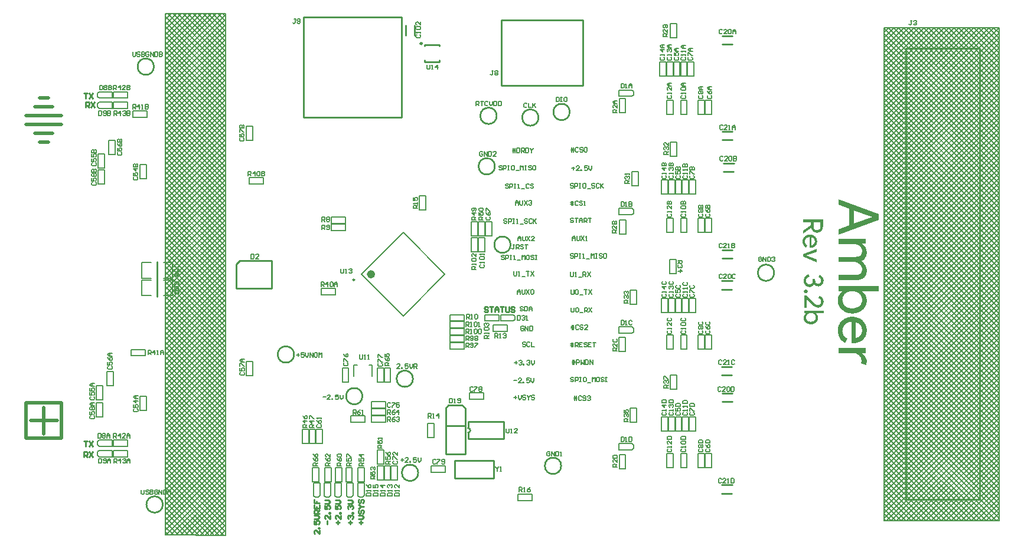
<source format=gto>
G04*
G04 #@! TF.GenerationSoftware,Altium Limited,Altium Designer,19.0.15 (446)*
G04*
G04 Layer_Color=65535*
%FSLAX25Y25*%
%MOIN*%
G70*
G01*
G75*
%ADD10C,0.01000*%
%ADD11C,0.00984*%
%ADD12C,0.02362*%
%ADD13C,0.00800*%
%ADD14C,0.00787*%
%ADD15C,0.02000*%
G36*
X467088Y315287D02*
X467075D01*
X467050Y315275D01*
X467000Y315263D01*
X466937Y315237D01*
X466862Y315212D01*
X466775Y315175D01*
X466575Y315088D01*
X466350Y314975D01*
X466125Y314825D01*
X465900Y314663D01*
X465700Y314462D01*
Y314450D01*
X465675Y314438D01*
X465625Y314363D01*
X465550Y314237D01*
X465462Y314075D01*
X465375Y313875D01*
X465300Y313637D01*
X465250Y313363D01*
X465225Y313075D01*
Y312987D01*
X465238Y312925D01*
Y312850D01*
X465250Y312762D01*
X465300Y312550D01*
X465363Y312313D01*
X465462Y312063D01*
X465600Y311800D01*
X465675Y311675D01*
X465775Y311550D01*
X465788Y311538D01*
X465800Y311525D01*
X465875Y311450D01*
X466000Y311350D01*
X466162Y311238D01*
X466362Y311125D01*
X466587Y311025D01*
X466862Y310950D01*
X467000Y310938D01*
X467150Y310925D01*
X467163D01*
X467188D01*
X467225D01*
X467287Y310938D01*
X467350Y310950D01*
X467438Y310963D01*
X467625Y311013D01*
X467837Y311087D01*
X468062Y311200D01*
X468175Y311275D01*
X468288Y311363D01*
X468400Y311475D01*
X468500Y311588D01*
X468512Y311600D01*
X468525Y311613D01*
X468550Y311650D01*
X468587Y311700D01*
X468625Y311762D01*
X468675Y311838D01*
X468775Y312025D01*
X468875Y312250D01*
X468962Y312512D01*
X469025Y312812D01*
X469050Y312975D01*
Y314075D01*
X470400D01*
Y313162D01*
X470412Y313100D01*
Y313037D01*
X470425Y312950D01*
X470463Y312750D01*
X470512Y312525D01*
X470600Y312287D01*
X470713Y312050D01*
X470875Y311838D01*
Y311825D01*
X470900Y311812D01*
X470962Y311750D01*
X471075Y311663D01*
X471212Y311562D01*
X471400Y311462D01*
X471613Y311375D01*
X471850Y311313D01*
X471987Y311287D01*
X472125D01*
X472137D01*
X472162D01*
X472200D01*
X472237Y311300D01*
X472375Y311313D01*
X472538Y311350D01*
X472725Y311413D01*
X472913Y311512D01*
X473100Y311637D01*
X473275Y311812D01*
X473300Y311838D01*
X473350Y311900D01*
X473413Y312025D01*
X473500Y312175D01*
X473575Y312375D01*
X473650Y312600D01*
X473700Y312875D01*
X473712Y313175D01*
Y313238D01*
X473700Y313300D01*
X473688Y313400D01*
X473675Y313512D01*
X473637Y313637D01*
X473600Y313775D01*
X473537Y313925D01*
X473462Y314075D01*
X473375Y314225D01*
X473263Y314387D01*
X473125Y314538D01*
X472963Y314687D01*
X472775Y314825D01*
X472563Y314950D01*
X472312Y315050D01*
X472888Y316388D01*
X472900D01*
X472937Y316375D01*
X472988Y316350D01*
X473050Y316313D01*
X473138Y316275D01*
X473238Y316225D01*
X473462Y316100D01*
X473712Y315937D01*
X473975Y315725D01*
X474237Y315475D01*
X474487Y315175D01*
X474500Y315162D01*
X474512Y315138D01*
X474550Y315088D01*
X474587Y315025D01*
X474625Y314937D01*
X474687Y314850D01*
X474738Y314738D01*
X474800Y314600D01*
X474850Y314462D01*
X474913Y314313D01*
X475000Y313975D01*
X475075Y313587D01*
X475087Y313387D01*
X475100Y313175D01*
Y313037D01*
X475087Y312937D01*
X475075Y312812D01*
X475050Y312663D01*
X475025Y312512D01*
X475000Y312337D01*
X474888Y311950D01*
X474825Y311750D01*
X474738Y311550D01*
X474650Y311350D01*
X474525Y311150D01*
X474400Y310950D01*
X474250Y310763D01*
X474237Y310750D01*
X474213Y310725D01*
X474162Y310675D01*
X474100Y310613D01*
X474025Y310538D01*
X473925Y310462D01*
X473812Y310375D01*
X473675Y310287D01*
X473537Y310200D01*
X473375Y310113D01*
X473200Y310037D01*
X473012Y309963D01*
X472813Y309900D01*
X472587Y309850D01*
X472363Y309825D01*
X472125Y309812D01*
X472113D01*
X472062D01*
X471975Y309825D01*
X471875Y309838D01*
X471737Y309850D01*
X471600Y309888D01*
X471425Y309938D01*
X471250Y309987D01*
X471075Y310063D01*
X470875Y310162D01*
X470687Y310275D01*
X470500Y310413D01*
X470312Y310588D01*
X470125Y310775D01*
X469963Y311000D01*
X469812Y311250D01*
X469750D01*
Y311238D01*
X469737Y311212D01*
X469712Y311175D01*
X469688Y311112D01*
X469650Y311037D01*
X469600Y310963D01*
X469487Y310775D01*
X469338Y310562D01*
X469150Y310337D01*
X468937Y310125D01*
X468700Y309938D01*
X468687D01*
X468675Y309912D01*
X468638Y309888D01*
X468575Y309862D01*
X468512Y309825D01*
X468437Y309788D01*
X468250Y309687D01*
X468025Y309600D01*
X467763Y309525D01*
X467462Y309475D01*
X467150Y309450D01*
X467137D01*
X467088D01*
X467013Y309462D01*
X466913D01*
X466787Y309488D01*
X466650Y309500D01*
X466488Y309538D01*
X466325Y309575D01*
X466138Y309637D01*
X465950Y309700D01*
X465750Y309788D01*
X465550Y309888D01*
X465350Y310013D01*
X465163Y310150D01*
X464975Y310313D01*
X464787Y310500D01*
X464775Y310512D01*
X464750Y310550D01*
X464700Y310600D01*
X464638Y310687D01*
X464575Y310788D01*
X464488Y310912D01*
X464412Y311050D01*
X464325Y311212D01*
X464237Y311387D01*
X464150Y311588D01*
X464062Y311800D01*
X464000Y312025D01*
X463938Y312263D01*
X463888Y312525D01*
X463863Y312788D01*
X463850Y313075D01*
Y313188D01*
X463863Y313275D01*
X463875Y313387D01*
X463888Y313512D01*
X463912Y313650D01*
X463938Y313800D01*
X464025Y314138D01*
X464087Y314325D01*
X464150Y314512D01*
X464237Y314700D01*
X464325Y314887D01*
X464437Y315075D01*
X464563Y315263D01*
X464575Y315275D01*
X464600Y315300D01*
X464638Y315363D01*
X464700Y315425D01*
X464775Y315500D01*
X464862Y315600D01*
X464975Y315700D01*
X465100Y315800D01*
X465225Y315913D01*
X465375Y316025D01*
X465538Y316138D01*
X465712Y316250D01*
X466100Y316450D01*
X466300Y316525D01*
X466525Y316600D01*
X467088Y315287D01*
D02*
G37*
G36*
X465238Y308050D02*
X465338Y308025D01*
X465462Y307987D01*
X465588Y307925D01*
X465712Y307850D01*
X465825Y307750D01*
X465837Y307737D01*
X465875Y307700D01*
X465925Y307625D01*
X465987Y307538D01*
X466038Y307425D01*
X466087Y307300D01*
X466125Y307162D01*
X466138Y307000D01*
Y306925D01*
X466125Y306838D01*
X466100Y306725D01*
X466062Y306612D01*
X466000Y306487D01*
X465925Y306350D01*
X465825Y306238D01*
X465812Y306225D01*
X465775Y306188D01*
X465712Y306137D01*
X465625Y306075D01*
X465513Y306025D01*
X465387Y305975D01*
X465238Y305938D01*
X465075Y305925D01*
X465050D01*
X465000D01*
X464913Y305938D01*
X464813Y305962D01*
X464687Y306000D01*
X464563Y306063D01*
X464437Y306137D01*
X464313Y306238D01*
X464300Y306250D01*
X464262Y306288D01*
X464213Y306363D01*
X464162Y306450D01*
X464113Y306550D01*
X464062Y306687D01*
X464025Y306838D01*
X464012Y307000D01*
Y307075D01*
X464025Y307150D01*
X464050Y307262D01*
X464087Y307375D01*
X464138Y307500D01*
X464213Y307625D01*
X464313Y307750D01*
X464325Y307763D01*
X464375Y307800D01*
X464437Y307850D01*
X464525Y307900D01*
X464638Y307962D01*
X464762Y308013D01*
X464913Y308050D01*
X465075Y308063D01*
X465100D01*
X465150D01*
X465238Y308050D01*
D02*
G37*
G36*
X472788Y304525D02*
X472837Y304500D01*
X472900Y304475D01*
X472988Y304437D01*
X473088Y304387D01*
X473325Y304275D01*
X473588Y304113D01*
X473863Y303900D01*
X474013Y303775D01*
X474150Y303638D01*
X474288Y303500D01*
X474412Y303338D01*
X474425Y303325D01*
X474438Y303300D01*
X474475Y303250D01*
X474525Y303175D01*
X474575Y303087D01*
X474625Y302988D01*
X474687Y302875D01*
X474762Y302737D01*
X474825Y302588D01*
X474888Y302425D01*
X474988Y302063D01*
X475075Y301662D01*
X475087Y301450D01*
X475100Y301225D01*
Y301087D01*
X475087Y300975D01*
X475075Y300850D01*
X475050Y300712D01*
X475025Y300550D01*
X474988Y300375D01*
X474937Y300187D01*
X474875Y299988D01*
X474813Y299787D01*
X474725Y299575D01*
X474613Y299375D01*
X474500Y299175D01*
X474363Y298975D01*
X474200Y298787D01*
X474188Y298775D01*
X474162Y298750D01*
X474113Y298700D01*
X474038Y298638D01*
X473950Y298563D01*
X473850Y298475D01*
X473725Y298388D01*
X473588Y298300D01*
X473438Y298213D01*
X473275Y298125D01*
X473088Y298038D01*
X472900Y297962D01*
X472687Y297900D01*
X472475Y297850D01*
X472237Y297825D01*
X472000Y297813D01*
X471987D01*
X471925D01*
X471850Y297825D01*
X471725Y297837D01*
X471588Y297863D01*
X471413Y297900D01*
X471212Y297950D01*
X471000Y298025D01*
X470762Y298113D01*
X470500Y298225D01*
X470225Y298362D01*
X469925Y298537D01*
X469625Y298725D01*
X469300Y298962D01*
X468975Y299225D01*
X468638Y299525D01*
X465475Y302662D01*
Y297688D01*
X464100D01*
Y304538D01*
X465538D01*
X468350Y301763D01*
X468363Y301750D01*
X468412Y301700D01*
X468488Y301625D01*
X468587Y301537D01*
X468700Y301425D01*
X468837Y301288D01*
X469000Y301150D01*
X469163Y301000D01*
X469513Y300675D01*
X469863Y300350D01*
X470038Y300200D01*
X470200Y300062D01*
X470363Y299938D01*
X470500Y299825D01*
X470512Y299813D01*
X470538Y299800D01*
X470575Y299775D01*
X470625Y299738D01*
X470687Y299700D01*
X470762Y299650D01*
X470950Y299550D01*
X471175Y299463D01*
X471438Y299375D01*
X471712Y299312D01*
X471850Y299288D01*
X472000D01*
X472013D01*
X472038D01*
X472075D01*
X472125Y299300D01*
X472250Y299312D01*
X472425Y299350D01*
X472612Y299425D01*
X472813Y299525D01*
X473012Y299650D01*
X473112Y299738D01*
X473212Y299837D01*
X473238Y299863D01*
X473287Y299938D01*
X473375Y300062D01*
X473462Y300225D01*
X473550Y300425D01*
X473637Y300662D01*
X473688Y300938D01*
X473712Y301250D01*
Y301325D01*
X473700Y301375D01*
X473688Y301513D01*
X473663Y301688D01*
X473600Y301887D01*
X473525Y302100D01*
X473425Y302312D01*
X473275Y302525D01*
X473250Y302550D01*
X473200Y302612D01*
X473100Y302700D01*
X472975Y302813D01*
X472825Y302938D01*
X472638Y303050D01*
X472437Y303150D01*
X472213Y303225D01*
X472738Y304538D01*
X472750D01*
X472788Y304525D01*
D02*
G37*
G36*
X475350Y294662D02*
X471800D01*
X470725Y294725D01*
Y294662D01*
X470738D01*
X470750Y294650D01*
X470825Y294587D01*
X470937Y294513D01*
X471075Y294388D01*
X471225Y294237D01*
X471387Y294050D01*
X471537Y293837D01*
X471688Y293587D01*
Y293575D01*
X471700Y293550D01*
X471725Y293513D01*
X471750Y293462D01*
X471775Y293400D01*
X471800Y293325D01*
X471875Y293125D01*
X471938Y292900D01*
X472000Y292637D01*
X472038Y292350D01*
X472050Y292038D01*
Y291975D01*
X472038Y291887D01*
Y291788D01*
X472013Y291650D01*
X471987Y291500D01*
X471950Y291325D01*
X471900Y291138D01*
X471838Y290950D01*
X471763Y290738D01*
X471663Y290525D01*
X471550Y290313D01*
X471413Y290088D01*
X471250Y289875D01*
X471063Y289663D01*
X470850Y289462D01*
X470837Y289450D01*
X470800Y289412D01*
X470725Y289363D01*
X470638Y289287D01*
X470525Y289212D01*
X470375Y289112D01*
X470225Y289025D01*
X470038Y288913D01*
X469838Y288812D01*
X469613Y288713D01*
X469375Y288625D01*
X469125Y288550D01*
X468850Y288475D01*
X468563Y288425D01*
X468262Y288387D01*
X467950Y288375D01*
X467925D01*
X467875D01*
X467788Y288387D01*
X467662D01*
X467513Y288412D01*
X467350Y288438D01*
X467150Y288462D01*
X466950Y288512D01*
X466725Y288562D01*
X466488Y288637D01*
X466250Y288725D01*
X466000Y288838D01*
X465750Y288963D01*
X465513Y289100D01*
X465263Y289275D01*
X465037Y289462D01*
X465025Y289475D01*
X464988Y289512D01*
X464925Y289575D01*
X464850Y289650D01*
X464762Y289750D01*
X464663Y289875D01*
X464550Y290013D01*
X464450Y290175D01*
X464337Y290363D01*
X464225Y290550D01*
X464125Y290762D01*
X464038Y290987D01*
X463963Y291237D01*
X463900Y291488D01*
X463863Y291762D01*
X463850Y292038D01*
Y292175D01*
X463863Y292250D01*
X463875Y292337D01*
X463900Y292550D01*
X463938Y292788D01*
X464000Y293050D01*
X464087Y293325D01*
X464200Y293587D01*
Y293600D01*
X464213Y293613D01*
X464237Y293650D01*
X464262Y293700D01*
X464350Y293825D01*
X464463Y293987D01*
X464600Y294163D01*
X464762Y294338D01*
X464950Y294513D01*
X465163Y294662D01*
Y294725D01*
X464100D01*
Y296112D01*
X475350D01*
Y294662D01*
D02*
G37*
G36*
X474750Y343537D02*
X474738Y343425D01*
X474725Y343300D01*
X474700Y343162D01*
X474675Y343000D01*
X474625Y342812D01*
X474575Y342625D01*
X474512Y342425D01*
X474438Y342213D01*
X474350Y342013D01*
X474237Y341800D01*
X474100Y341587D01*
X473962Y341388D01*
X473787Y341188D01*
X473775Y341175D01*
X473750Y341138D01*
X473688Y341088D01*
X473612Y341025D01*
X473525Y340950D01*
X473413Y340862D01*
X473275Y340762D01*
X473125Y340663D01*
X472963Y340575D01*
X472788Y340475D01*
X472587Y340388D01*
X472375Y340313D01*
X472150Y340250D01*
X471912Y340200D01*
X471663Y340162D01*
X471400Y340150D01*
X471387D01*
X471350D01*
X471287D01*
X471200Y340162D01*
X471100Y340175D01*
X470988Y340188D01*
X470850Y340212D01*
X470713Y340250D01*
X470388Y340337D01*
X470213Y340400D01*
X470038Y340475D01*
X469863Y340563D01*
X469688Y340663D01*
X469513Y340775D01*
X469338Y340913D01*
X469325Y340925D01*
X469300Y340950D01*
X469250Y340987D01*
X469187Y341050D01*
X469125Y341125D01*
X469037Y341213D01*
X468950Y341325D01*
X468850Y341438D01*
X468762Y341575D01*
X468663Y341712D01*
X468563Y341875D01*
X468463Y342050D01*
X468300Y342425D01*
X468237Y342625D01*
X468175Y342838D01*
X468138Y342875D01*
X463562Y339713D01*
X463500D01*
Y341425D01*
X468050Y344462D01*
Y346062D01*
X463500D01*
Y347513D01*
X474750D01*
Y343537D01*
D02*
G37*
G36*
X467525Y339100D02*
X467650D01*
X467800Y339075D01*
X467975Y339050D01*
X468162Y339025D01*
X468375Y338975D01*
X468600Y338925D01*
X468837Y338850D01*
X469088Y338762D01*
X469325Y338663D01*
X469575Y338538D01*
X469812Y338400D01*
X470050Y338238D01*
X470275Y338050D01*
X470288Y338037D01*
X470325Y338000D01*
X470388Y337937D01*
X470463Y337850D01*
X470550Y337750D01*
X470650Y337625D01*
X470750Y337475D01*
X470862Y337300D01*
X470975Y337112D01*
X471075Y336912D01*
X471175Y336687D01*
X471263Y336438D01*
X471338Y336188D01*
X471400Y335912D01*
X471438Y335613D01*
X471450Y335313D01*
Y335238D01*
X471438Y335150D01*
Y335025D01*
X471413Y334888D01*
X471387Y334713D01*
X471362Y334525D01*
X471313Y334325D01*
X471250Y334113D01*
X471175Y333900D01*
X471088Y333663D01*
X470975Y333437D01*
X470850Y333212D01*
X470700Y333000D01*
X470538Y332787D01*
X470337Y332588D01*
X470325Y332575D01*
X470288Y332538D01*
X470225Y332488D01*
X470138Y332425D01*
X470025Y332350D01*
X469887Y332262D01*
X469725Y332175D01*
X469537Y332075D01*
X469325Y331975D01*
X469100Y331888D01*
X468837Y331800D01*
X468563Y331725D01*
X468262Y331663D01*
X467950Y331600D01*
X467600Y331575D01*
X467238Y331562D01*
X467075Y331588D01*
Y337637D01*
X467063D01*
X467025D01*
X466962Y337625D01*
X466888D01*
X466787Y337613D01*
X466687Y337587D01*
X466563Y337562D01*
X466425Y337538D01*
X466138Y337438D01*
X465825Y337313D01*
X465675Y337225D01*
X465525Y337125D01*
X465387Y337013D01*
X465250Y336888D01*
X465238Y336875D01*
X465225Y336850D01*
X465188Y336812D01*
X465137Y336762D01*
X465088Y336687D01*
X465037Y336600D01*
X464975Y336512D01*
X464913Y336400D01*
X464775Y336150D01*
X464675Y335850D01*
X464587Y335512D01*
X464575Y335337D01*
X464563Y335150D01*
Y335087D01*
X464575Y335013D01*
X464587Y334925D01*
X464600Y334812D01*
X464638Y334675D01*
X464675Y334525D01*
X464738Y334363D01*
X464813Y334188D01*
X464900Y334013D01*
X465013Y333838D01*
X465150Y333663D01*
X465312Y333475D01*
X465487Y333300D01*
X465700Y333137D01*
X465950Y332987D01*
X465312Y331687D01*
X465300D01*
X465275Y331713D01*
X465225Y331737D01*
X465150Y331787D01*
X465075Y331838D01*
X464975Y331900D01*
X464762Y332063D01*
X464512Y332275D01*
X464262Y332525D01*
X464012Y332812D01*
X463788Y333137D01*
Y333150D01*
X463763Y333175D01*
X463737Y333225D01*
X463700Y333300D01*
X463662Y333387D01*
X463613Y333488D01*
X463575Y333600D01*
X463525Y333737D01*
X463475Y333888D01*
X463425Y334050D01*
X463338Y334400D01*
X463275Y334788D01*
X463263Y335000D01*
X463250Y335212D01*
Y335287D01*
X463263Y335375D01*
Y335500D01*
X463287Y335637D01*
X463312Y335812D01*
X463350Y336000D01*
X463400Y336200D01*
X463462Y336413D01*
X463538Y336637D01*
X463625Y336875D01*
X463737Y337112D01*
X463875Y337350D01*
X464025Y337575D01*
X464213Y337800D01*
X464412Y338013D01*
X464425Y338025D01*
X464463Y338063D01*
X464537Y338112D01*
X464625Y338188D01*
X464738Y338263D01*
X464875Y338363D01*
X465037Y338462D01*
X465212Y338562D01*
X465413Y338663D01*
X465637Y338762D01*
X465887Y338862D01*
X466138Y338937D01*
X466425Y339013D01*
X466713Y339062D01*
X467025Y339100D01*
X467350Y339112D01*
X467375D01*
X467425D01*
X467525Y339100D01*
D02*
G37*
G36*
X471200Y329500D02*
X465225Y327238D01*
Y327200D01*
X471200Y324900D01*
Y323362D01*
X463500Y326513D01*
Y327950D01*
X471200Y331063D01*
Y329500D01*
D02*
G37*
G36*
X506100Y350625D02*
Y347350D01*
X483600Y338850D01*
Y342075D01*
X489700Y344225D01*
Y353700D01*
X483600Y355900D01*
Y359100D01*
X506100Y350625D01*
D02*
G37*
G36*
X499000Y333950D02*
X496850D01*
Y333825D01*
X496875D01*
X496900Y333800D01*
X497050Y333700D01*
X497250Y333550D01*
X497525Y333325D01*
X497825Y333050D01*
X498150Y332700D01*
X498450Y332275D01*
X498750Y331800D01*
Y331775D01*
X498775Y331725D01*
X498825Y331675D01*
X498875Y331575D01*
X499000Y331300D01*
X499125Y330950D01*
X499275Y330525D01*
X499375Y330075D01*
X499475Y329575D01*
X499500Y329075D01*
Y328800D01*
X499475Y328650D01*
X499450Y328475D01*
X499400Y328075D01*
X499300Y327600D01*
X499175Y327100D01*
X498975Y326600D01*
X498700Y326100D01*
Y326075D01*
X498675Y326050D01*
X498550Y325875D01*
X498375Y325650D01*
X498150Y325375D01*
X497825Y325075D01*
X497475Y324750D01*
X497050Y324450D01*
X496550Y324200D01*
X496575Y324175D01*
X496675Y324100D01*
X496825Y324000D01*
X497000Y323850D01*
X497225Y323650D01*
X497475Y323425D01*
X497750Y323150D01*
X498025Y322825D01*
X498300Y322475D01*
X498575Y322075D01*
X498825Y321625D01*
X499050Y321150D01*
X499225Y320650D01*
X499375Y320100D01*
X499475Y319525D01*
X499500Y318900D01*
Y318650D01*
X499475Y318450D01*
X499450Y318225D01*
X499425Y317975D01*
X499375Y317700D01*
X499300Y317375D01*
X499100Y316725D01*
X498975Y316375D01*
X498800Y316025D01*
X498625Y315700D01*
X498400Y315375D01*
X498150Y315050D01*
X497850Y314775D01*
X497825Y314750D01*
X497775Y314700D01*
X497675Y314650D01*
X497550Y314550D01*
X497375Y314450D01*
X497175Y314325D01*
X496925Y314175D01*
X496650Y314050D01*
X496350Y313925D01*
X496000Y313775D01*
X495625Y313650D01*
X495200Y313550D01*
X494750Y313450D01*
X494275Y313375D01*
X493750Y313350D01*
X493200Y313325D01*
X483600D01*
Y316225D01*
X492775D01*
X492800D01*
X492875D01*
X492975D01*
X493125D01*
X493300Y316250D01*
X493525Y316275D01*
X493975Y316325D01*
X494500Y316425D01*
X495000Y316550D01*
X495500Y316750D01*
X495700Y316875D01*
X495900Y317025D01*
X495950Y317050D01*
X496050Y317175D01*
X496200Y317375D01*
X496375Y317650D01*
X496550Y318000D01*
X496700Y318450D01*
X496800Y319000D01*
X496850Y319325D01*
Y319800D01*
X496825Y319925D01*
X496800Y320075D01*
X496775Y320250D01*
X496675Y320625D01*
X496500Y321075D01*
X496400Y321300D01*
X496250Y321525D01*
X496075Y321775D01*
X495900Y322000D01*
X495675Y322225D01*
X495425Y322450D01*
X495400D01*
X495350Y322500D01*
X495275Y322550D01*
X495175Y322625D01*
X495050Y322700D01*
X494875Y322800D01*
X494700Y322900D01*
X494475Y323000D01*
X494000Y323225D01*
X493425Y323400D01*
X492800Y323525D01*
X492450Y323550D01*
X492100Y323575D01*
X483600D01*
Y326475D01*
X492775D01*
X492800D01*
X492875D01*
X492975D01*
X493125D01*
X493300Y326500D01*
X493525Y326525D01*
X493975Y326575D01*
X494500Y326675D01*
X495000Y326800D01*
X495500Y327000D01*
X495700Y327125D01*
X495900Y327275D01*
X495950Y327300D01*
X496050Y327425D01*
X496200Y327625D01*
X496375Y327900D01*
X496550Y328250D01*
X496700Y328700D01*
X496800Y329250D01*
X496850Y329575D01*
Y330050D01*
X496825Y330175D01*
X496800Y330325D01*
X496775Y330500D01*
X496675Y330875D01*
X496500Y331325D01*
X496400Y331550D01*
X496250Y331775D01*
X496075Y332025D01*
X495900Y332250D01*
X495675Y332475D01*
X495425Y332700D01*
X495400D01*
X495350Y332750D01*
X495275Y332800D01*
X495175Y332875D01*
X495050Y332950D01*
X494875Y333050D01*
X494700Y333150D01*
X494475Y333250D01*
X494000Y333475D01*
X493425Y333650D01*
X492800Y333775D01*
X492450Y333800D01*
X492100Y333825D01*
X483600D01*
Y336725D01*
X499000D01*
Y333950D01*
D02*
G37*
G36*
X506100Y307025D02*
X499000D01*
X496850Y307150D01*
Y307025D01*
X496875D01*
X496900Y307000D01*
X497050Y306875D01*
X497275Y306725D01*
X497550Y306475D01*
X497850Y306175D01*
X498175Y305800D01*
X498475Y305375D01*
X498775Y304875D01*
Y304850D01*
X498800Y304800D01*
X498850Y304725D01*
X498900Y304625D01*
X498950Y304500D01*
X499000Y304350D01*
X499150Y303950D01*
X499275Y303500D01*
X499400Y302975D01*
X499475Y302400D01*
X499500Y301775D01*
Y301650D01*
X499475Y301475D01*
Y301275D01*
X499425Y301000D01*
X499375Y300700D01*
X499300Y300350D01*
X499200Y299975D01*
X499075Y299600D01*
X498925Y299175D01*
X498725Y298750D01*
X498500Y298325D01*
X498225Y297875D01*
X497900Y297450D01*
X497525Y297025D01*
X497100Y296625D01*
X497075Y296600D01*
X497000Y296525D01*
X496850Y296425D01*
X496675Y296275D01*
X496450Y296125D01*
X496150Y295925D01*
X495850Y295750D01*
X495475Y295525D01*
X495075Y295325D01*
X494625Y295125D01*
X494150Y294950D01*
X493650Y294800D01*
X493100Y294650D01*
X492525Y294550D01*
X491925Y294475D01*
X491300Y294450D01*
X491250D01*
X491150D01*
X490975Y294475D01*
X490725D01*
X490425Y294525D01*
X490100Y294575D01*
X489700Y294625D01*
X489300Y294725D01*
X488850Y294825D01*
X488375Y294975D01*
X487900Y295150D01*
X487400Y295375D01*
X486900Y295625D01*
X486425Y295900D01*
X485925Y296250D01*
X485475Y296625D01*
X485450Y296650D01*
X485375Y296725D01*
X485250Y296850D01*
X485100Y297000D01*
X484925Y297200D01*
X484725Y297450D01*
X484500Y297725D01*
X484300Y298050D01*
X484075Y298425D01*
X483850Y298800D01*
X483650Y299225D01*
X483475Y299675D01*
X483325Y300175D01*
X483200Y300675D01*
X483125Y301225D01*
X483100Y301775D01*
Y302050D01*
X483125Y302200D01*
X483150Y302375D01*
X483200Y302800D01*
X483275Y303275D01*
X483400Y303800D01*
X483575Y304350D01*
X483800Y304875D01*
Y304900D01*
X483825Y304925D01*
X483875Y305000D01*
X483925Y305100D01*
X484100Y305350D01*
X484325Y305675D01*
X484600Y306025D01*
X484925Y306375D01*
X485300Y306725D01*
X485725Y307025D01*
Y307150D01*
X483600D01*
Y309925D01*
X506100D01*
Y307025D01*
D02*
G37*
G36*
X491650Y292650D02*
X491900D01*
X492200Y292600D01*
X492550Y292550D01*
X492925Y292500D01*
X493350Y292400D01*
X493800Y292300D01*
X494275Y292150D01*
X494775Y291975D01*
X495250Y291775D01*
X495750Y291525D01*
X496225Y291250D01*
X496700Y290925D01*
X497150Y290550D01*
X497175Y290525D01*
X497250Y290450D01*
X497375Y290325D01*
X497525Y290150D01*
X497700Y289950D01*
X497900Y289700D01*
X498100Y289400D01*
X498325Y289050D01*
X498550Y288675D01*
X498750Y288275D01*
X498950Y287825D01*
X499125Y287325D01*
X499275Y286825D01*
X499400Y286275D01*
X499475Y285675D01*
X499500Y285075D01*
Y284925D01*
X499475Y284750D01*
Y284500D01*
X499425Y284225D01*
X499375Y283875D01*
X499325Y283500D01*
X499225Y283100D01*
X499100Y282675D01*
X498950Y282250D01*
X498775Y281775D01*
X498550Y281325D01*
X498300Y280875D01*
X498000Y280450D01*
X497675Y280025D01*
X497275Y279625D01*
X497250Y279600D01*
X497175Y279525D01*
X497050Y279425D01*
X496875Y279300D01*
X496650Y279150D01*
X496375Y278975D01*
X496050Y278800D01*
X495675Y278600D01*
X495250Y278400D01*
X494800Y278225D01*
X494275Y278050D01*
X493725Y277900D01*
X493125Y277775D01*
X492500Y277650D01*
X491800Y277600D01*
X491075Y277575D01*
X490750Y277625D01*
Y289725D01*
X490725D01*
X490650D01*
X490525Y289700D01*
X490375D01*
X490175Y289675D01*
X489975Y289625D01*
X489725Y289575D01*
X489450Y289525D01*
X488875Y289325D01*
X488250Y289075D01*
X487950Y288900D01*
X487650Y288700D01*
X487375Y288475D01*
X487100Y288225D01*
X487075Y288200D01*
X487050Y288150D01*
X486975Y288075D01*
X486875Y287975D01*
X486775Y287825D01*
X486675Y287650D01*
X486550Y287475D01*
X486425Y287250D01*
X486150Y286750D01*
X485950Y286150D01*
X485775Y285475D01*
X485750Y285125D01*
X485725Y284750D01*
Y284625D01*
X485750Y284475D01*
X485775Y284300D01*
X485800Y284075D01*
X485875Y283800D01*
X485950Y283500D01*
X486075Y283175D01*
X486225Y282825D01*
X486400Y282475D01*
X486625Y282125D01*
X486900Y281775D01*
X487225Y281400D01*
X487575Y281050D01*
X488000Y280725D01*
X488500Y280425D01*
X487225Y277825D01*
X487200D01*
X487150Y277875D01*
X487050Y277925D01*
X486900Y278025D01*
X486750Y278125D01*
X486550Y278250D01*
X486125Y278575D01*
X485625Y279000D01*
X485125Y279500D01*
X484625Y280075D01*
X484175Y280725D01*
Y280750D01*
X484125Y280800D01*
X484075Y280900D01*
X484000Y281050D01*
X483925Y281225D01*
X483825Y281425D01*
X483750Y281650D01*
X483650Y281925D01*
X483550Y282225D01*
X483450Y282550D01*
X483275Y283250D01*
X483150Y284025D01*
X483125Y284450D01*
X483100Y284875D01*
Y285025D01*
X483125Y285200D01*
Y285450D01*
X483175Y285725D01*
X483225Y286075D01*
X483300Y286450D01*
X483400Y286850D01*
X483525Y287275D01*
X483675Y287725D01*
X483850Y288200D01*
X484075Y288675D01*
X484350Y289150D01*
X484650Y289600D01*
X485025Y290050D01*
X485425Y290475D01*
X485450Y290500D01*
X485525Y290575D01*
X485675Y290675D01*
X485850Y290825D01*
X486075Y290975D01*
X486350Y291175D01*
X486675Y291375D01*
X487025Y291575D01*
X487425Y291775D01*
X487875Y291975D01*
X488375Y292175D01*
X488875Y292325D01*
X489450Y292475D01*
X490025Y292575D01*
X490650Y292650D01*
X491300Y292675D01*
X491350D01*
X491450D01*
X491650Y292650D01*
D02*
G37*
G36*
X499000Y272175D02*
X496475D01*
Y272050D01*
X496500D01*
X496525Y272025D01*
X496675Y271950D01*
X496900Y271850D01*
X497200Y271675D01*
X497525Y271425D01*
X497875Y271100D01*
X498225Y270725D01*
X498575Y270250D01*
Y270225D01*
X498625Y270200D01*
X498650Y270125D01*
X498725Y270025D01*
X498850Y269750D01*
X499025Y269400D01*
X499175Y268975D01*
X499325Y268525D01*
X499425Y268050D01*
X499450Y267550D01*
Y267350D01*
X499425Y267100D01*
X499400Y266825D01*
X499350Y266475D01*
X499275Y266125D01*
X499175Y265775D01*
X499050Y265425D01*
X496250Y266300D01*
Y266325D01*
X496275Y266400D01*
X496325Y266525D01*
X496375Y266700D01*
X496400Y266950D01*
X496450Y267250D01*
X496475Y267600D01*
Y268150D01*
X496450Y268275D01*
X496425Y268425D01*
X496400Y268575D01*
X496300Y268975D01*
X496150Y269400D01*
X495925Y269875D01*
X495775Y270125D01*
X495600Y270375D01*
X495375Y270625D01*
X495150Y270850D01*
X495125Y270875D01*
X495100Y270900D01*
X495025Y270950D01*
X494925Y271025D01*
X494800Y271125D01*
X494650Y271225D01*
X494275Y271450D01*
X493825Y271675D01*
X493300Y271850D01*
X492725Y272000D01*
X492400Y272025D01*
X492075Y272050D01*
X483600D01*
Y274950D01*
X499000D01*
Y272175D01*
D02*
G37*
%LPC*%
G36*
X467950Y294725D02*
X467938D01*
X467900D01*
X467837D01*
X467750Y294712D01*
X467637Y294700D01*
X467525Y294688D01*
X467387Y294662D01*
X467238Y294637D01*
X466925Y294563D01*
X466587Y294438D01*
X466412Y294350D01*
X466250Y294263D01*
X466087Y294163D01*
X465938Y294038D01*
X465925Y294025D01*
X465900Y294000D01*
X465863Y293963D01*
X465812Y293913D01*
X465763Y293837D01*
X465688Y293762D01*
X465625Y293663D01*
X465550Y293550D01*
X465413Y293287D01*
X465287Y292987D01*
X465238Y292825D01*
X465200Y292650D01*
X465175Y292462D01*
X465163Y292275D01*
Y292175D01*
X465175Y292100D01*
X465188Y292013D01*
X465200Y291913D01*
X465263Y291663D01*
X465350Y291388D01*
X465425Y291250D01*
X465500Y291100D01*
X465588Y290950D01*
X465688Y290800D01*
X465812Y290663D01*
X465950Y290525D01*
X465963Y290512D01*
X465987Y290500D01*
X466025Y290462D01*
X466087Y290412D01*
X466162Y290363D01*
X466262Y290300D01*
X466362Y290237D01*
X466488Y290175D01*
X466625Y290112D01*
X466775Y290050D01*
X466937Y289987D01*
X467125Y289937D01*
X467513Y289850D01*
X467725Y289838D01*
X467950Y289825D01*
X467963D01*
X468000D01*
X468062D01*
X468150Y289838D01*
X468250Y289850D01*
X468375Y289862D01*
X468512Y289887D01*
X468650Y289913D01*
X468962Y290000D01*
X469300Y290125D01*
X469462Y290200D01*
X469625Y290287D01*
X469788Y290400D01*
X469938Y290525D01*
X469950Y290538D01*
X469975Y290563D01*
X470013Y290600D01*
X470062Y290650D01*
X470125Y290725D01*
X470188Y290800D01*
X470262Y290900D01*
X470337Y291013D01*
X470475Y291263D01*
X470600Y291563D01*
X470650Y291725D01*
X470687Y291900D01*
X470713Y292088D01*
X470725Y292275D01*
Y292375D01*
X470713Y292450D01*
X470700Y292537D01*
X470687Y292650D01*
X470625Y292887D01*
X470538Y293162D01*
X470475Y293313D01*
X470388Y293462D01*
X470300Y293613D01*
X470200Y293762D01*
X470075Y293900D01*
X469938Y294038D01*
X469925Y294050D01*
X469900Y294062D01*
X469863Y294100D01*
X469800Y294150D01*
X469725Y294200D01*
X469625Y294250D01*
X469525Y294313D01*
X469400Y294375D01*
X469263Y294450D01*
X469112Y294513D01*
X468950Y294563D01*
X468775Y294613D01*
X468388Y294700D01*
X468175Y294712D01*
X467950Y294725D01*
D02*
G37*
G36*
X473375Y346062D02*
X469413D01*
Y343650D01*
X469425Y343587D01*
Y343513D01*
X469438Y343425D01*
X469487Y343225D01*
X469550Y342987D01*
X469650Y342738D01*
X469788Y342488D01*
X469875Y342362D01*
X469975Y342250D01*
X469987Y342237D01*
X470000Y342225D01*
X470038Y342188D01*
X470075Y342150D01*
X470200Y342050D01*
X470375Y341937D01*
X470575Y341825D01*
X470825Y341725D01*
X471100Y341650D01*
X471250Y341637D01*
X471400Y341625D01*
X471413D01*
X471438D01*
X471475D01*
X471537Y341637D01*
X471600D01*
X471675Y341650D01*
X471863Y341700D01*
X472087Y341762D01*
X472312Y341863D01*
X472550Y342013D01*
X472662Y342100D01*
X472775Y342200D01*
X472788Y342213D01*
X472800Y342225D01*
X472825Y342263D01*
X472875Y342300D01*
X472963Y342425D01*
X473075Y342600D01*
X473187Y342800D01*
X473287Y343050D01*
X473350Y343325D01*
X473362Y343475D01*
X473375Y343637D01*
Y346062D01*
D02*
G37*
G36*
X468275Y337525D02*
Y333113D01*
X468288D01*
X468313D01*
X468350Y333125D01*
X468412D01*
X468550Y333162D01*
X468738Y333212D01*
X468950Y333300D01*
X469175Y333413D01*
X469387Y333562D01*
X469600Y333763D01*
X469613Y333775D01*
X469625Y333787D01*
X469650Y333825D01*
X469688Y333875D01*
X469725Y333925D01*
X469763Y334000D01*
X469863Y334175D01*
X469963Y334400D01*
X470038Y334675D01*
X470100Y334987D01*
X470125Y335337D01*
Y335413D01*
X470113Y335475D01*
Y335550D01*
X470100Y335625D01*
X470062Y335825D01*
X470000Y336050D01*
X469912Y336275D01*
X469788Y336525D01*
X469625Y336750D01*
Y336762D01*
X469600Y336775D01*
X469537Y336850D01*
X469425Y336950D01*
X469275Y337063D01*
X469075Y337200D01*
X468850Y337325D01*
X468575Y337438D01*
X468275Y337525D01*
D02*
G37*
G36*
X492400Y352725D02*
Y345250D01*
X502550Y348925D01*
Y349050D01*
X492400Y352725D01*
D02*
G37*
G36*
X491300Y307150D02*
X491275D01*
X491200D01*
X491075D01*
X490900Y307125D01*
X490675Y307100D01*
X490450Y307075D01*
X490175Y307025D01*
X489875Y306975D01*
X489250Y306825D01*
X488575Y306575D01*
X488225Y306400D01*
X487900Y306225D01*
X487575Y306025D01*
X487275Y305775D01*
X487250Y305750D01*
X487200Y305700D01*
X487125Y305625D01*
X487025Y305525D01*
X486925Y305375D01*
X486775Y305225D01*
X486650Y305025D01*
X486500Y304800D01*
X486225Y304275D01*
X485975Y303675D01*
X485875Y303350D01*
X485800Y303000D01*
X485750Y302625D01*
X485725Y302250D01*
Y302050D01*
X485750Y301900D01*
X485775Y301725D01*
X485800Y301525D01*
X485925Y301025D01*
X486100Y300475D01*
X486250Y300200D01*
X486400Y299900D01*
X486575Y299600D01*
X486775Y299300D01*
X487025Y299025D01*
X487300Y298750D01*
X487325Y298725D01*
X487375Y298700D01*
X487450Y298625D01*
X487575Y298525D01*
X487725Y298425D01*
X487925Y298300D01*
X488125Y298175D01*
X488375Y298050D01*
X488650Y297925D01*
X488950Y297800D01*
X489275Y297675D01*
X489650Y297575D01*
X490425Y297400D01*
X490850Y297375D01*
X491300Y297350D01*
X491325D01*
X491400D01*
X491525D01*
X491700Y297375D01*
X491900Y297400D01*
X492150Y297425D01*
X492425Y297475D01*
X492700Y297525D01*
X493325Y297700D01*
X494000Y297950D01*
X494325Y298100D01*
X494650Y298275D01*
X494975Y298500D01*
X495275Y298750D01*
X495300Y298775D01*
X495350Y298825D01*
X495425Y298900D01*
X495525Y299000D01*
X495650Y299150D01*
X495775Y299300D01*
X495925Y299500D01*
X496075Y299725D01*
X496350Y300225D01*
X496600Y300825D01*
X496700Y301150D01*
X496775Y301500D01*
X496825Y301875D01*
X496850Y302250D01*
Y302450D01*
X496825Y302600D01*
X496800Y302775D01*
X496775Y303000D01*
X496650Y303475D01*
X496475Y304025D01*
X496350Y304325D01*
X496175Y304625D01*
X496000Y304925D01*
X495800Y305225D01*
X495550Y305500D01*
X495275Y305775D01*
X495250Y305800D01*
X495200Y305825D01*
X495125Y305900D01*
X495000Y306000D01*
X494850Y306100D01*
X494650Y306200D01*
X494450Y306325D01*
X494200Y306450D01*
X493925Y306600D01*
X493625Y306725D01*
X493300Y306825D01*
X492950Y306925D01*
X492175Y307100D01*
X491750Y307125D01*
X491300Y307150D01*
D02*
G37*
G36*
X493150Y289500D02*
Y280675D01*
X493175D01*
X493225D01*
X493300Y280700D01*
X493425D01*
X493700Y280775D01*
X494075Y280875D01*
X494500Y281050D01*
X494950Y281275D01*
X495375Y281575D01*
X495800Y281975D01*
X495825Y282000D01*
X495850Y282025D01*
X495900Y282100D01*
X495975Y282200D01*
X496050Y282300D01*
X496125Y282450D01*
X496325Y282800D01*
X496525Y283250D01*
X496675Y283800D01*
X496800Y284425D01*
X496850Y285125D01*
Y285275D01*
X496825Y285400D01*
Y285550D01*
X496800Y285700D01*
X496725Y286100D01*
X496600Y286550D01*
X496425Y287000D01*
X496175Y287500D01*
X495850Y287950D01*
Y287975D01*
X495800Y288000D01*
X495675Y288150D01*
X495450Y288350D01*
X495150Y288575D01*
X494750Y288850D01*
X494300Y289100D01*
X493750Y289325D01*
X493150Y289500D01*
D02*
G37*
%LPD*%
D10*
X274449Y227213D02*
G03*
X274449Y229713I0J1250D01*
G01*
X97110Y434000D02*
G03*
X97110Y434000I-4610J0D01*
G01*
X248510Y447097D02*
G03*
X248510Y447097I-566J0D01*
G01*
X246283Y204433D02*
G03*
X246283Y204433I-4610J0D01*
G01*
X176210Y271300D02*
G03*
X176210Y271300I-4610J0D01*
G01*
X214787Y247740D02*
G03*
X214787Y247740I-4610J0D01*
G01*
X243330Y257583D02*
G03*
X243330Y257583I-4610J0D01*
G01*
X314196Y405221D02*
G03*
X314196Y405221I-4610J0D01*
G01*
X331810Y408400D02*
G03*
X331810Y408400I-4610J0D01*
G01*
X326992Y208370D02*
G03*
X326992Y208370I-4610J0D01*
G01*
X289590Y377661D02*
G03*
X289590Y377661I-4610J0D01*
G01*
X447210Y317500D02*
G03*
X447210Y317500I-4610J0D01*
G01*
X298448Y333370D02*
G03*
X298448Y333370I-4610J0D01*
G01*
X290574Y406205D02*
G03*
X290574Y406205I-4610J0D01*
G01*
X102110Y186500D02*
G03*
X102110Y186500I-4610J0D01*
G01*
X293100Y423500D02*
X339100D01*
Y460500D01*
X293100D02*
X339100D01*
X293100Y423500D02*
Y460500D01*
X274449Y223713D02*
Y227213D01*
Y229713D02*
Y233213D01*
X294449D01*
Y223713D02*
Y233213D01*
X274449Y223713D02*
X294449D01*
X163411Y308734D02*
Y324234D01*
X143411Y308734D02*
X163411D01*
X143411D02*
Y322234D01*
X145411Y324234D01*
X163411D01*
X288965Y205402D02*
Y211402D01*
X266965D02*
X288965D01*
X266965Y201402D02*
Y211402D01*
Y201402D02*
X288965D01*
Y205402D01*
X521701Y444276D02*
X563201D01*
X521701Y189276D02*
Y444276D01*
Y189276D02*
X563201D01*
Y444276D01*
X181520Y405402D02*
Y461902D01*
Y405402D02*
X182020D01*
X237020D01*
Y461902D01*
X181520D02*
X237020D01*
X239273Y451579D02*
Y457379D01*
X244073Y451579D02*
Y457279D01*
X417646Y192824D02*
X423346D01*
X417646Y197624D02*
X423446D01*
X417500Y259600D02*
X423200D01*
X417500Y264400D02*
X423300D01*
X417791Y325600D02*
X423491D01*
X417791Y330400D02*
X423591D01*
X417791Y392600D02*
X423491D01*
X417791Y397400D02*
X423591D01*
X417791Y244600D02*
X423491D01*
X417791Y249400D02*
X423591D01*
X417646Y308100D02*
X423346D01*
X417646Y312900D02*
X423446D01*
X418646Y374600D02*
X424346D01*
X418646Y379400D02*
X424446D01*
X417791Y446600D02*
X423491D01*
X417791Y451400D02*
X423591D01*
X258244Y436697D02*
Y437697D01*
X249744Y436697D02*
X258244D01*
X249744D02*
Y437697D01*
X258244Y445697D02*
Y446197D01*
X249744D02*
X258244D01*
X249744Y445697D02*
Y446197D01*
X261764Y231065D02*
X272764D01*
X261764Y215165D02*
X272764D01*
X261764D02*
Y241065D01*
X263364Y242665D01*
X272764Y215165D02*
Y240965D01*
X271064Y242665D02*
X272764Y240965D01*
X263364Y242665D02*
X271064D01*
X99038Y313802D02*
Y323802D01*
Y303960D02*
Y313960D01*
X285699Y297799D02*
X285199Y298299D01*
X284200D01*
X283700Y297799D01*
Y297299D01*
X284200Y296799D01*
X285199D01*
X285699Y296300D01*
Y295800D01*
X285199Y295300D01*
X284200D01*
X283700Y295800D01*
X286699Y298299D02*
X288698D01*
X287699D01*
Y295300D01*
X289698D02*
Y297299D01*
X290698Y298299D01*
X291697Y297299D01*
Y295300D01*
Y296799D01*
X289698D01*
X292697Y298299D02*
X294696D01*
X293697D01*
Y295300D01*
X295696Y298299D02*
Y295800D01*
X296196Y295300D01*
X297196D01*
X297695Y295800D01*
Y298299D01*
X300694Y297799D02*
X300195Y298299D01*
X299195D01*
X298695Y297799D01*
Y297299D01*
X299195Y296799D01*
X300195D01*
X300694Y296300D01*
Y295800D01*
X300195Y295300D01*
X299195D01*
X298695Y295800D01*
X190500Y171999D02*
Y170000D01*
X188501Y171999D01*
X188001D01*
X187501Y171500D01*
Y170500D01*
X188001Y170000D01*
X190500Y172999D02*
X190000D01*
Y173499D01*
X190500D01*
Y172999D01*
X187501Y177498D02*
Y175498D01*
X189000D01*
X188501Y176498D01*
Y176998D01*
X189000Y177498D01*
X190000D01*
X190500Y176998D01*
Y175998D01*
X190000Y175498D01*
X187501Y178497D02*
X189500D01*
X190500Y179497D01*
X189500Y180497D01*
X187501D01*
X190500Y181496D02*
X187501D01*
Y182996D01*
X188001Y183496D01*
X189000D01*
X189500Y182996D01*
Y181496D01*
Y182496D02*
X190500Y183496D01*
X187501Y186495D02*
Y184495D01*
X190500D01*
Y186495D01*
X189000Y184495D02*
Y185495D01*
X187501Y189494D02*
Y187494D01*
X189000D01*
Y188494D01*
Y187494D01*
X190500D01*
X195001Y175500D02*
Y177499D01*
X196500Y180498D02*
Y178499D01*
X194501Y180498D01*
X194001D01*
X193501Y179999D01*
Y178999D01*
X194001Y178499D01*
X196500Y181498D02*
X196000D01*
Y181998D01*
X196500D01*
Y181498D01*
X193501Y185997D02*
Y183997D01*
X195001D01*
X194501Y184997D01*
Y185497D01*
X195001Y185997D01*
X196000D01*
X196500Y185497D01*
Y184497D01*
X196000Y183997D01*
X193501Y186996D02*
X195500D01*
X196500Y187996D01*
X195500Y188996D01*
X193501D01*
X201000Y175500D02*
Y177499D01*
X200001Y176500D02*
X202000D01*
X202500Y180498D02*
Y178499D01*
X200501Y180498D01*
X200001D01*
X199501Y179999D01*
Y178999D01*
X200001Y178499D01*
X202500Y181498D02*
X202000D01*
Y181998D01*
X202500D01*
Y181498D01*
X199501Y185997D02*
Y183997D01*
X201000D01*
X200501Y184997D01*
Y185497D01*
X201000Y185997D01*
X202000D01*
X202500Y185497D01*
Y184497D01*
X202000Y183997D01*
X199501Y186996D02*
X201500D01*
X202500Y187996D01*
X201500Y188996D01*
X199501D01*
X208000Y175500D02*
Y177499D01*
X207001Y176500D02*
X209000D01*
X207001Y178499D02*
X206501Y178999D01*
Y179999D01*
X207001Y180498D01*
X207501D01*
X208000Y179999D01*
Y179499D01*
Y179999D01*
X208500Y180498D01*
X209000D01*
X209500Y179999D01*
Y178999D01*
X209000Y178499D01*
X209500Y181498D02*
X209000D01*
Y181998D01*
X209500D01*
Y181498D01*
X207001Y183997D02*
X206501Y184497D01*
Y185497D01*
X207001Y185997D01*
X207501D01*
X208000Y185497D01*
Y184997D01*
Y185497D01*
X208500Y185997D01*
X209000D01*
X209500Y185497D01*
Y184497D01*
X209000Y183997D01*
X206501Y186996D02*
X208500D01*
X209500Y187996D01*
X208500Y188996D01*
X206501D01*
X214001Y175500D02*
Y177499D01*
X213001Y176500D02*
X215000D01*
X212501Y178499D02*
X214500D01*
X215500Y179499D01*
X214500Y180498D01*
X212501D01*
X213001Y183497D02*
X212501Y182998D01*
Y181998D01*
X213001Y181498D01*
X213501D01*
X214001Y181998D01*
Y182998D01*
X214500Y183497D01*
X215000D01*
X215500Y182998D01*
Y181998D01*
X215000Y181498D01*
X212501Y184497D02*
X213001D01*
X214001Y185497D01*
X213001Y186496D01*
X212501D01*
X214001Y185497D02*
X215500D01*
X213001Y189496D02*
X212501Y188996D01*
Y187996D01*
X213001Y187496D01*
X213501D01*
X214001Y187996D01*
Y188996D01*
X214500Y189496D01*
X215000D01*
X215500Y188996D01*
Y187996D01*
X215000Y187496D01*
X57618Y222196D02*
X59618D01*
X58618D01*
Y219197D01*
X60617Y222196D02*
X62616Y219197D01*
Y222196D02*
X60617Y219197D01*
X57618Y419046D02*
X59618D01*
X58618D01*
Y416047D01*
X60617Y419046D02*
X62616Y416047D01*
Y419046D02*
X60617Y416047D01*
X57618Y213291D02*
Y216290D01*
X59118D01*
X59618Y215791D01*
Y214791D01*
X59118Y214291D01*
X57618D01*
X58618D02*
X59618Y213291D01*
X60617Y216290D02*
X62616Y213291D01*
Y216290D02*
X60617Y213291D01*
X58602Y411126D02*
Y414125D01*
X60102D01*
X60602Y413625D01*
Y412626D01*
X60102Y412126D01*
X58602D01*
X59602D02*
X60602Y411126D01*
X61601Y414125D02*
X63601Y411126D01*
Y414125D02*
X61601Y411126D01*
D11*
X210389Y313576D02*
G03*
X210389Y313576I-492J0D01*
G01*
D12*
X220822Y316638D02*
G03*
X220822Y316638I-1181J0D01*
G01*
D13*
X218445Y265457D02*
X220217D01*
X209980D02*
X211752D01*
X209980Y259059D02*
Y265457D01*
X220217Y259059D02*
Y265457D01*
X272248Y290231D02*
Y293831D01*
X264248D02*
X272248D01*
X264248Y290231D02*
Y293831D01*
Y290231D02*
X272248D01*
X292791Y290231D02*
Y293831D01*
X299923D01*
X300823Y292932D01*
Y291032D02*
Y292932D01*
X300023Y290231D02*
X300823Y291032D01*
X292791Y290231D02*
X300023D01*
X283828Y329370D02*
Y337370D01*
X280228Y329370D02*
X283828D01*
X280228D02*
Y337370D01*
X283828D01*
X302432Y188800D02*
X310432D01*
X302432D02*
Y192400D01*
X310432D01*
Y188800D02*
Y192400D01*
X246900Y353031D02*
Y361032D01*
X250500D01*
Y353031D02*
Y361032D01*
X246900Y353031D02*
X250500D01*
X386527Y274252D02*
Y282252D01*
X390127D01*
Y274252D02*
Y282252D01*
X386527Y274252D02*
X390127D01*
X251500Y224269D02*
Y232269D01*
X255100D01*
Y224269D02*
Y232269D01*
X251500Y224269D02*
X255100D01*
X288668Y284300D02*
X296669D01*
X288668D02*
Y287900D01*
X296669D01*
Y284300D02*
Y287900D01*
X187350Y191467D02*
Y198699D01*
Y191467D02*
X188150Y190667D01*
X190050D01*
X190950Y191567D01*
Y198699D01*
X187350D02*
X190950D01*
X193350Y191467D02*
Y198699D01*
Y191467D02*
X194150Y190667D01*
X196050D01*
X196950Y191567D01*
Y198699D01*
X193350D02*
X196950D01*
X199350Y191467D02*
Y198699D01*
Y191467D02*
X200150Y190667D01*
X202050D01*
X202950Y191567D01*
Y198699D01*
X199350D02*
X202950D01*
X205850Y191467D02*
Y198699D01*
Y191467D02*
X206650Y190667D01*
X208550D01*
X209450Y191567D01*
Y198699D01*
X205850D02*
X209450D01*
X212350Y191467D02*
Y198699D01*
Y191467D02*
X213150Y190667D01*
X215050D01*
X215950Y191567D01*
Y198699D01*
X212350D02*
X215950D01*
X253421Y204602D02*
Y208202D01*
Y204602D02*
X261421D01*
Y208202D01*
X253421D02*
X261421D01*
X275075Y245940D02*
Y249540D01*
Y245940D02*
X283075D01*
Y249540D01*
X275075D02*
X283075D01*
X394064Y428780D02*
Y436779D01*
X390464Y428780D02*
X394064D01*
X390464D02*
Y436779D01*
X394064D01*
X395048Y361850D02*
Y369850D01*
X391448Y361850D02*
X395048D01*
X391448D02*
Y369850D01*
X395048D01*
Y294921D02*
Y302921D01*
X391448Y294921D02*
X395048D01*
X391448D02*
Y302921D01*
X395048D01*
Y227992D02*
Y235992D01*
X391448Y227992D02*
X395048D01*
X391448D02*
Y235992D01*
X395048D01*
X408180Y407126D02*
Y415126D01*
X411780D01*
Y407126D02*
Y415126D01*
X408180Y407126D02*
X411780D01*
X408180Y340197D02*
Y348197D01*
X411780D01*
Y340197D02*
Y348197D01*
X408180Y340197D02*
X411780D01*
X408180Y274252D02*
Y282252D01*
X411780D01*
Y274252D02*
Y282252D01*
X408180Y274252D02*
X411780D01*
X408180Y207323D02*
Y215323D01*
X411780D01*
Y207323D02*
Y215323D01*
X408180Y207323D02*
X411780D01*
X401938Y428780D02*
Y436779D01*
X398338Y428780D02*
X401938D01*
X398338D02*
Y436779D01*
X401938D01*
X402922Y361850D02*
Y369850D01*
X399322Y361850D02*
X402922D01*
X399322D02*
Y369850D01*
X402922D01*
Y294921D02*
Y302921D01*
X399322Y294921D02*
X402922D01*
X399322D02*
Y302921D01*
X402922D01*
Y227992D02*
Y235992D01*
X399322Y227992D02*
X402922D01*
X399322D02*
Y235992D01*
X402922D01*
X404243Y407126D02*
Y415126D01*
X407843D01*
Y407126D02*
Y415126D01*
X404243Y407126D02*
X407843D01*
X404243Y340197D02*
Y348197D01*
X407843D01*
Y340197D02*
Y348197D01*
X404243Y340197D02*
X407843D01*
X404243Y274252D02*
Y282252D01*
X407843D01*
Y274252D02*
Y282252D01*
X404243Y274252D02*
X407843D01*
X404243Y207323D02*
Y215323D01*
X407843D01*
Y207323D02*
Y215323D01*
X404243Y207323D02*
X407843D01*
X394401Y407126D02*
Y415126D01*
X398001D01*
Y407126D02*
Y415126D01*
X394401Y407126D02*
X398001D01*
X394401Y340197D02*
Y348197D01*
X398001D01*
Y340197D02*
Y348197D01*
X394401Y340197D02*
X398001D01*
X394401Y274252D02*
Y282252D01*
X398001D01*
Y274252D02*
Y282252D01*
X394401Y274252D02*
X398001D01*
X394401Y207323D02*
Y215323D01*
X398001D01*
Y207323D02*
Y215323D01*
X394401Y207323D02*
X398001D01*
X398001Y428780D02*
Y436779D01*
X394401Y428780D02*
X398001D01*
X394401D02*
Y436779D01*
X398001D01*
X398985Y361850D02*
Y369850D01*
X395385Y361850D02*
X398985D01*
X395385D02*
Y369850D01*
X398985D01*
X395385Y294921D02*
Y302921D01*
X398985D01*
Y294921D02*
Y302921D01*
X395385Y294921D02*
X398985D01*
X398985Y227992D02*
Y235992D01*
X395385Y227992D02*
X398985D01*
X395385D02*
Y235992D01*
X398985D01*
X386527Y407126D02*
Y415126D01*
X390127D01*
Y407126D02*
Y415126D01*
X386527Y407126D02*
X390127D01*
X386527Y340197D02*
Y348197D01*
X390127D01*
Y340197D02*
Y348197D01*
X386527Y340197D02*
X390127D01*
X386527Y207323D02*
Y215323D01*
X390127D01*
Y207323D02*
Y215323D01*
X386527Y207323D02*
X390127D01*
X390127Y428780D02*
Y436779D01*
X386527Y428780D02*
X390127D01*
X386527D02*
Y436779D01*
X390127D01*
X391111Y361850D02*
Y369850D01*
X387511Y361850D02*
X391111D01*
X387511D02*
Y369850D01*
X391111D01*
Y294921D02*
Y302921D01*
X387511Y294921D02*
X391111D01*
X387511D02*
Y302921D01*
X391111D01*
Y227992D02*
Y235992D01*
X387511Y227992D02*
X391111D01*
X387511D02*
Y235992D01*
X391111D01*
X386190Y428780D02*
Y436779D01*
X382590Y428780D02*
X386190D01*
X382590D02*
Y436779D01*
X386190D01*
X387174Y361850D02*
Y369850D01*
X383574Y361850D02*
X387174D01*
X383574D02*
Y369850D01*
X387174D01*
Y294921D02*
Y302921D01*
X383574Y294921D02*
X387174D01*
X383574D02*
Y302921D01*
X387174D01*
Y227992D02*
Y235992D01*
X383574Y227992D02*
X387174D01*
X383574D02*
Y235992D01*
X387174D01*
X89283Y239803D02*
Y247803D01*
X92883D01*
Y239803D02*
Y247803D01*
X89283Y239803D02*
X92883D01*
X89283Y370709D02*
Y378709D01*
X92883D01*
Y370709D02*
Y378709D01*
X89283Y370709D02*
X92883D01*
X64676Y245709D02*
Y253709D01*
X68276D01*
Y245709D02*
Y253709D01*
X64676Y245709D02*
X68276D01*
X65661Y376614D02*
Y384614D01*
X69261D01*
Y376614D02*
Y384614D01*
X65661Y376614D02*
X69261D01*
X70582Y253583D02*
Y261583D01*
X74182D01*
Y253583D02*
Y261583D01*
X70582Y253583D02*
X74182D01*
X71566Y384488D02*
Y392488D01*
X75166D01*
Y384488D02*
Y392488D01*
X71566Y384488D02*
X75166D01*
X149322Y259488D02*
Y267488D01*
X152922D01*
Y259488D02*
Y267488D01*
X149322Y259488D02*
X152922D01*
X149322Y392362D02*
Y400362D01*
X152922D01*
Y392362D02*
Y400362D01*
X149322Y392362D02*
X152922D01*
X68276Y235866D02*
Y243866D01*
X64676Y235866D02*
X68276D01*
X64676D02*
Y243866D01*
X68276D01*
X69261Y367756D02*
Y375756D01*
X65661Y367756D02*
X69261D01*
X65661D02*
Y375756D01*
X69261D01*
X102438Y323202D02*
X107638D01*
X102438Y314402D02*
X107638D01*
Y323202D01*
X90238D02*
X95438D01*
X90238Y314402D02*
X95438D01*
X90238D02*
Y323202D01*
X102438Y313360D02*
X107638D01*
X102438Y304560D02*
X107638D01*
Y313360D01*
X90238D02*
X95438D01*
X90238Y304560D02*
X95438D01*
X90238D02*
Y313360D01*
X192292Y221102D02*
Y229102D01*
X188692Y221102D02*
X192292D01*
X188692D02*
Y229102D01*
X192292D01*
X284165Y338228D02*
Y346228D01*
X287765D01*
Y338228D02*
Y346228D01*
X284165Y338228D02*
X287765D01*
X231015Y200433D02*
Y208433D01*
X234615D01*
Y200433D02*
Y208433D01*
X231015Y200433D02*
X234615D01*
X219957Y241019D02*
X227957D01*
X219957D02*
Y244619D01*
X227957D01*
Y241019D02*
Y244619D01*
X203456Y255551D02*
Y263551D01*
X207056D01*
Y255551D02*
Y263551D01*
X203456Y255551D02*
X207056D01*
X223141D02*
Y263551D01*
X226741D01*
Y255551D02*
Y263551D01*
X223141Y255551D02*
X226741D01*
X359720Y417200D02*
Y420800D01*
X366852D01*
X367752Y419900D01*
Y418000D02*
Y419900D01*
X366952Y417200D02*
X367752Y418000D01*
X359720Y417200D02*
X366952D01*
X359720Y350271D02*
Y353871D01*
X366852D01*
X367752Y352971D01*
Y351071D02*
Y352971D01*
X366952Y350271D02*
X367752Y351071D01*
X359720Y350271D02*
X366952D01*
X359720Y283342D02*
Y286942D01*
X366852D01*
X367752Y286042D01*
Y284142D02*
Y286042D01*
X366952Y283342D02*
X367752Y284142D01*
X359720Y283342D02*
X366952D01*
X359720Y217397D02*
Y220997D01*
X366852D01*
X367752Y220097D01*
Y218197D02*
Y220097D01*
X366952Y217397D02*
X367752Y218197D01*
X359720Y217397D02*
X366952D01*
X73429Y219365D02*
Y222965D01*
X66298Y219365D02*
X73429D01*
X65398Y220265D02*
X66298Y219365D01*
X65398Y220265D02*
Y222165D01*
X66198Y222965D01*
X73429D01*
Y416216D02*
Y419816D01*
X66298Y416216D02*
X73429D01*
X65398Y417116D02*
X66298Y416216D01*
X65398Y417116D02*
Y419016D01*
X66198Y419816D01*
X73429D01*
Y213460D02*
Y217060D01*
X66298Y213460D02*
X73429D01*
X65398Y214360D02*
X66298Y213460D01*
X65398Y214360D02*
Y216260D01*
X66198Y217060D01*
X73429D01*
Y410310D02*
Y413910D01*
X66298Y410310D02*
X73429D01*
X65398Y411210D02*
X66298Y410310D01*
X65398Y411210D02*
Y413110D01*
X66198Y413910D01*
X73429D01*
X359800Y408032D02*
X363400D01*
Y416032D01*
X359800D02*
X363400D01*
X359800Y408032D02*
Y416032D01*
X360000Y339332D02*
X363600D01*
Y347332D01*
X360000D02*
X363600D01*
X360000Y339332D02*
Y347332D01*
X359700Y273168D02*
X363300D01*
Y281169D01*
X359700D02*
X363300D01*
X359700Y273168D02*
Y281169D01*
X359800Y206631D02*
X363400D01*
Y214632D01*
X359800D02*
X363400D01*
X359800Y206631D02*
Y214632D01*
X388495Y458433D02*
X392095D01*
X388495Y450433D02*
Y458433D01*
Y450433D02*
X392095D01*
Y458433D01*
X366842Y374772D02*
X370442D01*
X366842Y366772D02*
Y374772D01*
Y366772D02*
X370442D01*
Y374772D01*
X388495Y391504D02*
X392095D01*
X388495Y383504D02*
Y391504D01*
Y383504D02*
X392095D01*
Y391504D01*
X365858Y307842D02*
X369458D01*
X365858Y299843D02*
Y307842D01*
Y299843D02*
X369458D01*
Y307842D01*
X388300Y324932D02*
X391900D01*
X388300Y316932D02*
Y324932D01*
Y316932D02*
X391900D01*
Y324932D01*
X365858Y240913D02*
X369458D01*
X365858Y232913D02*
Y240913D01*
Y232913D02*
X369458D01*
Y240913D01*
X388495Y259614D02*
X392095D01*
X388495Y251614D02*
Y259614D01*
Y251614D02*
X392095D01*
Y259614D01*
X191413Y304995D02*
Y308595D01*
Y304995D02*
X199413D01*
Y308595D01*
X191413D02*
X199413D01*
X150768Y367600D02*
Y371200D01*
Y367600D02*
X158768D01*
Y371200D01*
X150768D02*
X158768D01*
X84130Y270547D02*
Y274147D01*
Y270547D02*
X92130D01*
Y274147D01*
X84130D02*
X92130D01*
X85114Y405389D02*
Y408989D01*
Y405389D02*
X93114D01*
Y408989D01*
X85114D02*
X93114D01*
X74287Y219365D02*
Y222965D01*
Y219365D02*
X82287D01*
Y222965D01*
X74287D02*
X82287D01*
X74287Y416216D02*
Y419816D01*
Y416216D02*
X82287D01*
Y419816D01*
X74287D02*
X82287D01*
X74287Y213460D02*
Y217060D01*
Y213460D02*
X82287D01*
Y217060D01*
X74287D02*
X82287D01*
X74287Y410310D02*
Y413910D01*
Y410310D02*
X82287D01*
Y413910D01*
X74287D02*
X82287D01*
X180818Y229102D02*
X184418D01*
X180818Y221102D02*
Y229102D01*
Y221102D02*
X184418D01*
Y229102D01*
X184755Y221102D02*
X188355D01*
Y229102D01*
X184755D02*
X188355D01*
X184755Y221102D02*
Y229102D01*
X276291Y338228D02*
X279891D01*
Y346228D01*
X276291D02*
X279891D01*
X276291Y338228D02*
Y346228D01*
X280228Y346228D02*
X283828D01*
X280228Y338228D02*
Y346228D01*
Y338228D02*
X283828D01*
Y346228D01*
X223141Y217291D02*
X226741D01*
X223141Y209291D02*
Y217291D01*
Y209291D02*
X226741D01*
Y217291D01*
X223141Y200433D02*
X226741D01*
Y208433D01*
X223141D02*
X226741D01*
X223141Y200433D02*
Y208433D01*
X212198Y207449D02*
X215798D01*
X212198Y199449D02*
Y207449D01*
Y199449D02*
X215798D01*
Y207449D01*
X227078Y208433D02*
X230678D01*
X227078Y200433D02*
Y208433D01*
Y200433D02*
X230678D01*
Y208433D01*
X205424Y207449D02*
X209024D01*
X205424Y199449D02*
Y207449D01*
Y199449D02*
X209024D01*
Y207449D01*
X199519D02*
X203119D01*
X199519Y199449D02*
Y207449D01*
Y199449D02*
X203119D01*
Y207449D01*
X208146Y233145D02*
Y236745D01*
Y233145D02*
X216146D01*
Y236745D01*
X208146D02*
X216146D01*
X193613Y207449D02*
X197213D01*
X193613Y199449D02*
Y207449D01*
Y199449D02*
X197213D01*
Y207449D01*
X227957Y233145D02*
Y236745D01*
X219957D02*
X227957D01*
X219957Y233145D02*
Y236745D01*
Y233145D02*
X227957D01*
X219957Y237082D02*
Y240682D01*
Y237082D02*
X227957D01*
Y240682D01*
X219957D02*
X227957D01*
X227078Y255551D02*
X230678D01*
Y263551D01*
X227078D02*
X230678D01*
X227078Y255551D02*
Y263551D01*
X186724Y207449D02*
X190324D01*
X186724Y199449D02*
Y207449D01*
Y199449D02*
X190324D01*
Y207449D01*
X264248Y274483D02*
Y278083D01*
Y274483D02*
X272248D01*
Y278083D01*
X264248D02*
X272248D01*
X264248Y278420D02*
Y282020D01*
Y278420D02*
X272248D01*
Y282020D01*
X264248D02*
X272248D01*
X272248Y282358D02*
Y285958D01*
X264248D02*
X272248D01*
X264248Y282358D02*
Y285958D01*
Y282358D02*
X272248D01*
Y286295D02*
Y289895D01*
X264248D02*
X272248D01*
X264248Y286295D02*
Y289895D01*
Y286295D02*
X272248D01*
X276291Y329370D02*
X279891D01*
Y337370D01*
X276291D02*
X279891D01*
X276291Y329370D02*
Y337370D01*
X291933Y290231D02*
Y293831D01*
X283933D02*
X291933D01*
X283933Y290231D02*
Y293831D01*
Y290231D02*
X291933D01*
X197319Y345350D02*
Y348950D01*
Y345350D02*
X205319D01*
Y348950D01*
X197319D02*
X205319D01*
X197319Y341413D02*
Y345013D01*
Y341413D02*
X205319D01*
Y345013D01*
X197319D02*
X205319D01*
X568233Y455968D02*
X574154Y450047D01*
X565404Y455968D02*
X574154Y447219D01*
X573890Y455968D02*
X574154Y455704D01*
X571061Y455968D02*
X574154Y452876D01*
X542777Y455968D02*
X574154Y424591D01*
X539948Y455968D02*
X574154Y421763D01*
X562576Y455968D02*
X574154Y444390D01*
X545605Y455968D02*
X574154Y427420D01*
X531463Y455968D02*
X574154Y413277D01*
X528635Y455968D02*
X574154Y410449D01*
X537120Y455968D02*
X574154Y418934D01*
X534292Y455968D02*
X574154Y416106D01*
X520149Y455968D02*
X574154Y401964D01*
X517321Y455968D02*
X574154Y399135D01*
X525806Y455968D02*
X574154Y407621D01*
X522978Y455968D02*
X574154Y404792D01*
X554091Y455968D02*
X574154Y435905D01*
X551262Y455968D02*
X574154Y433076D01*
X559747Y455968D02*
X574154Y441562D01*
X556919Y455968D02*
X574154Y438733D01*
X509193Y435812D02*
X574154Y370851D01*
X509193Y368330D02*
X574154Y433291D01*
X548434Y455968D02*
X574154Y430248D01*
X509193Y371159D02*
X574154Y436119D01*
X509193Y362673D02*
X574154Y427634D01*
X509193Y427326D02*
X574154Y362366D01*
X509193Y432983D02*
X574154Y368023D01*
X509193Y430155D02*
X574154Y365194D01*
X509193Y418841D02*
X574154Y353881D01*
X509193Y351360D02*
X574154Y416320D01*
X509193Y354188D02*
X574154Y419149D01*
X509193Y413585D02*
X551576Y455968D01*
X509193Y410757D02*
X554404Y455968D01*
X509193Y419242D02*
X545919Y455968D01*
X509193Y416413D02*
X548747Y455968D01*
X511664D02*
X574154Y393478D01*
X514493Y455968D02*
X574154Y396307D01*
X509193Y407928D02*
X557233Y455968D01*
X509193Y393786D02*
X571375Y455968D01*
X509193Y441869D02*
X523291Y455968D01*
X509193Y439041D02*
X526120Y455968D01*
X509193Y453183D02*
X511978Y455968D01*
X509193Y444698D02*
X520463Y455968D01*
X509193Y399443D02*
X565718Y455968D01*
X509193Y396614D02*
X568546Y455968D01*
X509193Y405100D02*
X560061Y455968D01*
X509193Y402271D02*
X562889Y455968D01*
X509193Y373987D02*
X574154Y438948D01*
X509193Y438640D02*
X574154Y373679D01*
X509193Y430556D02*
X534605Y455968D01*
X509193Y441468D02*
X574154Y376508D01*
X509193Y357016D02*
X574154Y421977D01*
X509193Y421669D02*
X574154Y356709D01*
X509193Y359845D02*
X574154Y424805D01*
X509193Y424498D02*
X574154Y359537D01*
X509193Y436212D02*
X528948Y455968D01*
X509193Y433384D02*
X531777Y455968D01*
X509193Y450355D02*
X514806Y455968D01*
X509193Y447526D02*
X517635Y455968D01*
X509193Y424899D02*
X540262Y455968D01*
X509193Y422070D02*
X543090Y455968D01*
X509193Y427727D02*
X537434Y455968D01*
X518909Y177228D02*
X574154Y232472D01*
X521737Y177228D02*
X574154Y229644D01*
X513252Y177228D02*
X574154Y238129D01*
X516081Y177228D02*
X574154Y235301D01*
Y177228D02*
Y455968D01*
X530223Y177228D02*
X574154Y221159D01*
X524566Y177228D02*
X574154Y226815D01*
X527394Y177228D02*
X574154Y223987D01*
X509193Y303276D02*
X574154Y368237D01*
X509193Y367929D02*
X574154Y302969D01*
X509193Y306105D02*
X574154Y371065D01*
X509193Y370758D02*
X574154Y305797D01*
X510424Y177228D02*
X574154Y240957D01*
X510424Y177228D02*
X574154Y240957D01*
X509193Y300448D02*
X574154Y365408D01*
X509193Y365101D02*
X574154Y300140D01*
X558507Y177228D02*
X574154Y192874D01*
X561336Y177228D02*
X574154Y190046D01*
X552850Y177228D02*
X574154Y198531D01*
X555679Y177228D02*
X574154Y195703D01*
X569821Y177228D02*
X574154Y181561D01*
X572649Y177228D02*
X574154Y178732D01*
X564164Y177228D02*
X574154Y187217D01*
X566992Y177228D02*
X574154Y184389D01*
X538708Y177228D02*
X574154Y212673D01*
X541537Y177228D02*
X574154Y209845D01*
X533051Y177228D02*
X574154Y218330D01*
X535880Y177228D02*
X574154Y215502D01*
X547193Y177228D02*
X574154Y204188D01*
X550022Y177228D02*
X574154Y201360D01*
X544365Y177228D02*
X574154Y207016D01*
X509193Y401870D02*
X574154Y336910D01*
X509193Y334389D02*
X574154Y399350D01*
X509193Y404699D02*
X574154Y339738D01*
X509193Y337217D02*
X574154Y402178D01*
X509193Y396214D02*
X574154Y331253D01*
X509193Y328732D02*
X574154Y393693D01*
X509193Y399042D02*
X574154Y334081D01*
X509193Y331561D02*
X574154Y396521D01*
X509193Y413184D02*
X574154Y348224D01*
X509193Y345703D02*
X574154Y410663D01*
X509193Y416013D02*
X574154Y351052D01*
X509193Y348531D02*
X574154Y413492D01*
X509193Y407527D02*
X574154Y342567D01*
X509193Y340046D02*
X574154Y405007D01*
X509193Y410356D02*
X574154Y345395D01*
X509193Y342874D02*
X574154Y407835D01*
X509193Y314590D02*
X574154Y379551D01*
X509193Y379243D02*
X574154Y314282D01*
X509193Y317418D02*
X574154Y382379D01*
X509193Y382071D02*
X574154Y317111D01*
X509193Y308933D02*
X574154Y373894D01*
X509193Y373586D02*
X574154Y308626D01*
X509193Y311761D02*
X574154Y376722D01*
X509193Y376415D02*
X574154Y311454D01*
X509193Y390557D02*
X574154Y325596D01*
X509193Y323075D02*
X574154Y388036D01*
X509193Y393385D02*
X574154Y328425D01*
X509193Y325904D02*
X574154Y390864D01*
X509193Y320247D02*
X574154Y385208D01*
X509193Y384900D02*
X574154Y319939D01*
X509193Y387728D02*
X574154Y322768D01*
X509193Y258021D02*
X574154Y322982D01*
X509193Y322674D02*
X574154Y257714D01*
X509193Y260850D02*
X574154Y325810D01*
X509193Y325503D02*
X574154Y260542D01*
X509193Y252364D02*
X574154Y317325D01*
X509193Y317018D02*
X574154Y252057D01*
X509193Y255193D02*
X574154Y320154D01*
X509193Y319846D02*
X574154Y254885D01*
X509193Y269335D02*
X574154Y334296D01*
X509193Y333988D02*
X574154Y269028D01*
X509193Y272164D02*
X574154Y337124D01*
X509193Y336817D02*
X574154Y271856D01*
X509193Y263678D02*
X574154Y328639D01*
X509193Y328331D02*
X574154Y263371D01*
X509193Y266507D02*
X574154Y331467D01*
X509193Y331160D02*
X574154Y266199D01*
X509193Y302875D02*
X574154Y237915D01*
X509193Y235394D02*
X574154Y300355D01*
X509193Y305704D02*
X574154Y240743D01*
X509193Y238222D02*
X574154Y303183D01*
X509193Y297219D02*
X574154Y232258D01*
X509193Y229737D02*
X574154Y294698D01*
X509193Y300047D02*
X574154Y235086D01*
X509193Y232565D02*
X574154Y297526D01*
X509193Y246708D02*
X574154Y311668D01*
X509193Y311361D02*
X574154Y246400D01*
X509193Y249536D02*
X574154Y314497D01*
X509193Y314189D02*
X574154Y249229D01*
X509193Y308532D02*
X574154Y243572D01*
X509193Y241051D02*
X574154Y306011D01*
X509193Y243879D02*
X574154Y308840D01*
X509193Y444297D02*
X574154Y379336D01*
X509193Y376815D02*
X574154Y441776D01*
X509193Y447125D02*
X574154Y382165D01*
X509193Y379644D02*
X574154Y444604D01*
X509193Y362273D02*
X574154Y297312D01*
X509193Y294791D02*
X574154Y359752D01*
X509193Y365502D02*
X574154Y430462D01*
X509193Y297619D02*
X574154Y362580D01*
X509193Y455611D02*
X574154Y390650D01*
X509193Y388129D02*
X574154Y453090D01*
X509193Y455968D02*
X574154D01*
X509193Y390958D02*
X574154Y455918D01*
X509193Y449954D02*
X574154Y384993D01*
X509193Y382472D02*
X574154Y447433D01*
X509193Y452782D02*
X574154Y387822D01*
X509193Y385301D02*
X574154Y450261D01*
X509193Y280649D02*
X574154Y345609D01*
X509193Y345302D02*
X574154Y280341D01*
X509193Y283477D02*
X574154Y348438D01*
X509193Y348130D02*
X574154Y283170D01*
X509193Y274992D02*
X574154Y339953D01*
X509193Y339645D02*
X574154Y274684D01*
X509193Y277820D02*
X574154Y342781D01*
X509193Y342474D02*
X574154Y277513D01*
X509193Y356616D02*
X574154Y291655D01*
X509193Y289134D02*
X574154Y354095D01*
X509193Y359444D02*
X574154Y294483D01*
X509193Y291963D02*
X574154Y356923D01*
X509193Y286306D02*
X574154Y351266D01*
X509193Y350959D02*
X574154Y285998D01*
X509193Y353787D02*
X574154Y288827D01*
X509193Y280248D02*
X574154Y215287D01*
X509193Y212767D02*
X574154Y277727D01*
X509193Y283077D02*
X574154Y218116D01*
X509193Y215595D02*
X574154Y280556D01*
X509193Y274591D02*
X574154Y209630D01*
X509193Y207110D02*
X574154Y272070D01*
X509193Y277420D02*
X574154Y212459D01*
X509193Y209938D02*
X574154Y274899D01*
X509193Y291562D02*
X574154Y226601D01*
X509193Y224080D02*
X574154Y289041D01*
X509193Y294390D02*
X574154Y229430D01*
X509193Y226909D02*
X574154Y291869D01*
X509193Y285905D02*
X574154Y220944D01*
X509193Y218423D02*
X574154Y283384D01*
X509193Y288733D02*
X574154Y223773D01*
X509193Y221252D02*
X574154Y286212D01*
X509193Y192967D02*
X574154Y257928D01*
X509193Y257621D02*
X574154Y192660D01*
X509193Y195796D02*
X574154Y260756D01*
X509193Y260449D02*
X574154Y195488D01*
X509193Y187311D02*
X574154Y252271D01*
X509193Y251964D02*
X574154Y187003D01*
X509193Y190139D02*
X574154Y255100D01*
X509193Y254792D02*
X574154Y189831D01*
X509193Y268934D02*
X574154Y203974D01*
X509193Y201453D02*
X574154Y266413D01*
X509193Y271763D02*
X574154Y206802D01*
X509193Y204281D02*
X574154Y269242D01*
X509193Y198624D02*
X574154Y263585D01*
X509193Y263277D02*
X574154Y198317D01*
X509193Y266106D02*
X574154Y201145D01*
X509193Y237822D02*
X569787Y177228D01*
X509193Y234993D02*
X566958Y177228D01*
X509193Y232165D02*
X564130Y177228D01*
X509193Y229336D02*
X561302Y177228D01*
X509193Y226508D02*
X558473Y177228D01*
X509193Y223679D02*
X555645Y177228D01*
X509193Y220851D02*
X552816Y177228D01*
X509193Y218023D02*
X549988Y177228D01*
X509193Y181654D02*
X574154Y246614D01*
X509193Y246307D02*
X574154Y181346D01*
X509193Y184482D02*
X574154Y249443D01*
X509193Y249135D02*
X574154Y184175D01*
X509193Y178825D02*
X574154Y243786D01*
X509193Y243478D02*
X574154Y178518D01*
X509193Y177228D02*
Y455968D01*
Y240650D02*
X572615Y177228D01*
X509193Y195395D02*
X527360Y177228D01*
X509193Y192567D02*
X524532Y177228D01*
X509193Y189738D02*
X521703Y177228D01*
X509193Y186910D02*
X518875Y177228D01*
X509193Y184081D02*
X516047Y177228D01*
X509193D02*
X574154D01*
X509193Y181253D02*
X513218Y177228D01*
X509193Y178425D02*
X510390Y177228D01*
X509193Y215194D02*
X547159Y177228D01*
X509193Y212366D02*
X544331Y177228D01*
X509193Y209537D02*
X541503Y177228D01*
X509193Y206709D02*
X538674Y177228D01*
X509193Y203881D02*
X535846Y177228D01*
X509193Y201052D02*
X533017Y177228D01*
X509193Y198224D02*
X530189Y177228D01*
X130398Y463882D02*
X137587Y456692D01*
X127569Y463882D02*
X137587Y453864D01*
X136055Y463882D02*
X137587Y462349D01*
X133226Y463882D02*
X137587Y459521D01*
X119084Y463882D02*
X137587Y445379D01*
X116256Y463882D02*
X137587Y442550D01*
X124741Y463882D02*
X137587Y451035D01*
X121913Y463882D02*
X137587Y448207D01*
X107770Y463882D02*
X137587Y434065D01*
X104942Y463882D02*
X137587Y431236D01*
X113427Y463882D02*
X137587Y439722D01*
X110599Y463882D02*
X137587Y436893D01*
X103681Y462314D02*
X137587Y428408D01*
X103681Y426680D02*
X137587Y460587D01*
X103681Y429509D02*
X137587Y463415D01*
X103681Y387082D02*
X137587Y420989D01*
X103681Y419888D02*
X137587Y385982D01*
X103681Y415367D02*
X137587Y449273D01*
X103681Y448172D02*
X137587Y414266D01*
X103681Y381426D02*
X137587Y415332D01*
X103681Y414231D02*
X137587Y380325D01*
X103681Y384254D02*
X137587Y418160D01*
X103681Y417059D02*
X137587Y383153D01*
X103681Y456657D02*
X137587Y422751D01*
X103681Y421024D02*
X137587Y454930D01*
X103681Y459486D02*
X137587Y425580D01*
X103681Y423852D02*
X137587Y457758D01*
X103681Y418195D02*
X137587Y452102D01*
X103681Y451001D02*
X137587Y417094D01*
X103681Y453829D02*
X137587Y419923D01*
X103681Y454965D02*
X112598Y463882D01*
X103681Y452136D02*
X115427Y463882D01*
X103681Y463450D02*
X104113Y463882D01*
X103681Y460622D02*
X106941Y463882D01*
X103681Y445344D02*
X137587Y411437D01*
X103681Y409710D02*
X137587Y443616D01*
X103681Y449308D02*
X118255Y463882D01*
X103681Y412538D02*
X137587Y446445D01*
X103681Y443651D02*
X123912Y463882D01*
X103681Y440823D02*
X126740Y463882D01*
X103681Y457793D02*
X109770Y463882D01*
X103681Y446479D02*
X121083Y463882D01*
X103681Y435166D02*
X132397Y463882D01*
X103681Y432337D02*
X135226Y463882D01*
X103681Y437994D02*
X129569Y463882D01*
X103681Y378597D02*
X137587Y412503D01*
X103681Y411403D02*
X137587Y377496D01*
X103681Y389911D02*
X137587Y423817D01*
X103681Y422716D02*
X137587Y388810D01*
X103681Y372940D02*
X137587Y406847D01*
X103681Y405746D02*
X137587Y371839D01*
X103681Y375769D02*
X137587Y409675D01*
X103681Y408574D02*
X137587Y374668D01*
X103681Y439687D02*
X137587Y405781D01*
X103681Y436858D02*
X137587Y402952D01*
X103681Y442515D02*
X137587Y408609D01*
X103681Y406881D02*
X137587Y440788D01*
X103681Y392739D02*
X137587Y426646D01*
X103681Y425545D02*
X137587Y391638D01*
X103681Y395568D02*
X137587Y429474D01*
X103681Y360491D02*
X137587Y326585D01*
X103681Y324857D02*
X137587Y358763D01*
X103681Y363319D02*
X137587Y329413D01*
X103681Y327685D02*
X137587Y361592D01*
Y169135D02*
Y463882D01*
X103681Y354834D02*
X137587Y320928D01*
X103681Y357662D02*
X137587Y323756D01*
X103681Y322028D02*
X137587Y355935D01*
X103681Y316372D02*
X137587Y350278D01*
X103681Y349177D02*
X137587Y315271D01*
X103681Y319200D02*
X137587Y353106D01*
X103681Y352006D02*
X137587Y318099D01*
X103681Y346349D02*
X137587Y312442D01*
X103681Y310715D02*
X137587Y344621D01*
X103681Y313543D02*
X137587Y347449D01*
X120642Y169283D02*
X137587Y186229D01*
X123446Y169259D02*
X137587Y183401D01*
X115034Y169332D02*
X137587Y191886D01*
X117838Y169308D02*
X137587Y189058D01*
X131857Y169185D02*
X137587Y174915D01*
X134661Y169161D02*
X137587Y172087D01*
X126250Y169234D02*
X137587Y180572D01*
X129053Y169210D02*
X137587Y177744D01*
X103818Y169430D02*
X137587Y203200D01*
X103818Y169430D02*
X137587Y203200D01*
X103681Y343520D02*
X137587Y309614D01*
X103681Y340692D02*
X137587Y306785D01*
X109426Y169381D02*
X137587Y197543D01*
X112230Y169357D02*
X137587Y194714D01*
X106622Y169406D02*
X137587Y200371D01*
X103681Y391604D02*
X137587Y357697D01*
X103681Y355970D02*
X137587Y389876D01*
X103681Y394432D02*
X137587Y360526D01*
X103681Y358798D02*
X137587Y392704D01*
X103681Y385947D02*
X137587Y352040D01*
X103681Y350313D02*
X137587Y384219D01*
X103681Y388775D02*
X137587Y354869D01*
X103681Y353141D02*
X137587Y387048D01*
X103681Y367283D02*
X137587Y401190D01*
X103681Y400089D02*
X137587Y366182D01*
X103681Y370112D02*
X137587Y404018D01*
X103681Y402917D02*
X137587Y369011D01*
X103681Y397260D02*
X137587Y363354D01*
X103681Y361627D02*
X137587Y395533D01*
X103681Y364455D02*
X137587Y398361D01*
X103681Y336171D02*
X137587Y370077D01*
X103681Y368976D02*
X137587Y335070D01*
X103681Y338999D02*
X137587Y372905D01*
X103681Y371805D02*
X137587Y337898D01*
X103681Y366148D02*
X137587Y332241D01*
X103681Y330514D02*
X137587Y364420D01*
X103681Y333342D02*
X137587Y367249D01*
X103681Y380290D02*
X137587Y346384D01*
X103681Y344656D02*
X137587Y378562D01*
X103681Y383118D02*
X137587Y349212D01*
X103681Y347484D02*
X137587Y381391D01*
X103681Y341828D02*
X137587Y375734D01*
X103681Y374633D02*
X137587Y340727D01*
X103681Y377461D02*
X137587Y343555D01*
X103681Y262632D02*
X137587Y296538D01*
X103681Y295437D02*
X137587Y261531D01*
X103681Y265460D02*
X137587Y299366D01*
X103681Y298265D02*
X137587Y264359D01*
X103681Y256975D02*
X137587Y290881D01*
X103681Y289780D02*
X137587Y255874D01*
X103681Y259803D02*
X137587Y293709D01*
X103681Y292608D02*
X137587Y258702D01*
X103681Y306751D02*
X137587Y272844D01*
X103681Y271117D02*
X137587Y305023D01*
X103681Y309579D02*
X137587Y275673D01*
X103681Y273945D02*
X137587Y307852D01*
X103681Y268288D02*
X137587Y302195D01*
X103681Y301094D02*
X137587Y267188D01*
X103681Y303922D02*
X137587Y270016D01*
X103681Y275638D02*
X137587Y241732D01*
X103681Y240004D02*
X137587Y273910D01*
X103681Y278466D02*
X137587Y244560D01*
X103681Y242832D02*
X137587Y276739D01*
X103681Y269981D02*
X137587Y236075D01*
X103681Y234347D02*
X137587Y268253D01*
X103681Y272810D02*
X137587Y238903D01*
X103681Y237176D02*
X137587Y271082D01*
X103681Y251318D02*
X137587Y285224D01*
X103681Y284123D02*
X137587Y250217D01*
X103681Y254146D02*
X137587Y288053D01*
X103681Y286952D02*
X137587Y253045D01*
X103681Y281295D02*
X137587Y247389D01*
X103681Y245661D02*
X137587Y279567D01*
X103681Y248489D02*
X137587Y282396D01*
X103681Y337863D02*
X137587Y303957D01*
X103681Y302229D02*
X137587Y336136D01*
X103681Y307886D02*
X137587Y341793D01*
X103681Y305058D02*
X137587Y338964D01*
X103681Y332207D02*
X137587Y298300D01*
X103681Y296573D02*
X137587Y330479D01*
X103681Y335035D02*
X137587Y301129D01*
X103681Y299401D02*
X137587Y333307D01*
X103681Y401225D02*
X137587Y435131D01*
X103681Y434030D02*
X137587Y400124D01*
X103681Y463882D02*
X137587D01*
X103681Y404053D02*
X137587Y437959D01*
X103681Y431202D02*
X137587Y397295D01*
X103681Y428373D02*
X137587Y394467D01*
X103681Y398396D02*
X137587Y432302D01*
X103681Y282431D02*
X137587Y316337D01*
X103681Y315236D02*
X137587Y281330D01*
X103681Y285259D02*
X137587Y319165D01*
X103681Y318064D02*
X137587Y284158D01*
X103681Y312407D02*
X137587Y278501D01*
X103681Y276774D02*
X137587Y310680D01*
X103681Y279602D02*
X137587Y313508D01*
X103681Y326550D02*
X137587Y292643D01*
X103681Y290916D02*
X137587Y324822D01*
X103681Y329378D02*
X137587Y295472D01*
X103681Y293744D02*
X137587Y327650D01*
X103681Y288087D02*
X137587Y321994D01*
X103681Y320893D02*
X137587Y286986D01*
X103681Y323721D02*
X137587Y289815D01*
X103681Y220205D02*
X137587Y254111D01*
X103681Y253011D02*
X137587Y219104D01*
X103681Y223033D02*
X137587Y256940D01*
X103681Y255839D02*
X137587Y221933D01*
X103681Y214548D02*
X137587Y248454D01*
X103681Y247354D02*
X137587Y213447D01*
X103681Y217377D02*
X137587Y251283D01*
X103681Y250182D02*
X137587Y216276D01*
X103681Y264324D02*
X137587Y230418D01*
X103681Y228690D02*
X137587Y262597D01*
X103681Y267153D02*
X137587Y233246D01*
X103681Y231519D02*
X137587Y265425D01*
X103681Y225862D02*
X137587Y259768D01*
X103681Y258667D02*
X137587Y224761D01*
X103681Y261496D02*
X137587Y227590D01*
X103681Y233211D02*
X137587Y199305D01*
X103681Y197578D02*
X137587Y231484D01*
X103681Y236040D02*
X137587Y202134D01*
X103681Y200406D02*
X137587Y234312D01*
X103681Y227555D02*
X137587Y193648D01*
X103681Y191921D02*
X137587Y225827D01*
X103681Y230383D02*
X137587Y196477D01*
X103681Y194749D02*
X137587Y228656D01*
X103681Y208891D02*
X137587Y242798D01*
X103681Y241697D02*
X137587Y207790D01*
X103681Y211720D02*
X137587Y245626D01*
X103681Y244525D02*
X137587Y210619D01*
X103681Y238868D02*
X137587Y204962D01*
X103681Y203235D02*
X137587Y237141D01*
X103681Y206063D02*
X137587Y239969D01*
X103681Y213412D02*
X137587Y179506D01*
X103681Y177779D02*
X137587Y211685D01*
X103681Y216241D02*
X137587Y182335D01*
X103681Y180607D02*
X137587Y214513D01*
X103681Y207756D02*
X137587Y173849D01*
X103681Y172122D02*
X137587Y206028D01*
X103681Y210584D02*
X137587Y176678D01*
X103681Y174950D02*
X137587Y208857D01*
X103681Y221898D02*
X137587Y187991D01*
X103681Y186264D02*
X137587Y220170D01*
X103681Y224726D02*
X137587Y190820D01*
X103681Y189092D02*
X137587Y222999D01*
X103681Y219069D02*
X137587Y185163D01*
X103681Y183435D02*
X137587Y217342D01*
X103681Y169432D02*
Y463882D01*
Y179471D02*
X113809Y169343D01*
X103681Y176643D02*
X110956Y169368D01*
X103681Y173814D02*
X108103Y169393D01*
X103681Y170986D02*
X105249Y169418D01*
X103681Y185128D02*
X119516Y169293D01*
X103681Y169432D02*
X137587Y169135D01*
X103681Y182300D02*
X116663Y169318D01*
X103681Y204927D02*
X137587Y171021D01*
X103681Y193614D02*
X128076Y169218D01*
X103681Y190785D02*
X125223Y169243D01*
X103681Y187957D02*
X122370Y169268D01*
X103681Y202099D02*
X136636Y169143D01*
X103681Y199270D02*
X133783Y169168D01*
X103681Y196442D02*
X130930Y169193D01*
X288666Y431699D02*
X287833D01*
X288250D01*
Y429616D01*
X287833Y429200D01*
X287417D01*
X287000Y429616D01*
X289499Y431283D02*
X289916Y431699D01*
X290749D01*
X291165Y431283D01*
Y430866D01*
X290749Y430450D01*
X291165Y430033D01*
Y429616D01*
X290749Y429200D01*
X289916D01*
X289499Y429616D01*
Y430033D01*
X289916Y430450D01*
X289499Y430866D01*
Y431283D01*
X289916Y430450D02*
X290749D01*
X213300Y271199D02*
Y269116D01*
X213717Y268700D01*
X214550D01*
X214966Y269116D01*
Y271199D01*
X215799Y268700D02*
X216632D01*
X216216D01*
Y271199D01*
X215799Y270783D01*
X217882Y268700D02*
X218715D01*
X218298D01*
Y271199D01*
X217882Y270783D01*
X296000Y229499D02*
Y227416D01*
X296416Y227000D01*
X297250D01*
X297666Y227416D01*
Y229499D01*
X298499Y227000D02*
X299332D01*
X298916D01*
Y229499D01*
X298499Y229083D01*
X302248Y227000D02*
X300582D01*
X302248Y228666D01*
Y229083D01*
X301831Y229499D01*
X300998D01*
X300582Y229083D01*
X202636Y319837D02*
Y317754D01*
X203053Y317338D01*
X203886D01*
X204302Y317754D01*
Y319837D01*
X205135Y317338D02*
X205968D01*
X205552D01*
Y319837D01*
X205135Y319421D01*
X207218D02*
X207635Y319837D01*
X208468D01*
X208884Y319421D01*
Y319004D01*
X208468Y318587D01*
X208051D01*
X208468D01*
X208884Y318171D01*
Y317754D01*
X208468Y317338D01*
X207635D01*
X207218Y317754D01*
X85134Y442314D02*
Y440232D01*
X85550Y439815D01*
X86383D01*
X86800Y440232D01*
Y442314D01*
X89299Y441898D02*
X88883Y442314D01*
X88050D01*
X87633Y441898D01*
Y441481D01*
X88050Y441065D01*
X88883D01*
X89299Y440648D01*
Y440232D01*
X88883Y439815D01*
X88050D01*
X87633Y440232D01*
X90132Y442314D02*
Y439815D01*
X91382D01*
X91798Y440232D01*
Y440648D01*
X91382Y441065D01*
X90132D01*
X91382D01*
X91798Y441481D01*
Y441898D01*
X91382Y442314D01*
X90132D01*
X94298Y441898D02*
X93881Y442314D01*
X93048D01*
X92631Y441898D01*
Y440232D01*
X93048Y439815D01*
X93881D01*
X94298Y440232D01*
Y441065D01*
X93464D01*
X95131Y439815D02*
Y442314D01*
X96797Y439815D01*
Y442314D01*
X97630D02*
Y439815D01*
X98879D01*
X99296Y440232D01*
Y441898D01*
X98879Y442314D01*
X97630D01*
X100129D02*
Y439815D01*
X101379D01*
X101795Y440232D01*
Y440648D01*
X101379Y441065D01*
X100129D01*
X101379D01*
X101795Y441481D01*
Y441898D01*
X101379Y442314D01*
X100129D01*
X152000Y327999D02*
Y325500D01*
X153250D01*
X153666Y325917D01*
Y327583D01*
X153250Y327999D01*
X152000D01*
X156165Y325500D02*
X154499D01*
X156165Y327166D01*
Y327583D01*
X155749Y327999D01*
X154916D01*
X154499Y327583D01*
X290000Y207999D02*
Y207583D01*
X290833Y206750D01*
X291666Y207583D01*
Y207999D01*
X290833Y206750D02*
Y205500D01*
X292499D02*
X293332D01*
X292916D01*
Y207999D01*
X292499Y207583D01*
X525032Y460082D02*
X524199D01*
X524616D01*
Y457999D01*
X524199Y457583D01*
X523783D01*
X523366Y457999D01*
X525865Y459665D02*
X526282Y460082D01*
X527115D01*
X527531Y459665D01*
Y459249D01*
X527115Y458832D01*
X526698D01*
X527115D01*
X527531Y458416D01*
Y457999D01*
X527115Y457583D01*
X526282D01*
X525865Y457999D01*
X177166Y460999D02*
X176333D01*
X176750D01*
Y458917D01*
X176333Y458500D01*
X175917D01*
X175500Y458917D01*
X177999D02*
X178416Y458500D01*
X179249D01*
X179665Y458917D01*
Y460583D01*
X179249Y460999D01*
X178416D01*
X177999Y460583D01*
Y460166D01*
X178416Y459750D01*
X179665D01*
X245417Y452166D02*
X245001Y451750D01*
Y450916D01*
X245417Y450500D01*
X247083D01*
X247500Y450916D01*
Y451750D01*
X247083Y452166D01*
X247500Y452999D02*
Y453832D01*
Y453416D01*
X245001D01*
X245417Y452999D01*
Y455082D02*
X245001Y455498D01*
Y456331D01*
X245417Y456748D01*
X247083D01*
X247500Y456331D01*
Y455498D01*
X247083Y455082D01*
X245417D01*
X247500Y459247D02*
Y457581D01*
X245834Y459247D01*
X245417D01*
X245001Y458831D01*
Y457998D01*
X245417Y457581D01*
X273500Y291500D02*
Y293999D01*
X274750D01*
X275166Y293583D01*
Y292750D01*
X274750Y292333D01*
X273500D01*
X274333D02*
X275166Y291500D01*
X275999D02*
X276832D01*
X276416D01*
Y293999D01*
X275999Y293583D01*
X278082D02*
X278498Y293999D01*
X279331D01*
X279748Y293583D01*
Y291916D01*
X279331Y291500D01*
X278498D01*
X278082Y291916D01*
Y293583D01*
X302300Y293299D02*
Y290800D01*
X303550D01*
X303966Y291216D01*
Y292883D01*
X303550Y293299D01*
X302300D01*
X304799Y292883D02*
X305216Y293299D01*
X306049D01*
X306465Y292883D01*
Y292466D01*
X306049Y292050D01*
X305632D01*
X306049D01*
X306465Y291633D01*
Y291216D01*
X306049Y290800D01*
X305216D01*
X304799Y291216D01*
X307298Y290800D02*
X308131D01*
X307715D01*
Y293299D01*
X307298Y292883D01*
X281417Y322166D02*
X281001Y321750D01*
Y320917D01*
X281417Y320500D01*
X283084D01*
X283500Y320917D01*
Y321750D01*
X283084Y322166D01*
X283500Y322999D02*
Y323832D01*
Y323416D01*
X281001D01*
X281417Y322999D01*
Y325082D02*
X281001Y325498D01*
Y326331D01*
X281417Y326748D01*
X283084D01*
X283500Y326331D01*
Y325498D01*
X283084Y325082D01*
X281417D01*
X283500Y327581D02*
Y328414D01*
Y327998D01*
X281001D01*
X281417Y327581D01*
X303400Y193700D02*
Y196199D01*
X304650D01*
X305066Y195783D01*
Y194950D01*
X304650Y194533D01*
X303400D01*
X304233D02*
X305066Y193700D01*
X305899D02*
X306732D01*
X306316D01*
Y196199D01*
X305899Y195783D01*
X309648Y196199D02*
X308815Y195783D01*
X307982Y194950D01*
Y194116D01*
X308398Y193700D01*
X309231D01*
X309648Y194116D01*
Y194533D01*
X309231Y194950D01*
X307982D01*
X245900Y353900D02*
X243401D01*
Y355150D01*
X243817Y355566D01*
X244650D01*
X245067Y355150D01*
Y353900D01*
Y354733D02*
X245900Y355566D01*
Y356399D02*
Y357232D01*
Y356816D01*
X243401D01*
X243817Y356399D01*
X243401Y360148D02*
Y358482D01*
X244650D01*
X244234Y359315D01*
Y359731D01*
X244650Y360148D01*
X245483D01*
X245900Y359731D01*
Y358898D01*
X245483Y358482D01*
X417466Y200783D02*
X417050Y201199D01*
X416217D01*
X415800Y200783D01*
Y199117D01*
X416217Y198700D01*
X417050D01*
X417466Y199117D01*
X419965Y198700D02*
X418299D01*
X419965Y200366D01*
Y200783D01*
X419549Y201199D01*
X418716D01*
X418299Y200783D01*
X420798Y198700D02*
X421631D01*
X421215D01*
Y201199D01*
X420798Y200783D01*
X422881Y201199D02*
Y198700D01*
X424131D01*
X424547Y199117D01*
Y200783D01*
X424131Y201199D01*
X422881D01*
X417666Y267783D02*
X417250Y268199D01*
X416417D01*
X416000Y267783D01*
Y266116D01*
X416417Y265700D01*
X417250D01*
X417666Y266116D01*
X420165Y265700D02*
X418499D01*
X420165Y267366D01*
Y267783D01*
X419749Y268199D01*
X418916D01*
X418499Y267783D01*
X420998Y265700D02*
X421831D01*
X421415D01*
Y268199D01*
X420998Y267783D01*
X424747D02*
X424331Y268199D01*
X423498D01*
X423081Y267783D01*
Y266116D01*
X423498Y265700D01*
X424331D01*
X424747Y266116D01*
X417766Y333683D02*
X417350Y334099D01*
X416516D01*
X416100Y333683D01*
Y332016D01*
X416516Y331600D01*
X417350D01*
X417766Y332016D01*
X420265Y331600D02*
X418599D01*
X420265Y333266D01*
Y333683D01*
X419849Y334099D01*
X419016D01*
X418599Y333683D01*
X421098Y331600D02*
X421931D01*
X421515D01*
Y334099D01*
X421098Y333683D01*
X423181Y334099D02*
Y331600D01*
X424431D01*
X424847Y332016D01*
Y332433D01*
X424431Y332850D01*
X423181D01*
X424431D01*
X424847Y333266D01*
Y333683D01*
X424431Y334099D01*
X423181D01*
X418166Y400583D02*
X417750Y400999D01*
X416917D01*
X416500Y400583D01*
Y398917D01*
X416917Y398500D01*
X417750D01*
X418166Y398917D01*
X420665Y398500D02*
X418999D01*
X420665Y400166D01*
Y400583D01*
X420249Y400999D01*
X419416D01*
X418999Y400583D01*
X421498Y398500D02*
X422331D01*
X421915D01*
Y400999D01*
X421498Y400583D01*
X423581Y398500D02*
Y400166D01*
X424414Y400999D01*
X425247Y400166D01*
Y398500D01*
Y399750D01*
X423581D01*
X417124Y252541D02*
X416708Y252957D01*
X415875D01*
X415458Y252541D01*
Y250875D01*
X415875Y250458D01*
X416708D01*
X417124Y250875D01*
X419624Y250458D02*
X417957D01*
X419624Y252124D01*
Y252541D01*
X419207Y252957D01*
X418374D01*
X417957Y252541D01*
X420457D02*
X420873Y252957D01*
X421706D01*
X422123Y252541D01*
Y250875D01*
X421706Y250458D01*
X420873D01*
X420457Y250875D01*
Y252541D01*
X422956Y252957D02*
Y250458D01*
X424205D01*
X424622Y250875D01*
Y252541D01*
X424205Y252957D01*
X422956D01*
X417766Y316283D02*
X417350Y316699D01*
X416516D01*
X416100Y316283D01*
Y314616D01*
X416516Y314200D01*
X417350D01*
X417766Y314616D01*
X420265Y314200D02*
X418599D01*
X420265Y315866D01*
Y316283D01*
X419849Y316699D01*
X419016D01*
X418599Y316283D01*
X421098D02*
X421515Y316699D01*
X422348D01*
X422764Y316283D01*
Y314616D01*
X422348Y314200D01*
X421515D01*
X421098Y314616D01*
Y316283D01*
X425264D02*
X424847Y316699D01*
X424014D01*
X423598Y316283D01*
Y314616D01*
X424014Y314200D01*
X424847D01*
X425264Y314616D01*
X418366Y382883D02*
X417950Y383299D01*
X417116D01*
X416700Y382883D01*
Y381217D01*
X417116Y380800D01*
X417950D01*
X418366Y381217D01*
X420865Y380800D02*
X419199D01*
X420865Y382466D01*
Y382883D01*
X420449Y383299D01*
X419616D01*
X419199Y382883D01*
X421698D02*
X422115Y383299D01*
X422948D01*
X423364Y382883D01*
Y381217D01*
X422948Y380800D01*
X422115D01*
X421698Y381217D01*
Y382883D01*
X424198Y383299D02*
Y380800D01*
X425447D01*
X425864Y381217D01*
Y381633D01*
X425447Y382050D01*
X424198D01*
X425447D01*
X425864Y382466D01*
Y382883D01*
X425447Y383299D01*
X424198D01*
X417966Y454683D02*
X417550Y455099D01*
X416716D01*
X416300Y454683D01*
Y453017D01*
X416716Y452600D01*
X417550D01*
X417966Y453017D01*
X420465Y452600D02*
X418799D01*
X420465Y454266D01*
Y454683D01*
X420049Y455099D01*
X419216D01*
X418799Y454683D01*
X421298D02*
X421715Y455099D01*
X422548D01*
X422964Y454683D01*
Y453017D01*
X422548Y452600D01*
X421715D01*
X421298Y453017D01*
Y454683D01*
X423798Y452600D02*
Y454266D01*
X424631Y455099D01*
X425464Y454266D01*
Y452600D01*
Y453850D01*
X423798D01*
X387228Y284839D02*
X386812Y284423D01*
Y283590D01*
X387228Y283173D01*
X388895D01*
X389311Y283590D01*
Y284423D01*
X388895Y284839D01*
X389311Y285672D02*
Y286506D01*
Y286089D01*
X386812D01*
X387228Y285672D01*
X389311Y289421D02*
Y287755D01*
X387645Y289421D01*
X387228D01*
X386812Y289005D01*
Y288172D01*
X387228Y287755D01*
Y291920D02*
X386812Y291504D01*
Y290671D01*
X387228Y290254D01*
X388895D01*
X389311Y290671D01*
Y291504D01*
X388895Y291920D01*
X251911Y235437D02*
Y237936D01*
X253161D01*
X253577Y237520D01*
Y236687D01*
X253161Y236270D01*
X251911D01*
X252744D02*
X253577Y235437D01*
X254410D02*
X255243D01*
X254827D01*
Y237936D01*
X254410Y237520D01*
X257743Y235437D02*
Y237936D01*
X256493Y236687D01*
X258159D01*
X289600Y280700D02*
Y283199D01*
X290850D01*
X291266Y282783D01*
Y281950D01*
X290850Y281533D01*
X289600D01*
X290433D02*
X291266Y280700D01*
X292099D02*
X292932D01*
X292516D01*
Y283199D01*
X292099Y282783D01*
X294182D02*
X294598Y283199D01*
X295431D01*
X295848Y282783D01*
Y282366D01*
X295431Y281950D01*
X295015D01*
X295431D01*
X295848Y281533D01*
Y281117D01*
X295431Y280700D01*
X294598D01*
X294182Y281117D01*
X217001Y191500D02*
X219500D01*
Y192750D01*
X219083Y193166D01*
X217417D01*
X217001Y192750D01*
Y191500D01*
X219500Y193999D02*
Y194832D01*
Y194416D01*
X217001D01*
X217417Y193999D01*
X217001Y197748D02*
X217417Y196915D01*
X218250Y196082D01*
X219083D01*
X219500Y196498D01*
Y197331D01*
X219083Y197748D01*
X218667D01*
X218250Y197331D01*
Y196082D01*
X221001Y191500D02*
X223500D01*
Y192750D01*
X223083Y193166D01*
X221417D01*
X221001Y192750D01*
Y191500D01*
X223500Y193999D02*
Y194832D01*
Y194416D01*
X221001D01*
X221417Y193999D01*
X221001Y197748D02*
Y196082D01*
X222250D01*
X221834Y196915D01*
Y197331D01*
X222250Y197748D01*
X223083D01*
X223500Y197331D01*
Y196498D01*
X223083Y196082D01*
X225001Y191500D02*
X227500D01*
Y192750D01*
X227083Y193166D01*
X225417D01*
X225001Y192750D01*
Y191500D01*
X227500Y193999D02*
Y194832D01*
Y194416D01*
X225001D01*
X225417Y193999D01*
X227500Y197331D02*
X225001D01*
X226250Y196082D01*
Y197748D01*
X229001Y191500D02*
X231500D01*
Y192750D01*
X231083Y193166D01*
X229417D01*
X229001Y192750D01*
Y191500D01*
X231500Y193999D02*
Y194832D01*
Y194416D01*
X229001D01*
X229417Y193999D01*
Y196082D02*
X229001Y196498D01*
Y197331D01*
X229417Y197748D01*
X229834D01*
X230250Y197331D01*
Y196915D01*
Y197331D01*
X230667Y197748D01*
X231083D01*
X231500Y197331D01*
Y196498D01*
X231083Y196082D01*
X233001Y191500D02*
X235500D01*
Y192750D01*
X235084Y193166D01*
X233417D01*
X233001Y192750D01*
Y191500D01*
X235500Y193999D02*
Y194832D01*
Y194416D01*
X233001D01*
X233417Y193999D01*
X235500Y197748D02*
Y196082D01*
X233834Y197748D01*
X233417D01*
X233001Y197331D01*
Y196498D01*
X233417Y196082D01*
X251244Y435078D02*
Y432995D01*
X251661Y432579D01*
X252494D01*
X252910Y432995D01*
Y435078D01*
X253743Y432579D02*
X254576D01*
X254160D01*
Y435078D01*
X253743Y434661D01*
X257076Y432579D02*
Y435078D01*
X255826Y433828D01*
X257492D01*
X264000Y246499D02*
Y244000D01*
X265250D01*
X265666Y244416D01*
Y246083D01*
X265250Y246499D01*
X264000D01*
X266499Y244000D02*
X267332D01*
X266916D01*
Y246499D01*
X266499Y246083D01*
X268582Y244416D02*
X268998Y244000D01*
X269831D01*
X270248Y244416D01*
Y246083D01*
X269831Y246499D01*
X268998D01*
X268582Y246083D01*
Y245666D01*
X268998Y245250D01*
X270248D01*
X256166Y211583D02*
X255750Y211999D01*
X254917D01*
X254500Y211583D01*
Y209916D01*
X254917Y209500D01*
X255750D01*
X256166Y209916D01*
X256999Y211999D02*
X258665D01*
Y211583D01*
X256999Y209916D01*
Y209500D01*
X259498Y209916D02*
X259915Y209500D01*
X260748D01*
X261164Y209916D01*
Y211583D01*
X260748Y211999D01*
X259915D01*
X259498Y211583D01*
Y211166D01*
X259915Y210750D01*
X261164D01*
X277166Y252583D02*
X276750Y252999D01*
X275917D01*
X275500Y252583D01*
Y250917D01*
X275917Y250500D01*
X276750D01*
X277166Y250917D01*
X277999Y252999D02*
X279665D01*
Y252583D01*
X277999Y250917D01*
Y250500D01*
X280498Y252583D02*
X280915Y252999D01*
X281748D01*
X282165Y252583D01*
Y252166D01*
X281748Y251750D01*
X282165Y251333D01*
Y250917D01*
X281748Y250500D01*
X280915D01*
X280498Y250917D01*
Y251333D01*
X280915Y251750D01*
X280498Y252166D01*
Y252583D01*
X280915Y251750D02*
X281748D01*
X236500Y211750D02*
X238166D01*
X237333Y212583D02*
Y210916D01*
X240665Y210500D02*
X238999D01*
X240665Y212166D01*
Y212583D01*
X240249Y212999D01*
X239416D01*
X238999Y212583D01*
X241498Y210500D02*
Y210916D01*
X241915D01*
Y210500D01*
X241498D01*
X245247Y212999D02*
X243581D01*
Y211750D01*
X244414Y212166D01*
X244831D01*
X245247Y211750D01*
Y210916D01*
X244831Y210500D01*
X243998D01*
X243581Y210916D01*
X246080Y212999D02*
Y211333D01*
X246913Y210500D01*
X247746Y211333D01*
Y212999D01*
X177693Y271056D02*
X179359D01*
X178526Y271889D02*
Y270223D01*
X181858Y272305D02*
X180192D01*
Y271056D01*
X181025Y271472D01*
X181442D01*
X181858Y271056D01*
Y270223D01*
X181442Y269806D01*
X180609D01*
X180192Y270223D01*
X182691Y272305D02*
Y270639D01*
X183524Y269806D01*
X184357Y270639D01*
Y272305D01*
X185190Y269806D02*
Y272305D01*
X186857Y269806D01*
Y272305D01*
X188939D02*
X188106D01*
X187690Y271889D01*
Y270223D01*
X188106Y269806D01*
X188939D01*
X189356Y270223D01*
Y271889D01*
X188939Y272305D01*
X190189Y269806D02*
Y272305D01*
X191022Y271472D01*
X191855Y272305D01*
Y269806D01*
X192500Y247250D02*
X194166D01*
X196665Y246000D02*
X194999D01*
X196665Y247666D01*
Y248083D01*
X196249Y248499D01*
X195416D01*
X194999Y248083D01*
X197498Y246000D02*
Y246416D01*
X197915D01*
Y246000D01*
X197498D01*
X201247Y248499D02*
X199581D01*
Y247250D01*
X200414Y247666D01*
X200831D01*
X201247Y247250D01*
Y246416D01*
X200831Y246000D01*
X199998D01*
X199581Y246416D01*
X202080Y248499D02*
Y246833D01*
X202913Y246000D01*
X203746Y246833D01*
Y248499D01*
X236066Y263500D02*
X234400D01*
X236066Y265166D01*
Y265583D01*
X235650Y265999D01*
X234817D01*
X234400Y265583D01*
X236899Y263500D02*
Y263916D01*
X237316D01*
Y263500D01*
X236899D01*
X240648Y265999D02*
X238982D01*
Y264750D01*
X239815Y265166D01*
X240231D01*
X240648Y264750D01*
Y263916D01*
X240231Y263500D01*
X239398D01*
X238982Y263916D01*
X241481Y265999D02*
Y264333D01*
X242314Y263500D01*
X243147Y264333D01*
Y265999D01*
X243980Y263500D02*
Y265999D01*
X245230D01*
X245646Y265583D01*
Y264750D01*
X245230Y264333D01*
X243980D01*
X244813D02*
X245646Y263500D01*
X391165Y439367D02*
X390749Y438950D01*
Y438117D01*
X391165Y437701D01*
X392831D01*
X393248Y438117D01*
Y438950D01*
X392831Y439367D01*
X390749Y441866D02*
Y440200D01*
X391998D01*
X391582Y441033D01*
Y441450D01*
X391998Y441866D01*
X392831D01*
X393248Y441450D01*
Y440617D01*
X392831Y440200D01*
X393248Y442699D02*
X391582D01*
X390749Y443532D01*
X391582Y444365D01*
X393248D01*
X391998D01*
Y442699D01*
X392150Y372438D02*
X391733Y372021D01*
Y371188D01*
X392150Y370772D01*
X393816D01*
X394232Y371188D01*
Y372021D01*
X393816Y372438D01*
X391733Y374937D02*
Y373271D01*
X392983D01*
X392566Y374104D01*
Y374520D01*
X392983Y374937D01*
X393816D01*
X394232Y374520D01*
Y373687D01*
X393816Y373271D01*
X391733Y375770D02*
X394232D01*
Y377020D01*
X393816Y377436D01*
X393399D01*
X392983Y377020D01*
Y375770D01*
Y377020D01*
X392566Y377436D01*
X392150D01*
X391733Y377020D01*
Y375770D01*
X392150Y305509D02*
X391733Y305092D01*
Y304259D01*
X392150Y303842D01*
X393816D01*
X394232Y304259D01*
Y305092D01*
X393816Y305509D01*
X391733Y308008D02*
Y306342D01*
X392983D01*
X392566Y307175D01*
Y307591D01*
X392983Y308008D01*
X393816D01*
X394232Y307591D01*
Y306758D01*
X393816Y306342D01*
X392150Y310507D02*
X391733Y310090D01*
Y309257D01*
X392150Y308841D01*
X393816D01*
X394232Y309257D01*
Y310090D01*
X393816Y310507D01*
X392150Y238580D02*
X391733Y238163D01*
Y237330D01*
X392150Y236913D01*
X393816D01*
X394232Y237330D01*
Y238163D01*
X393816Y238580D01*
X391733Y241079D02*
Y239413D01*
X392983D01*
X392566Y240246D01*
Y240662D01*
X392983Y241079D01*
X393816D01*
X394232Y240662D01*
Y239829D01*
X393816Y239413D01*
X391733Y241912D02*
X394232D01*
Y243161D01*
X393816Y243578D01*
X392150D01*
X391733Y243161D01*
Y241912D01*
X409866Y417713D02*
X409450Y417297D01*
Y416464D01*
X409866Y416047D01*
X411532D01*
X411949Y416464D01*
Y417297D01*
X411532Y417713D01*
X409450Y420213D02*
X409866Y419380D01*
X410699Y418546D01*
X411532D01*
X411949Y418963D01*
Y419796D01*
X411532Y420213D01*
X411116D01*
X410699Y419796D01*
Y418546D01*
X411949Y421046D02*
X410283D01*
X409450Y421879D01*
X410283Y422712D01*
X411949D01*
X410699D01*
Y421046D01*
X408882Y350784D02*
X408465Y350368D01*
Y349535D01*
X408882Y349118D01*
X410548D01*
X410965Y349535D01*
Y350368D01*
X410548Y350784D01*
X408465Y353283D02*
X408882Y352450D01*
X409715Y351617D01*
X410548D01*
X410965Y352034D01*
Y352867D01*
X410548Y353283D01*
X410132D01*
X409715Y352867D01*
Y351617D01*
X408465Y354117D02*
X410965D01*
Y355366D01*
X410548Y355783D01*
X410132D01*
X409715Y355366D01*
Y354117D01*
Y355366D01*
X409298Y355783D01*
X408882D01*
X408465Y355366D01*
Y354117D01*
X408882Y284839D02*
X408465Y284423D01*
Y283590D01*
X408882Y283173D01*
X410548D01*
X410965Y283590D01*
Y284423D01*
X410548Y284839D01*
X408465Y287338D02*
X408882Y286506D01*
X409715Y285672D01*
X410548D01*
X410965Y286089D01*
Y286922D01*
X410548Y287338D01*
X410132D01*
X409715Y286922D01*
Y285672D01*
X408882Y289838D02*
X408465Y289421D01*
Y288588D01*
X408882Y288172D01*
X410548D01*
X410965Y288588D01*
Y289421D01*
X410548Y289838D01*
X408882Y217910D02*
X408465Y217494D01*
Y216661D01*
X408882Y216244D01*
X410548D01*
X410965Y216661D01*
Y217494D01*
X410548Y217910D01*
X408465Y220409D02*
X408882Y219576D01*
X409715Y218743D01*
X410548D01*
X410965Y219160D01*
Y219993D01*
X410548Y220409D01*
X410132D01*
X409715Y219993D01*
Y218743D01*
X408465Y221242D02*
X410965D01*
Y222492D01*
X410548Y222909D01*
X408882D01*
X408465Y222492D01*
Y221242D01*
X399039Y439367D02*
X398623Y438950D01*
Y438117D01*
X399039Y437701D01*
X400705D01*
X401122Y438117D01*
Y438950D01*
X400705Y439367D01*
X398623Y440200D02*
Y441866D01*
X399039D01*
X400705Y440200D01*
X401122D01*
Y442699D02*
X399456D01*
X398623Y443532D01*
X399456Y444365D01*
X401122D01*
X399872D01*
Y442699D01*
X400024Y372438D02*
X399607Y372021D01*
Y371188D01*
X400024Y370772D01*
X401690D01*
X402106Y371188D01*
Y372021D01*
X401690Y372438D01*
X399607Y373271D02*
Y374937D01*
X400024D01*
X401690Y373271D01*
X402106D01*
X399607Y375770D02*
X402106D01*
Y377020D01*
X401690Y377436D01*
X401273D01*
X400857Y377020D01*
Y375770D01*
Y377020D01*
X400440Y377436D01*
X400024D01*
X399607Y377020D01*
Y375770D01*
X400024Y305509D02*
X399607Y305092D01*
Y304259D01*
X400024Y303842D01*
X401690D01*
X402106Y304259D01*
Y305092D01*
X401690Y305509D01*
X399607Y306342D02*
Y308008D01*
X400024D01*
X401690Y306342D01*
X402106D01*
X400024Y310507D02*
X399607Y310090D01*
Y309257D01*
X400024Y308841D01*
X401690D01*
X402106Y309257D01*
Y310090D01*
X401690Y310507D01*
X400024Y238580D02*
X399607Y238163D01*
Y237330D01*
X400024Y236913D01*
X401690D01*
X402106Y237330D01*
Y238163D01*
X401690Y238580D01*
X399607Y239413D02*
Y241079D01*
X400024D01*
X401690Y239413D01*
X402106D01*
X399607Y241912D02*
X402106D01*
Y243161D01*
X401690Y243578D01*
X400024D01*
X399607Y243161D01*
Y241912D01*
X404945Y417713D02*
X404528Y417297D01*
Y416464D01*
X404945Y416047D01*
X406611D01*
X407028Y416464D01*
Y417297D01*
X406611Y417713D01*
X404945Y418546D02*
X404528Y418963D01*
Y419796D01*
X404945Y420213D01*
X405361D01*
X405778Y419796D01*
X406194Y420213D01*
X406611D01*
X407028Y419796D01*
Y418963D01*
X406611Y418546D01*
X406194D01*
X405778Y418963D01*
X405361Y418546D01*
X404945D01*
X405778Y418963D02*
Y419796D01*
X407028Y421046D02*
X405361D01*
X404528Y421879D01*
X405361Y422712D01*
X407028D01*
X405778D01*
Y421046D01*
X404945Y350784D02*
X404528Y350368D01*
Y349535D01*
X404945Y349118D01*
X406611D01*
X407028Y349535D01*
Y350368D01*
X406611Y350784D01*
X404945Y351617D02*
X404528Y352034D01*
Y352867D01*
X404945Y353283D01*
X405361D01*
X405778Y352867D01*
X406194Y353283D01*
X406611D01*
X407028Y352867D01*
Y352034D01*
X406611Y351617D01*
X406194D01*
X405778Y352034D01*
X405361Y351617D01*
X404945D01*
X405778Y352034D02*
Y352867D01*
X404528Y354117D02*
X407028D01*
Y355366D01*
X406611Y355783D01*
X406194D01*
X405778Y355366D01*
Y354117D01*
Y355366D01*
X405361Y355783D01*
X404945D01*
X404528Y355366D01*
Y354117D01*
X404945Y284839D02*
X404528Y284423D01*
Y283590D01*
X404945Y283173D01*
X406611D01*
X407028Y283590D01*
Y284423D01*
X406611Y284839D01*
X404945Y285672D02*
X404528Y286089D01*
Y286922D01*
X404945Y287338D01*
X405361D01*
X405778Y286922D01*
X406194Y287338D01*
X406611D01*
X407028Y286922D01*
Y286089D01*
X406611Y285672D01*
X406194D01*
X405778Y286089D01*
X405361Y285672D01*
X404945D01*
X405778Y286089D02*
Y286922D01*
X404945Y289838D02*
X404528Y289421D01*
Y288588D01*
X404945Y288172D01*
X406611D01*
X407028Y288588D01*
Y289421D01*
X406611Y289838D01*
X404945Y217910D02*
X404528Y217494D01*
Y216661D01*
X404945Y216244D01*
X406611D01*
X407028Y216661D01*
Y217494D01*
X406611Y217910D01*
X404945Y218743D02*
X404528Y219160D01*
Y219993D01*
X404945Y220409D01*
X405361D01*
X405778Y219993D01*
X406194Y220409D01*
X406611D01*
X407028Y219993D01*
Y219160D01*
X406611Y218743D01*
X406194D01*
X405778Y219160D01*
X405361Y218743D01*
X404945D01*
X405778Y219160D02*
Y219993D01*
X404528Y221242D02*
X407028D01*
Y222492D01*
X406611Y222909D01*
X404945D01*
X404528Y222492D01*
Y221242D01*
X395102Y417713D02*
X394686Y417297D01*
Y416464D01*
X395102Y416047D01*
X396768D01*
X397185Y416464D01*
Y417297D01*
X396768Y417713D01*
X397185Y418546D02*
Y419380D01*
Y418963D01*
X394686D01*
X395102Y418546D01*
Y420629D02*
X394686Y421046D01*
Y421879D01*
X395102Y422295D01*
X396768D01*
X397185Y421879D01*
Y421046D01*
X396768Y420629D01*
X395102D01*
X397185Y423128D02*
X395519D01*
X394686Y423961D01*
X395519Y424794D01*
X397185D01*
X395935D01*
Y423128D01*
X395102Y350784D02*
X394686Y350368D01*
Y349535D01*
X395102Y349118D01*
X396768D01*
X397185Y349535D01*
Y350368D01*
X396768Y350784D01*
X397185Y351617D02*
Y352450D01*
Y352034D01*
X394686D01*
X395102Y351617D01*
Y353700D02*
X394686Y354117D01*
Y354950D01*
X395102Y355366D01*
X396768D01*
X397185Y354950D01*
Y354117D01*
X396768Y353700D01*
X395102D01*
X394686Y356199D02*
X397185D01*
Y357449D01*
X396768Y357865D01*
X396352D01*
X395935Y357449D01*
Y356199D01*
Y357449D01*
X395519Y357865D01*
X395102D01*
X394686Y357449D01*
Y356199D01*
X395102Y284839D02*
X394686Y284423D01*
Y283590D01*
X395102Y283173D01*
X396768D01*
X397185Y283590D01*
Y284423D01*
X396768Y284839D01*
X397185Y285672D02*
Y286506D01*
Y286089D01*
X394686D01*
X395102Y285672D01*
Y287755D02*
X394686Y288172D01*
Y289005D01*
X395102Y289421D01*
X396768D01*
X397185Y289005D01*
Y288172D01*
X396768Y287755D01*
X395102D01*
Y291920D02*
X394686Y291504D01*
Y290671D01*
X395102Y290254D01*
X396768D01*
X397185Y290671D01*
Y291504D01*
X396768Y291920D01*
X395102Y217910D02*
X394686Y217494D01*
Y216661D01*
X395102Y216244D01*
X396768D01*
X397185Y216661D01*
Y217494D01*
X396768Y217910D01*
X397185Y218743D02*
Y219576D01*
Y219160D01*
X394686D01*
X395102Y218743D01*
Y220826D02*
X394686Y221242D01*
Y222076D01*
X395102Y222492D01*
X396768D01*
X397185Y222076D01*
Y221242D01*
X396768Y220826D01*
X395102D01*
X394686Y223325D02*
X397185D01*
Y224575D01*
X396768Y224991D01*
X395102D01*
X394686Y224575D01*
Y223325D01*
X395102Y439367D02*
X394686Y438950D01*
Y438117D01*
X395102Y437701D01*
X396768D01*
X397185Y438117D01*
Y438950D01*
X396768Y439367D01*
X397185Y440200D02*
Y441033D01*
Y440617D01*
X394686D01*
X395102Y440200D01*
X397185Y442283D02*
Y443116D01*
Y442699D01*
X394686D01*
X395102Y442283D01*
X397185Y444365D02*
X395519D01*
X394686Y445198D01*
X395519Y446031D01*
X397185D01*
X395935D01*
Y444365D01*
X396087Y372438D02*
X395670Y372021D01*
Y371188D01*
X396087Y370772D01*
X397753D01*
X398169Y371188D01*
Y372021D01*
X397753Y372438D01*
X398169Y373271D02*
Y374104D01*
Y373687D01*
X395670D01*
X396087Y373271D01*
X398169Y375354D02*
Y376187D01*
Y375770D01*
X395670D01*
X396087Y375354D01*
X395670Y377436D02*
X398169D01*
Y378686D01*
X397753Y379102D01*
X397336D01*
X396920Y378686D01*
Y377436D01*
Y378686D01*
X396503Y379102D01*
X396087D01*
X395670Y378686D01*
Y377436D01*
X396087Y305509D02*
X395670Y305092D01*
Y304259D01*
X396087Y303842D01*
X397753D01*
X398169Y304259D01*
Y305092D01*
X397753Y305509D01*
X398169Y306342D02*
Y307175D01*
Y306758D01*
X395670D01*
X396087Y306342D01*
X398169Y308424D02*
Y309257D01*
Y308841D01*
X395670D01*
X396087Y308424D01*
Y312173D02*
X395670Y311757D01*
Y310924D01*
X396087Y310507D01*
X397753D01*
X398169Y310924D01*
Y311757D01*
X397753Y312173D01*
X396087Y238580D02*
X395670Y238163D01*
Y237330D01*
X396087Y236913D01*
X397753D01*
X398169Y237330D01*
Y238163D01*
X397753Y238580D01*
X398169Y239413D02*
Y240246D01*
Y239829D01*
X395670D01*
X396087Y239413D01*
X398169Y241495D02*
Y242328D01*
Y241912D01*
X395670D01*
X396087Y241495D01*
X395670Y243578D02*
X398169D01*
Y244828D01*
X397753Y245244D01*
X396087D01*
X395670Y244828D01*
Y243578D01*
X387228Y417713D02*
X386812Y417297D01*
Y416464D01*
X387228Y416047D01*
X388895D01*
X389311Y416464D01*
Y417297D01*
X388895Y417713D01*
X389311Y418546D02*
Y419380D01*
Y418963D01*
X386812D01*
X387228Y418546D01*
X389311Y422295D02*
Y420629D01*
X387645Y422295D01*
X387228D01*
X386812Y421879D01*
Y421046D01*
X387228Y420629D01*
X389311Y423128D02*
X387645D01*
X386812Y423961D01*
X387645Y424794D01*
X389311D01*
X388061D01*
Y423128D01*
X387228Y350784D02*
X386812Y350368D01*
Y349535D01*
X387228Y349118D01*
X388895D01*
X389311Y349535D01*
Y350368D01*
X388895Y350784D01*
X389311Y351617D02*
Y352450D01*
Y352034D01*
X386812D01*
X387228Y351617D01*
X389311Y355366D02*
Y353700D01*
X387645Y355366D01*
X387228D01*
X386812Y354950D01*
Y354117D01*
X387228Y353700D01*
X386812Y356199D02*
X389311D01*
Y357449D01*
X388895Y357865D01*
X388478D01*
X388061Y357449D01*
Y356199D01*
Y357449D01*
X387645Y357865D01*
X387228D01*
X386812Y357449D01*
Y356199D01*
X387228Y217910D02*
X386812Y217494D01*
Y216661D01*
X387228Y216244D01*
X388895D01*
X389311Y216661D01*
Y217494D01*
X388895Y217910D01*
X389311Y218743D02*
Y219576D01*
Y219160D01*
X386812D01*
X387228Y218743D01*
X389311Y222492D02*
Y220826D01*
X387645Y222492D01*
X387228D01*
X386812Y222076D01*
Y221242D01*
X387228Y220826D01*
X386812Y223325D02*
X389311D01*
Y224575D01*
X388895Y224991D01*
X387228D01*
X386812Y224575D01*
Y223325D01*
X387228Y439367D02*
X386812Y438950D01*
Y438117D01*
X387228Y437701D01*
X388895D01*
X389311Y438117D01*
Y438950D01*
X388895Y439367D01*
X389311Y440200D02*
Y441033D01*
Y440617D01*
X386812D01*
X387228Y440200D01*
Y442283D02*
X386812Y442699D01*
Y443532D01*
X387228Y443949D01*
X387645D01*
X388061Y443532D01*
Y443116D01*
Y443532D01*
X388478Y443949D01*
X388895D01*
X389311Y443532D01*
Y442699D01*
X388895Y442283D01*
X389311Y444782D02*
X387645D01*
X386812Y445615D01*
X387645Y446448D01*
X389311D01*
X388061D01*
Y444782D01*
X388213Y372438D02*
X387796Y372021D01*
Y371188D01*
X388213Y370772D01*
X389879D01*
X390295Y371188D01*
Y372021D01*
X389879Y372438D01*
X390295Y373271D02*
Y374104D01*
Y373687D01*
X387796D01*
X388213Y373271D01*
Y375354D02*
X387796Y375770D01*
Y376603D01*
X388213Y377020D01*
X388629D01*
X389046Y376603D01*
Y376187D01*
Y376603D01*
X389462Y377020D01*
X389879D01*
X390295Y376603D01*
Y375770D01*
X389879Y375354D01*
X387796Y377853D02*
X390295D01*
Y379102D01*
X389879Y379519D01*
X389462D01*
X389046Y379102D01*
Y377853D01*
Y379102D01*
X388629Y379519D01*
X388213D01*
X387796Y379102D01*
Y377853D01*
X388213Y305509D02*
X387796Y305092D01*
Y304259D01*
X388213Y303842D01*
X389879D01*
X390295Y304259D01*
Y305092D01*
X389879Y305509D01*
X390295Y306342D02*
Y307175D01*
Y306758D01*
X387796D01*
X388213Y306342D01*
Y308424D02*
X387796Y308841D01*
Y309674D01*
X388213Y310090D01*
X388629D01*
X389046Y309674D01*
Y309257D01*
Y309674D01*
X389462Y310090D01*
X389879D01*
X390295Y309674D01*
Y308841D01*
X389879Y308424D01*
X388213Y312590D02*
X387796Y312173D01*
Y311340D01*
X388213Y310924D01*
X389879D01*
X390295Y311340D01*
Y312173D01*
X389879Y312590D01*
X388213Y238580D02*
X387796Y238163D01*
Y237330D01*
X388213Y236913D01*
X389879D01*
X390295Y237330D01*
Y238163D01*
X389879Y238580D01*
X390295Y239413D02*
Y240246D01*
Y239829D01*
X387796D01*
X388213Y239413D01*
Y241495D02*
X387796Y241912D01*
Y242745D01*
X388213Y243161D01*
X388629D01*
X389046Y242745D01*
Y242328D01*
Y242745D01*
X389462Y243161D01*
X389879D01*
X390295Y242745D01*
Y241912D01*
X389879Y241495D01*
X387796Y243994D02*
X390295D01*
Y245244D01*
X389879Y245661D01*
X388213D01*
X387796Y245244D01*
Y243994D01*
X383291Y439367D02*
X382875Y438950D01*
Y438117D01*
X383291Y437701D01*
X384958D01*
X385374Y438117D01*
Y438950D01*
X384958Y439367D01*
X385374Y440200D02*
Y441033D01*
Y440617D01*
X382875D01*
X383291Y440200D01*
X385374Y443532D02*
X382875D01*
X384124Y442283D01*
Y443949D01*
X385374Y444782D02*
X383708D01*
X382875Y445615D01*
X383708Y446448D01*
X385374D01*
X384124D01*
Y444782D01*
X384276Y372438D02*
X383859Y372021D01*
Y371188D01*
X384276Y370772D01*
X385942D01*
X386358Y371188D01*
Y372021D01*
X385942Y372438D01*
X386358Y373271D02*
Y374104D01*
Y373687D01*
X383859D01*
X384276Y373271D01*
X386358Y376603D02*
X383859D01*
X385109Y375354D01*
Y377020D01*
X383859Y377853D02*
X386358D01*
Y379102D01*
X385942Y379519D01*
X385525D01*
X385109Y379102D01*
Y377853D01*
Y379102D01*
X384692Y379519D01*
X384276D01*
X383859Y379102D01*
Y377853D01*
X384276Y305509D02*
X383859Y305092D01*
Y304259D01*
X384276Y303842D01*
X385942D01*
X386358Y304259D01*
Y305092D01*
X385942Y305509D01*
X386358Y306342D02*
Y307175D01*
Y306758D01*
X383859D01*
X384276Y306342D01*
X386358Y309674D02*
X383859D01*
X385109Y308424D01*
Y310090D01*
X384276Y312590D02*
X383859Y312173D01*
Y311340D01*
X384276Y310924D01*
X385942D01*
X386358Y311340D01*
Y312173D01*
X385942Y312590D01*
X384276Y238580D02*
X383859Y238163D01*
Y237330D01*
X384276Y236913D01*
X385942D01*
X386358Y237330D01*
Y238163D01*
X385942Y238580D01*
X386358Y239413D02*
Y240246D01*
Y239829D01*
X383859D01*
X384276Y239413D01*
X386358Y242745D02*
X383859D01*
X385109Y241495D01*
Y243161D01*
X383859Y243994D02*
X386358D01*
Y245244D01*
X385942Y245661D01*
X384276D01*
X383859Y245244D01*
Y243994D01*
X86047Y240548D02*
X85631Y240131D01*
Y239298D01*
X86047Y238882D01*
X87713D01*
X88130Y239298D01*
Y240131D01*
X87713Y240548D01*
X85631Y243047D02*
Y241381D01*
X86880D01*
X86464Y242214D01*
Y242631D01*
X86880Y243047D01*
X87713D01*
X88130Y242631D01*
Y241798D01*
X87713Y241381D01*
X88130Y245130D02*
X85631D01*
X86880Y243880D01*
Y245546D01*
X88130Y246379D02*
X86464D01*
X85631Y247213D01*
X86464Y248046D01*
X88130D01*
X86880D01*
Y246379D01*
X85917Y371666D02*
X85501Y371250D01*
Y370416D01*
X85917Y370000D01*
X87584D01*
X88000Y370416D01*
Y371250D01*
X87584Y371666D01*
X85501Y374165D02*
Y372499D01*
X86750D01*
X86334Y373332D01*
Y373749D01*
X86750Y374165D01*
X87584D01*
X88000Y373749D01*
Y372916D01*
X87584Y372499D01*
X88000Y376248D02*
X85501D01*
X86750Y374998D01*
Y376664D01*
X85501Y377498D02*
X88000D01*
Y378747D01*
X87584Y379164D01*
X87167D01*
X86750Y378747D01*
Y377498D01*
Y378747D01*
X86334Y379164D01*
X85917D01*
X85501Y378747D01*
Y377498D01*
X61441Y247438D02*
X61024Y247021D01*
Y246188D01*
X61441Y245772D01*
X63107D01*
X63524Y246188D01*
Y247021D01*
X63107Y247438D01*
X61024Y249937D02*
Y248271D01*
X62274D01*
X61857Y249104D01*
Y249520D01*
X62274Y249937D01*
X63107D01*
X63524Y249520D01*
Y248687D01*
X63107Y248271D01*
X61024Y252436D02*
Y250770D01*
X62274D01*
X61857Y251603D01*
Y252020D01*
X62274Y252436D01*
X63107D01*
X63524Y252020D01*
Y251187D01*
X63107Y250770D01*
X63524Y253269D02*
X61857D01*
X61024Y254102D01*
X61857Y254935D01*
X63524D01*
X62274D01*
Y253269D01*
X62417Y379666D02*
X62001Y379250D01*
Y378416D01*
X62417Y378000D01*
X64083D01*
X64500Y378416D01*
Y379250D01*
X64083Y379666D01*
X62001Y382165D02*
Y380499D01*
X63250D01*
X62834Y381332D01*
Y381749D01*
X63250Y382165D01*
X64083D01*
X64500Y381749D01*
Y380916D01*
X64083Y380499D01*
X62001Y384665D02*
Y382998D01*
X63250D01*
X62834Y383831D01*
Y384248D01*
X63250Y384665D01*
X64083D01*
X64500Y384248D01*
Y383415D01*
X64083Y382998D01*
X62001Y385498D02*
X64500D01*
Y386747D01*
X64083Y387164D01*
X63667D01*
X63250Y386747D01*
Y385498D01*
Y386747D01*
X62834Y387164D01*
X62417D01*
X62001Y386747D01*
Y385498D01*
X71417Y264666D02*
X71001Y264250D01*
Y263417D01*
X71417Y263000D01*
X73084D01*
X73500Y263417D01*
Y264250D01*
X73084Y264666D01*
X71001Y267165D02*
Y265499D01*
X72250D01*
X71834Y266332D01*
Y266749D01*
X72250Y267165D01*
X73084D01*
X73500Y266749D01*
Y265916D01*
X73084Y265499D01*
X71001Y269665D02*
X71417Y268831D01*
X72250Y267998D01*
X73084D01*
X73500Y268415D01*
Y269248D01*
X73084Y269665D01*
X72667D01*
X72250Y269248D01*
Y267998D01*
X73500Y270498D02*
X71834D01*
X71001Y271331D01*
X71834Y272164D01*
X73500D01*
X72250D01*
Y270498D01*
X76917Y385666D02*
X76501Y385250D01*
Y384417D01*
X76917Y384000D01*
X78584D01*
X79000Y384417D01*
Y385250D01*
X78584Y385666D01*
X76501Y388165D02*
Y386499D01*
X77750D01*
X77334Y387332D01*
Y387749D01*
X77750Y388165D01*
X78584D01*
X79000Y387749D01*
Y386916D01*
X78584Y386499D01*
X76501Y390665D02*
X76917Y389831D01*
X77750Y388998D01*
X78584D01*
X79000Y389415D01*
Y390248D01*
X78584Y390665D01*
X78167D01*
X77750Y390248D01*
Y388998D01*
X76501Y391498D02*
X79000D01*
Y392747D01*
X78584Y393164D01*
X78167D01*
X77750Y392747D01*
Y391498D01*
Y392747D01*
X77334Y393164D01*
X76917D01*
X76501Y392747D01*
Y391498D01*
X146087Y261217D02*
X145670Y260801D01*
Y259968D01*
X146087Y259551D01*
X147753D01*
X148169Y259968D01*
Y260801D01*
X147753Y261217D01*
X145670Y263717D02*
Y262050D01*
X146920D01*
X146503Y262883D01*
Y263300D01*
X146920Y263717D01*
X147753D01*
X148169Y263300D01*
Y262467D01*
X147753Y262050D01*
X145670Y264550D02*
Y266216D01*
X146087D01*
X147753Y264550D01*
X148169D01*
Y267049D02*
X146503D01*
X145670Y267882D01*
X146503Y268715D01*
X148169D01*
X146920D01*
Y267049D01*
X145917Y393666D02*
X145501Y393250D01*
Y392417D01*
X145917Y392000D01*
X147583D01*
X148000Y392417D01*
Y393250D01*
X147583Y393666D01*
X145501Y396165D02*
Y394499D01*
X146750D01*
X146334Y395332D01*
Y395749D01*
X146750Y396165D01*
X147583D01*
X148000Y395749D01*
Y394916D01*
X147583Y394499D01*
X145501Y396998D02*
Y398664D01*
X145917D01*
X147583Y396998D01*
X148000D01*
X145501Y399498D02*
X148000D01*
Y400747D01*
X147583Y401164D01*
X147167D01*
X146750Y400747D01*
Y399498D01*
Y400747D01*
X146334Y401164D01*
X145917D01*
X145501Y400747D01*
Y399498D01*
X61441Y236611D02*
X61024Y236194D01*
Y235361D01*
X61441Y234945D01*
X63107D01*
X63524Y235361D01*
Y236194D01*
X63107Y236611D01*
X61024Y239110D02*
Y237444D01*
X62274D01*
X61857Y238277D01*
Y238694D01*
X62274Y239110D01*
X63107D01*
X63524Y238694D01*
Y237861D01*
X63107Y237444D01*
X61441Y239943D02*
X61024Y240360D01*
Y241193D01*
X61441Y241609D01*
X61857D01*
X62274Y241193D01*
X62691Y241609D01*
X63107D01*
X63524Y241193D01*
Y240360D01*
X63107Y239943D01*
X62691D01*
X62274Y240360D01*
X61857Y239943D01*
X61441D01*
X62274Y240360D02*
Y241193D01*
X63524Y242442D02*
X61857D01*
X61024Y243275D01*
X61857Y244109D01*
X63524D01*
X62274D01*
Y242442D01*
X62417Y368666D02*
X62001Y368250D01*
Y367417D01*
X62417Y367000D01*
X64083D01*
X64500Y367417D01*
Y368250D01*
X64083Y368666D01*
X62001Y371165D02*
Y369499D01*
X63250D01*
X62834Y370332D01*
Y370749D01*
X63250Y371165D01*
X64083D01*
X64500Y370749D01*
Y369916D01*
X64083Y369499D01*
X62417Y371998D02*
X62001Y372415D01*
Y373248D01*
X62417Y373664D01*
X62834D01*
X63250Y373248D01*
X63667Y373664D01*
X64083D01*
X64500Y373248D01*
Y372415D01*
X64083Y371998D01*
X63667D01*
X63250Y372415D01*
X62834Y371998D01*
X62417D01*
X63250Y372415D02*
Y373248D01*
X62001Y374498D02*
X64500D01*
Y375747D01*
X64083Y376164D01*
X63667D01*
X63250Y375747D01*
Y374498D01*
Y375747D01*
X62834Y376164D01*
X62417D01*
X62001Y375747D01*
Y374498D01*
X110983Y320534D02*
X111399Y320950D01*
Y321783D01*
X110983Y322200D01*
X109317D01*
X108900Y321783D01*
Y320950D01*
X109317Y320534D01*
X111399Y318035D02*
Y319701D01*
X110150D01*
X110566Y318868D01*
Y318451D01*
X110150Y318035D01*
X109317D01*
X108900Y318451D01*
Y319284D01*
X109317Y319701D01*
Y317202D02*
X108900Y316785D01*
Y315952D01*
X109317Y315535D01*
X110983D01*
X111399Y315952D01*
Y316785D01*
X110983Y317202D01*
X110566D01*
X110150Y316785D01*
Y315535D01*
X110983Y310534D02*
X111399Y310950D01*
Y311784D01*
X110983Y312200D01*
X109317D01*
X108900Y311784D01*
Y310950D01*
X109317Y310534D01*
X111399Y308035D02*
X110983Y308868D01*
X110150Y309701D01*
X109317D01*
X108900Y309284D01*
Y308451D01*
X109317Y308035D01*
X109733D01*
X110150Y308451D01*
Y309701D01*
X110983Y307202D02*
X111399Y306785D01*
Y305952D01*
X110983Y305536D01*
X109317D01*
X108900Y305952D01*
Y306785D01*
X109317Y307202D01*
X110983D01*
X189417Y231666D02*
X189001Y231250D01*
Y230416D01*
X189417Y230000D01*
X191084D01*
X191500Y230416D01*
Y231250D01*
X191084Y231666D01*
X189001Y234165D02*
X189417Y233332D01*
X190250Y232499D01*
X191084D01*
X191500Y232916D01*
Y233749D01*
X191084Y234165D01*
X190667D01*
X190250Y233749D01*
Y232499D01*
X191500Y234998D02*
Y235831D01*
Y235415D01*
X189001D01*
X189417Y234998D01*
X284917Y349166D02*
X284501Y348750D01*
Y347917D01*
X284917Y347500D01*
X286583D01*
X287000Y347917D01*
Y348750D01*
X286583Y349166D01*
X284501Y351665D02*
X284917Y350832D01*
X285750Y349999D01*
X286583D01*
X287000Y350416D01*
Y351249D01*
X286583Y351665D01*
X286167D01*
X285750Y351249D01*
Y349999D01*
X284501Y352498D02*
Y354165D01*
X284917D01*
X286583Y352498D01*
X287000D01*
X232417Y211166D02*
X232001Y210750D01*
Y209916D01*
X232417Y209500D01*
X234084D01*
X234500Y209916D01*
Y210750D01*
X234084Y211166D01*
X232001Y211999D02*
Y213665D01*
X232417D01*
X234084Y211999D01*
X234500D01*
Y216164D02*
Y214498D01*
X232834Y216164D01*
X232417D01*
X232001Y215748D01*
Y214915D01*
X232417Y214498D01*
X230666Y243583D02*
X230250Y243999D01*
X229416D01*
X229000Y243583D01*
Y241916D01*
X229416Y241500D01*
X230250D01*
X230666Y241916D01*
X231499Y243999D02*
X233165D01*
Y243583D01*
X231499Y241916D01*
Y241500D01*
X235665Y243999D02*
X233998D01*
Y242750D01*
X234831Y243166D01*
X235248D01*
X235665Y242750D01*
Y241916D01*
X235248Y241500D01*
X234415D01*
X233998Y241916D01*
X204617Y266666D02*
X204201Y266250D01*
Y265417D01*
X204617Y265000D01*
X206283D01*
X206700Y265417D01*
Y266250D01*
X206283Y266666D01*
X204201Y267499D02*
Y269165D01*
X204617D01*
X206283Y267499D01*
X206700D01*
X204201Y271665D02*
X204617Y270831D01*
X205450Y269998D01*
X206283D01*
X206700Y270415D01*
Y271248D01*
X206283Y271665D01*
X205867D01*
X205450Y271248D01*
Y269998D01*
X224017Y266266D02*
X223601Y265850D01*
Y265017D01*
X224017Y264600D01*
X225683D01*
X226100Y265017D01*
Y265850D01*
X225683Y266266D01*
X223601Y267099D02*
Y268765D01*
X224017D01*
X225683Y267099D01*
X226100D01*
X223601Y269598D02*
Y271265D01*
X224017D01*
X225683Y269598D01*
X226100D01*
X307666Y413083D02*
X307250Y413499D01*
X306417D01*
X306000Y413083D01*
Y411416D01*
X306417Y411000D01*
X307250D01*
X307666Y411416D01*
X308499Y413499D02*
Y411000D01*
X310165D01*
X310998Y413499D02*
Y411000D01*
Y411833D01*
X312665Y413499D01*
X311415Y412250D01*
X312665Y411000D01*
X360768Y424452D02*
Y421953D01*
X362017D01*
X362434Y422369D01*
Y424035D01*
X362017Y424452D01*
X360768D01*
X363267Y421953D02*
X364100D01*
X363683D01*
Y424452D01*
X363267Y424035D01*
X365350Y421953D02*
Y423619D01*
X366183Y424452D01*
X367016Y423619D01*
Y421953D01*
Y423202D01*
X365350D01*
X360768Y357523D02*
Y355024D01*
X362017D01*
X362434Y355440D01*
Y357106D01*
X362017Y357523D01*
X360768D01*
X363267Y355024D02*
X364100D01*
X363683D01*
Y357523D01*
X363267Y357106D01*
X365350Y357523D02*
Y355024D01*
X366599D01*
X367016Y355440D01*
Y355857D01*
X366599Y356273D01*
X365350D01*
X366599D01*
X367016Y356690D01*
Y357106D01*
X366599Y357523D01*
X365350D01*
X360768Y290594D02*
Y288094D01*
X362017D01*
X362434Y288511D01*
Y290177D01*
X362017Y290594D01*
X360768D01*
X363267Y288094D02*
X364100D01*
X363683D01*
Y290594D01*
X363267Y290177D01*
X367016D02*
X366599Y290594D01*
X365766D01*
X365350Y290177D01*
Y288511D01*
X365766Y288094D01*
X366599D01*
X367016Y288511D01*
X360768Y224649D02*
Y222150D01*
X362017D01*
X362434Y222566D01*
Y224232D01*
X362017Y224649D01*
X360768D01*
X363267Y222150D02*
X364100D01*
X363683D01*
Y224649D01*
X363267Y224232D01*
X365350Y224649D02*
Y222150D01*
X366599D01*
X367016Y222566D01*
Y224232D01*
X366599Y224649D01*
X365350D01*
X65492Y226617D02*
Y224118D01*
X66742D01*
X67158Y224535D01*
Y226201D01*
X66742Y226617D01*
X65492D01*
X67991Y226201D02*
X68408Y226617D01*
X69241D01*
X69657Y226201D01*
Y225784D01*
X69241Y225368D01*
X69657Y224951D01*
Y224535D01*
X69241Y224118D01*
X68408D01*
X67991Y224535D01*
Y224951D01*
X68408Y225368D01*
X67991Y225784D01*
Y226201D01*
X68408Y225368D02*
X69241D01*
X70490Y224118D02*
Y225784D01*
X71324Y226617D01*
X72157Y225784D01*
Y224118D01*
Y225368D01*
X70490D01*
X66476Y423468D02*
Y420968D01*
X67726D01*
X68142Y421385D01*
Y423051D01*
X67726Y423468D01*
X66476D01*
X68976Y423051D02*
X69392Y423468D01*
X70225D01*
X70642Y423051D01*
Y422635D01*
X70225Y422218D01*
X70642Y421802D01*
Y421385D01*
X70225Y420968D01*
X69392D01*
X68976Y421385D01*
Y421802D01*
X69392Y422218D01*
X68976Y422635D01*
Y423051D01*
X69392Y422218D02*
X70225D01*
X71475Y423468D02*
Y420968D01*
X72724D01*
X73141Y421385D01*
Y421802D01*
X72724Y422218D01*
X71475D01*
X72724D01*
X73141Y422635D01*
Y423051D01*
X72724Y423468D01*
X71475D01*
X66000Y212499D02*
Y210000D01*
X67250D01*
X67666Y210417D01*
Y212083D01*
X67250Y212499D01*
X66000D01*
X68499Y210417D02*
X68916Y210000D01*
X69749D01*
X70165Y210417D01*
Y212083D01*
X69749Y212499D01*
X68916D01*
X68499Y212083D01*
Y211666D01*
X68916Y211250D01*
X70165D01*
X70998Y210000D02*
Y211666D01*
X71831Y212499D01*
X72664Y211666D01*
Y210000D01*
Y211250D01*
X70998D01*
X66000Y408999D02*
Y406500D01*
X67250D01*
X67666Y406917D01*
Y408583D01*
X67250Y408999D01*
X66000D01*
X68499Y406917D02*
X68916Y406500D01*
X69749D01*
X70165Y406917D01*
Y408583D01*
X69749Y408999D01*
X68916D01*
X68499Y408583D01*
Y408166D01*
X68916Y407750D01*
X70165D01*
X70998Y408999D02*
Y406500D01*
X72248D01*
X72664Y406917D01*
Y407333D01*
X72248Y407750D01*
X70998D01*
X72248D01*
X72664Y408166D01*
Y408583D01*
X72248Y408999D01*
X70998D01*
X324086Y416679D02*
Y414180D01*
X325335D01*
X325752Y414596D01*
Y416262D01*
X325335Y416679D01*
X324086D01*
X326585D02*
X327418D01*
X327002D01*
Y414180D01*
X326585D01*
X327418D01*
X329917Y416679D02*
X329084D01*
X328668Y416262D01*
Y414596D01*
X329084Y414180D01*
X329917D01*
X330334Y414596D01*
Y416262D01*
X329917Y416679D01*
X320666Y216083D02*
X320250Y216499D01*
X319416D01*
X319000Y216083D01*
Y214417D01*
X319416Y214000D01*
X320250D01*
X320666Y214417D01*
Y215250D01*
X319833D01*
X321499Y214000D02*
Y216499D01*
X323165Y214000D01*
Y216499D01*
X323998D02*
Y214000D01*
X325248D01*
X325664Y214417D01*
Y216083D01*
X325248Y216499D01*
X323998D01*
X326498Y214000D02*
X327331D01*
X326914D01*
Y216499D01*
X326498Y216083D01*
X282666Y385583D02*
X282250Y385999D01*
X281417D01*
X281000Y385583D01*
Y383916D01*
X281417Y383500D01*
X282250D01*
X282666Y383916D01*
Y384750D01*
X281833D01*
X283499Y383500D02*
Y385999D01*
X285165Y383500D01*
Y385999D01*
X285998D02*
Y383500D01*
X287248D01*
X287665Y383916D01*
Y385583D01*
X287248Y385999D01*
X285998D01*
X290164Y383500D02*
X288498D01*
X290164Y385166D01*
Y385583D01*
X289747Y385999D01*
X288914D01*
X288498Y385583D01*
X440132Y326039D02*
X439716Y326456D01*
X438883D01*
X438466Y326039D01*
Y324373D01*
X438883Y323957D01*
X439716D01*
X440132Y324373D01*
Y325206D01*
X439299D01*
X440965Y323957D02*
Y326456D01*
X442631Y323957D01*
Y326456D01*
X443465D02*
Y323957D01*
X444714D01*
X445131Y324373D01*
Y326039D01*
X444714Y326456D01*
X443465D01*
X445964Y326039D02*
X446380Y326456D01*
X447213D01*
X447630Y326039D01*
Y325623D01*
X447213Y325206D01*
X446797D01*
X447213D01*
X447630Y324790D01*
Y324373D01*
X447213Y323957D01*
X446380D01*
X445964Y324373D01*
X300666Y333499D02*
X299833D01*
X300250D01*
Y331417D01*
X299833Y331000D01*
X299416D01*
X299000Y331417D01*
X301499Y331000D02*
Y333499D01*
X302749D01*
X303165Y333083D01*
Y332250D01*
X302749Y331833D01*
X301499D01*
X302332D02*
X303165Y331000D01*
X305664Y333083D02*
X305248Y333499D01*
X304415D01*
X303998Y333083D01*
Y332666D01*
X304415Y332250D01*
X305248D01*
X305664Y331833D01*
Y331417D01*
X305248Y331000D01*
X304415D01*
X303998Y331417D01*
X306498Y333499D02*
X308164D01*
X307331D01*
Y331000D01*
X358647Y408095D02*
X356148D01*
Y409344D01*
X356565Y409761D01*
X357398D01*
X357814Y409344D01*
Y408095D01*
Y408928D02*
X358647Y409761D01*
Y412260D02*
Y410594D01*
X356981Y412260D01*
X356565D01*
X356148Y411843D01*
Y411010D01*
X356565Y410594D01*
X358647Y413093D02*
X356981D01*
X356148Y413926D01*
X356981Y414759D01*
X358647D01*
X357398D01*
Y413093D01*
X358371Y339969D02*
X355872D01*
Y341219D01*
X356288Y341635D01*
X357121D01*
X357538Y341219D01*
Y339969D01*
Y340802D02*
X358371Y341635D01*
Y344135D02*
Y342469D01*
X356705Y344135D01*
X356288D01*
X355872Y343718D01*
Y342885D01*
X356288Y342469D01*
X355872Y344968D02*
X358371D01*
Y346217D01*
X357954Y346634D01*
X357538D01*
X357121Y346217D01*
Y344968D01*
Y346217D01*
X356705Y346634D01*
X356288D01*
X355872Y346217D01*
Y344968D01*
X358642Y273306D02*
X356142D01*
Y274556D01*
X356559Y274972D01*
X357392D01*
X357809Y274556D01*
Y273306D01*
Y274139D02*
X358642Y274972D01*
Y277472D02*
Y275805D01*
X356976Y277472D01*
X356559D01*
X356142Y277055D01*
Y276222D01*
X356559Y275805D01*
Y279971D02*
X356142Y279554D01*
Y278721D01*
X356559Y278305D01*
X358225D01*
X358642Y278721D01*
Y279554D01*
X358225Y279971D01*
X358647Y207679D02*
X356148D01*
Y208928D01*
X356565Y209345D01*
X357398D01*
X357814Y208928D01*
Y207679D01*
Y208512D02*
X358647Y209345D01*
Y211844D02*
Y210178D01*
X356981Y211844D01*
X356565D01*
X356148Y211427D01*
Y210595D01*
X356565Y210178D01*
X356148Y212677D02*
X358647D01*
Y213927D01*
X358231Y214343D01*
X356565D01*
X356148Y213927D01*
Y212677D01*
X387000Y451000D02*
X384501D01*
Y452250D01*
X384917Y452666D01*
X385750D01*
X386167Y452250D01*
Y451000D01*
Y451833D02*
X387000Y452666D01*
Y455165D02*
Y453499D01*
X385334Y455165D01*
X384917D01*
X384501Y454749D01*
Y453916D01*
X384917Y453499D01*
X386583Y455998D02*
X387000Y456415D01*
Y457248D01*
X386583Y457664D01*
X384917D01*
X384501Y457248D01*
Y456415D01*
X384917Y455998D01*
X385334D01*
X385750Y456415D01*
Y457664D01*
X365500Y368000D02*
X363001D01*
Y369250D01*
X363417Y369666D01*
X364250D01*
X364667Y369250D01*
Y368000D01*
Y368833D02*
X365500Y369666D01*
X363417Y370499D02*
X363001Y370916D01*
Y371749D01*
X363417Y372165D01*
X363834D01*
X364250Y371749D01*
Y371332D01*
Y371749D01*
X364667Y372165D01*
X365084D01*
X365500Y371749D01*
Y370916D01*
X365084Y370499D01*
X365500Y372998D02*
Y373831D01*
Y373415D01*
X363001D01*
X363417Y372998D01*
X387500Y384500D02*
X385001D01*
Y385750D01*
X385417Y386166D01*
X386250D01*
X386667Y385750D01*
Y384500D01*
Y385333D02*
X387500Y386166D01*
X385417Y386999D02*
X385001Y387416D01*
Y388249D01*
X385417Y388665D01*
X385834D01*
X386250Y388249D01*
Y387832D01*
Y388249D01*
X386667Y388665D01*
X387084D01*
X387500Y388249D01*
Y387416D01*
X387084Y386999D01*
X387500Y391164D02*
Y389498D01*
X385834Y391164D01*
X385417D01*
X385001Y390748D01*
Y389915D01*
X385417Y389498D01*
X365000Y300500D02*
X362501D01*
Y301750D01*
X362917Y302166D01*
X363750D01*
X364167Y301750D01*
Y300500D01*
Y301333D02*
X365000Y302166D01*
X362917Y302999D02*
X362501Y303416D01*
Y304249D01*
X362917Y304665D01*
X363334D01*
X363750Y304249D01*
Y303832D01*
Y304249D01*
X364167Y304665D01*
X364583D01*
X365000Y304249D01*
Y303416D01*
X364583Y302999D01*
X362917Y305498D02*
X362501Y305915D01*
Y306748D01*
X362917Y307165D01*
X363334D01*
X363750Y306748D01*
Y306331D01*
Y306748D01*
X364167Y307165D01*
X364583D01*
X365000Y306748D01*
Y305915D01*
X364583Y305498D01*
X392895Y324490D02*
X395394D01*
Y323241D01*
X394978Y322824D01*
X394145D01*
X393728Y323241D01*
Y324490D01*
Y323657D02*
X392895Y322824D01*
X394978Y321991D02*
X395394Y321575D01*
Y320742D01*
X394978Y320325D01*
X394561D01*
X394145Y320742D01*
Y321158D01*
Y320742D01*
X393728Y320325D01*
X393312D01*
X392895Y320742D01*
Y321575D01*
X393312Y321991D01*
X392895Y318243D02*
X395394D01*
X394145Y319492D01*
Y317826D01*
X365000Y233500D02*
X362501D01*
Y234750D01*
X362917Y235166D01*
X363750D01*
X364167Y234750D01*
Y233500D01*
Y234333D02*
X365000Y235166D01*
X362917Y235999D02*
X362501Y236416D01*
Y237249D01*
X362917Y237665D01*
X363334D01*
X363750Y237249D01*
Y236832D01*
Y237249D01*
X364167Y237665D01*
X364583D01*
X365000Y237249D01*
Y236416D01*
X364583Y235999D01*
X362501Y240164D02*
Y238498D01*
X363750D01*
X363334Y239331D01*
Y239748D01*
X363750Y240164D01*
X364583D01*
X365000Y239748D01*
Y238915D01*
X364583Y238498D01*
X387500Y252500D02*
X385001D01*
Y253750D01*
X385417Y254166D01*
X386250D01*
X386667Y253750D01*
Y252500D01*
Y253333D02*
X387500Y254166D01*
X385417Y254999D02*
X385001Y255416D01*
Y256249D01*
X385417Y256665D01*
X385834D01*
X386250Y256249D01*
Y255832D01*
Y256249D01*
X386667Y256665D01*
X387084D01*
X387500Y256249D01*
Y255416D01*
X387084Y254999D01*
X385001Y257498D02*
Y259165D01*
X385417D01*
X387084Y257498D01*
X387500D01*
X191476Y309748D02*
Y312247D01*
X192726D01*
X193142Y311831D01*
Y310998D01*
X192726Y310581D01*
X191476D01*
X192309D02*
X193142Y309748D01*
X195225D02*
Y312247D01*
X193976Y310998D01*
X195642D01*
X196475Y311831D02*
X196891Y312247D01*
X197724D01*
X198141Y311831D01*
Y310165D01*
X197724Y309748D01*
X196891D01*
X196475Y310165D01*
Y311831D01*
X198974Y309748D02*
Y311414D01*
X199807Y312247D01*
X200640Y311414D01*
Y309748D01*
Y310998D01*
X198974D01*
X150355Y372321D02*
Y374820D01*
X151605D01*
X152021Y374404D01*
Y373571D01*
X151605Y373154D01*
X150355D01*
X151188D02*
X152021Y372321D01*
X154104D02*
Y374820D01*
X152854Y373571D01*
X154520D01*
X155353Y374404D02*
X155770Y374820D01*
X156603D01*
X157020Y374404D01*
Y372738D01*
X156603Y372321D01*
X155770D01*
X155353Y372738D01*
Y374404D01*
X157853Y374820D02*
Y372321D01*
X159102D01*
X159519Y372738D01*
Y373154D01*
X159102Y373571D01*
X157853D01*
X159102D01*
X159519Y373987D01*
Y374404D01*
X159102Y374820D01*
X157853D01*
X93800Y271200D02*
Y273699D01*
X95050D01*
X95466Y273283D01*
Y272450D01*
X95050Y272033D01*
X93800D01*
X94633D02*
X95466Y271200D01*
X97549D02*
Y273699D01*
X96299Y272450D01*
X97965D01*
X98798Y271200D02*
X99631D01*
X99215D01*
Y273699D01*
X98798Y273283D01*
X100881Y271200D02*
Y272866D01*
X101714Y273699D01*
X102547Y272866D01*
Y271200D01*
Y272450D01*
X100881D01*
X85177Y410142D02*
Y412641D01*
X86427D01*
X86843Y412224D01*
Y411391D01*
X86427Y410975D01*
X85177D01*
X86010D02*
X86843Y410142D01*
X88926D02*
Y412641D01*
X87676Y411391D01*
X89342D01*
X90175Y410142D02*
X91009D01*
X90592D01*
Y412641D01*
X90175Y412224D01*
X92258Y412641D02*
Y410142D01*
X93508D01*
X93924Y410558D01*
Y410975D01*
X93508Y411391D01*
X92258D01*
X93508D01*
X93924Y411808D01*
Y412224D01*
X93508Y412641D01*
X92258D01*
X74350Y224118D02*
Y226617D01*
X75600D01*
X76016Y226201D01*
Y225368D01*
X75600Y224951D01*
X74350D01*
X75183D02*
X76016Y224118D01*
X78099D02*
Y226617D01*
X76850Y225368D01*
X78516D01*
X81015Y224118D02*
X79349D01*
X81015Y225784D01*
Y226201D01*
X80598Y226617D01*
X79765D01*
X79349Y226201D01*
X81848Y224118D02*
Y225784D01*
X82681Y226617D01*
X83514Y225784D01*
Y224118D01*
Y225368D01*
X81848D01*
X74350Y420968D02*
Y423468D01*
X75600D01*
X76016Y423051D01*
Y422218D01*
X75600Y421802D01*
X74350D01*
X75183D02*
X76016Y420968D01*
X78099D02*
Y423468D01*
X76850Y422218D01*
X78516D01*
X81015Y420968D02*
X79349D01*
X81015Y422635D01*
Y423051D01*
X80598Y423468D01*
X79765D01*
X79349Y423051D01*
X81848Y423468D02*
Y420968D01*
X83098D01*
X83514Y421385D01*
Y421802D01*
X83098Y422218D01*
X81848D01*
X83098D01*
X83514Y422635D01*
Y423051D01*
X83098Y423468D01*
X81848D01*
X74500Y210000D02*
Y212499D01*
X75750D01*
X76166Y212083D01*
Y211250D01*
X75750Y210833D01*
X74500D01*
X75333D02*
X76166Y210000D01*
X78249D02*
Y212499D01*
X76999Y211250D01*
X78665D01*
X79498Y212083D02*
X79915Y212499D01*
X80748D01*
X81164Y212083D01*
Y211666D01*
X80748Y211250D01*
X80331D01*
X80748D01*
X81164Y210833D01*
Y210417D01*
X80748Y210000D01*
X79915D01*
X79498Y210417D01*
X81998Y210000D02*
Y211666D01*
X82831Y212499D01*
X83664Y211666D01*
Y210000D01*
Y211250D01*
X81998D01*
X74500Y406500D02*
Y408999D01*
X75750D01*
X76166Y408583D01*
Y407750D01*
X75750Y407333D01*
X74500D01*
X75333D02*
X76166Y406500D01*
X78249D02*
Y408999D01*
X76999Y407750D01*
X78665D01*
X79498Y408583D02*
X79915Y408999D01*
X80748D01*
X81164Y408583D01*
Y408166D01*
X80748Y407750D01*
X80331D01*
X80748D01*
X81164Y407333D01*
Y406917D01*
X80748Y406500D01*
X79915D01*
X79498Y406917D01*
X81998Y408999D02*
Y406500D01*
X83247D01*
X83664Y406917D01*
Y407333D01*
X83247Y407750D01*
X81998D01*
X83247D01*
X83664Y408166D01*
Y408583D01*
X83247Y408999D01*
X81998D01*
X183602Y230024D02*
X181103D01*
Y231273D01*
X181520Y231690D01*
X182353D01*
X182769Y231273D01*
Y230024D01*
Y230857D02*
X183602Y231690D01*
Y233772D02*
X181103D01*
X182353Y232523D01*
Y234189D01*
X181103Y236688D02*
X181520Y235855D01*
X182353Y235022D01*
X183186D01*
X183602Y235438D01*
Y236272D01*
X183186Y236688D01*
X182769D01*
X182353Y236272D01*
Y235022D01*
X187500Y230000D02*
X185001D01*
Y231250D01*
X185417Y231666D01*
X186250D01*
X186667Y231250D01*
Y230000D01*
Y230833D02*
X187500Y231666D01*
Y233749D02*
X185001D01*
X186250Y232499D01*
Y234165D01*
X185001Y234998D02*
Y236665D01*
X185417D01*
X187083Y234998D01*
X187500D01*
X279000Y347500D02*
X276501D01*
Y348750D01*
X276917Y349166D01*
X277750D01*
X278167Y348750D01*
Y347500D01*
Y348333D02*
X279000Y349166D01*
Y351249D02*
X276501D01*
X277750Y349999D01*
Y351665D01*
X278584Y352498D02*
X279000Y352915D01*
Y353748D01*
X278584Y354165D01*
X276917D01*
X276501Y353748D01*
Y352915D01*
X276917Y352498D01*
X277334D01*
X277750Y352915D01*
Y354165D01*
X283000Y347500D02*
X280501D01*
Y348750D01*
X280917Y349166D01*
X281750D01*
X282167Y348750D01*
Y347500D01*
Y348333D02*
X283000Y349166D01*
X280501Y351665D02*
Y349999D01*
X281750D01*
X281334Y350832D01*
Y351249D01*
X281750Y351665D01*
X282583D01*
X283000Y351249D01*
Y350416D01*
X282583Y349999D01*
X280917Y352498D02*
X280501Y352915D01*
Y353748D01*
X280917Y354165D01*
X282583D01*
X283000Y353748D01*
Y352915D01*
X282583Y352498D01*
X280917D01*
X226000Y218500D02*
X223501D01*
Y219750D01*
X223917Y220166D01*
X224750D01*
X225167Y219750D01*
Y218500D01*
Y219333D02*
X226000Y220166D01*
X223501Y222665D02*
Y220999D01*
X224750D01*
X224334Y221832D01*
Y222249D01*
X224750Y222665D01*
X225584D01*
X226000Y222249D01*
Y221416D01*
X225584Y220999D01*
X226000Y223498D02*
Y224331D01*
Y223915D01*
X223501D01*
X223917Y223498D01*
X222000Y201000D02*
X219501D01*
Y202250D01*
X219917Y202666D01*
X220750D01*
X221167Y202250D01*
Y201000D01*
Y201833D02*
X222000Y202666D01*
X219501Y205165D02*
Y203499D01*
X220750D01*
X220334Y204332D01*
Y204749D01*
X220750Y205165D01*
X221584D01*
X222000Y204749D01*
Y203916D01*
X221584Y203499D01*
X219917Y205998D02*
X219501Y206415D01*
Y207248D01*
X219917Y207664D01*
X220334D01*
X220750Y207248D01*
Y206831D01*
Y207248D01*
X221167Y207664D01*
X221584D01*
X222000Y207248D01*
Y206415D01*
X221584Y205998D01*
X215500Y208500D02*
X213001D01*
Y209750D01*
X213417Y210166D01*
X214250D01*
X214667Y209750D01*
Y208500D01*
Y209333D02*
X215500Y210166D01*
X213001Y212665D02*
Y210999D01*
X214250D01*
X213834Y211832D01*
Y212249D01*
X214250Y212665D01*
X215084D01*
X215500Y212249D01*
Y211416D01*
X215084Y210999D01*
X215500Y214748D02*
X213001D01*
X214250Y213498D01*
Y215164D01*
X230500Y209500D02*
X228001D01*
Y210750D01*
X228417Y211166D01*
X229250D01*
X229667Y210750D01*
Y209500D01*
Y210333D02*
X230500Y211166D01*
X228001Y213665D02*
Y211999D01*
X229250D01*
X228834Y212832D01*
Y213249D01*
X229250Y213665D01*
X230083D01*
X230500Y213249D01*
Y212416D01*
X230083Y211999D01*
X228001Y216164D02*
X228417Y215331D01*
X229250Y214498D01*
X230083D01*
X230500Y214915D01*
Y215748D01*
X230083Y216164D01*
X229667D01*
X229250Y215748D01*
Y214498D01*
X208500Y208500D02*
X206001D01*
Y209750D01*
X206417Y210166D01*
X207250D01*
X207667Y209750D01*
Y208500D01*
Y209333D02*
X208500Y210166D01*
X206001Y212665D02*
Y210999D01*
X207250D01*
X206834Y211832D01*
Y212249D01*
X207250Y212665D01*
X208084D01*
X208500Y212249D01*
Y211416D01*
X208084Y210999D01*
X206001Y213498D02*
Y215164D01*
X206417D01*
X208084Y213498D01*
X208500D01*
X203000Y208500D02*
X200501D01*
Y209750D01*
X200917Y210166D01*
X201750D01*
X202167Y209750D01*
Y208500D01*
Y209333D02*
X203000Y210166D01*
X200501Y212665D02*
X200917Y211832D01*
X201750Y210999D01*
X202584D01*
X203000Y211416D01*
Y212249D01*
X202584Y212665D01*
X202167D01*
X201750Y212249D01*
Y210999D01*
X200917Y213498D02*
X200501Y213915D01*
Y214748D01*
X200917Y215164D01*
X202584D01*
X203000Y214748D01*
Y213915D01*
X202584Y213498D01*
X200917D01*
X209500Y237500D02*
Y239999D01*
X210750D01*
X211166Y239583D01*
Y238750D01*
X210750Y238333D01*
X209500D01*
X210333D02*
X211166Y237500D01*
X213665Y239999D02*
X212832Y239583D01*
X211999Y238750D01*
Y237916D01*
X212416Y237500D01*
X213249D01*
X213665Y237916D01*
Y238333D01*
X213249Y238750D01*
X211999D01*
X214498Y237500D02*
X215331D01*
X214915D01*
Y239999D01*
X214498Y239583D01*
X196500Y208500D02*
X194001D01*
Y209750D01*
X194417Y210166D01*
X195250D01*
X195667Y209750D01*
Y208500D01*
Y209333D02*
X196500Y210166D01*
X194001Y212665D02*
X194417Y211832D01*
X195250Y210999D01*
X196083D01*
X196500Y211416D01*
Y212249D01*
X196083Y212665D01*
X195667D01*
X195250Y212249D01*
Y210999D01*
X196500Y215164D02*
Y213498D01*
X194834Y215164D01*
X194417D01*
X194001Y214748D01*
Y213915D01*
X194417Y213498D01*
X229000Y233500D02*
Y235999D01*
X230250D01*
X230666Y235583D01*
Y234750D01*
X230250Y234333D01*
X229000D01*
X229833D02*
X230666Y233500D01*
X233165Y235999D02*
X232332Y235583D01*
X231499Y234750D01*
Y233916D01*
X231916Y233500D01*
X232749D01*
X233165Y233916D01*
Y234333D01*
X232749Y234750D01*
X231499D01*
X233998Y235583D02*
X234415Y235999D01*
X235248D01*
X235665Y235583D01*
Y235166D01*
X235248Y234750D01*
X234831D01*
X235248D01*
X235665Y234333D01*
Y233916D01*
X235248Y233500D01*
X234415D01*
X233998Y233916D01*
X229000Y237500D02*
Y239999D01*
X230250D01*
X230666Y239583D01*
Y238750D01*
X230250Y238333D01*
X229000D01*
X229833D02*
X230666Y237500D01*
X233165Y239999D02*
X232332Y239583D01*
X231499Y238750D01*
Y237916D01*
X231916Y237500D01*
X232749D01*
X233165Y237916D01*
Y238333D01*
X232749Y238750D01*
X231499D01*
X235248Y237500D02*
Y239999D01*
X233998Y238750D01*
X235665D01*
X230000Y265100D02*
X227501D01*
Y266350D01*
X227917Y266766D01*
X228750D01*
X229167Y266350D01*
Y265100D01*
Y265933D02*
X230000Y266766D01*
X227501Y269265D02*
X227917Y268432D01*
X228750Y267599D01*
X229584D01*
X230000Y268016D01*
Y268849D01*
X229584Y269265D01*
X229167D01*
X228750Y268849D01*
Y267599D01*
X227501Y271764D02*
Y270098D01*
X228750D01*
X228334Y270931D01*
Y271348D01*
X228750Y271764D01*
X229584D01*
X230000Y271348D01*
Y270515D01*
X229584Y270098D01*
X189500Y208500D02*
X187001D01*
Y209750D01*
X187417Y210166D01*
X188250D01*
X188667Y209750D01*
Y208500D01*
Y209333D02*
X189500Y210166D01*
X187001Y212665D02*
X187417Y211832D01*
X188250Y210999D01*
X189084D01*
X189500Y211416D01*
Y212249D01*
X189084Y212665D01*
X188667D01*
X188250Y212249D01*
Y210999D01*
X187001Y215164D02*
X187417Y214331D01*
X188250Y213498D01*
X189084D01*
X189500Y213915D01*
Y214748D01*
X189084Y215164D01*
X188667D01*
X188250Y214748D01*
Y213498D01*
X273169Y275299D02*
Y277798D01*
X274419D01*
X274835Y277382D01*
Y276549D01*
X274419Y276132D01*
X273169D01*
X274002D02*
X274835Y275299D01*
X275669Y275716D02*
X276085Y275299D01*
X276918D01*
X277335Y275716D01*
Y277382D01*
X276918Y277798D01*
X276085D01*
X275669Y277382D01*
Y276965D01*
X276085Y276549D01*
X277335D01*
X278168Y277798D02*
X279834D01*
Y277382D01*
X278168Y275716D01*
Y275299D01*
X273169Y279236D02*
Y281735D01*
X274419D01*
X274835Y281319D01*
Y280486D01*
X274419Y280069D01*
X273169D01*
X274002D02*
X274835Y279236D01*
X275669Y279653D02*
X276085Y279236D01*
X276918D01*
X277335Y279653D01*
Y281319D01*
X276918Y281735D01*
X276085D01*
X275669Y281319D01*
Y280902D01*
X276085Y280486D01*
X277335D01*
X278168Y281319D02*
X278584Y281735D01*
X279417D01*
X279834Y281319D01*
Y280902D01*
X279417Y280486D01*
X279834Y280069D01*
Y279653D01*
X279417Y279236D01*
X278584D01*
X278168Y279653D01*
Y280069D01*
X278584Y280486D01*
X278168Y280902D01*
Y281319D01*
X278584Y280486D02*
X279417D01*
X273169Y283173D02*
Y285672D01*
X274419D01*
X274835Y285256D01*
Y284423D01*
X274419Y284006D01*
X273169D01*
X274002D02*
X274835Y283173D01*
X275669D02*
X276501D01*
X276085D01*
Y285672D01*
X275669Y285256D01*
X277751D02*
X278168Y285672D01*
X279001D01*
X279417Y285256D01*
Y283590D01*
X279001Y283173D01*
X278168D01*
X277751Y283590D01*
Y285256D01*
X280250D02*
X280667Y285672D01*
X281500D01*
X281916Y285256D01*
Y283590D01*
X281500Y283173D01*
X280667D01*
X280250Y283590D01*
Y285256D01*
X273169Y287110D02*
Y289609D01*
X274419D01*
X274835Y289193D01*
Y288360D01*
X274419Y287943D01*
X273169D01*
X274002D02*
X274835Y287110D01*
X275669D02*
X276501D01*
X276085D01*
Y289609D01*
X275669Y289193D01*
X277751D02*
X278168Y289609D01*
X279001D01*
X279417Y289193D01*
Y287527D01*
X279001Y287110D01*
X278168D01*
X277751Y287527D01*
Y289193D01*
X280250Y287110D02*
X281083D01*
X280667D01*
Y289609D01*
X280250Y289193D01*
X279000Y319500D02*
X276501D01*
Y320750D01*
X276917Y321166D01*
X277750D01*
X278167Y320750D01*
Y319500D01*
Y320333D02*
X279000Y321166D01*
Y321999D02*
Y322832D01*
Y322416D01*
X276501D01*
X276917Y321999D01*
Y324082D02*
X276501Y324498D01*
Y325331D01*
X276917Y325748D01*
X278584D01*
X279000Y325331D01*
Y324498D01*
X278584Y324082D01*
X276917D01*
X279000Y328247D02*
Y326581D01*
X277334Y328247D01*
X276917D01*
X276501Y327831D01*
Y326998D01*
X276917Y326581D01*
X286100Y280400D02*
X283601D01*
Y281650D01*
X284017Y282066D01*
X284850D01*
X285267Y281650D01*
Y280400D01*
Y281233D02*
X286100Y282066D01*
Y282899D02*
Y283732D01*
Y283316D01*
X283601D01*
X284017Y282899D01*
Y284982D02*
X283601Y285398D01*
Y286231D01*
X284017Y286648D01*
X285683D01*
X286100Y286231D01*
Y285398D01*
X285683Y284982D01*
X284017D01*
Y287481D02*
X283601Y287898D01*
Y288731D01*
X284017Y289147D01*
X284434D01*
X284850Y288731D01*
Y288314D01*
Y288731D01*
X285267Y289147D01*
X285683D01*
X286100Y288731D01*
Y287898D01*
X285683Y287481D01*
X279000Y412000D02*
Y414499D01*
X280250D01*
X280666Y414083D01*
Y413250D01*
X280250Y412833D01*
X279000D01*
X279833D02*
X280666Y412000D01*
X281499Y414499D02*
X283165D01*
X282332D01*
Y412000D01*
X285665Y414083D02*
X285248Y414499D01*
X284415D01*
X283998Y414083D01*
Y412417D01*
X284415Y412000D01*
X285248D01*
X285665Y412417D01*
X286498Y414499D02*
Y412833D01*
X287331Y412000D01*
X288164Y412833D01*
Y414499D01*
X288997D02*
Y412000D01*
X290246D01*
X290663Y412417D01*
Y414083D01*
X290246Y414499D01*
X288997D01*
X291496D02*
Y412000D01*
X292746D01*
X293162Y412417D01*
Y414083D01*
X292746Y414499D01*
X291496D01*
X90039Y194814D02*
Y192731D01*
X90456Y192315D01*
X91289D01*
X91706Y192731D01*
Y194814D01*
X94205Y194398D02*
X93788Y194814D01*
X92955D01*
X92539Y194398D01*
Y193981D01*
X92955Y193565D01*
X93788D01*
X94205Y193148D01*
Y192731D01*
X93788Y192315D01*
X92955D01*
X92539Y192731D01*
X95038Y194814D02*
Y192315D01*
X96287D01*
X96704Y192731D01*
Y193148D01*
X96287Y193565D01*
X95038D01*
X96287D01*
X96704Y193981D01*
Y194398D01*
X96287Y194814D01*
X95038D01*
X99203Y194398D02*
X98786Y194814D01*
X97953D01*
X97537Y194398D01*
Y192731D01*
X97953Y192315D01*
X98786D01*
X99203Y192731D01*
Y193565D01*
X98370D01*
X100036Y192315D02*
Y194814D01*
X101702Y192315D01*
Y194814D01*
X102535D02*
Y192315D01*
X103785D01*
X104201Y192731D01*
Y194398D01*
X103785Y194814D01*
X102535D01*
X105034Y192315D02*
Y193981D01*
X105868Y194814D01*
X106701Y193981D01*
Y192315D01*
Y193565D01*
X105034D01*
X192000Y346500D02*
Y348999D01*
X193250D01*
X193666Y348583D01*
Y347750D01*
X193250Y347333D01*
X192000D01*
X192833D02*
X193666Y346500D01*
X194499Y348583D02*
X194916Y348999D01*
X195749D01*
X196165Y348583D01*
Y348166D01*
X195749Y347750D01*
X196165Y347333D01*
Y346917D01*
X195749Y346500D01*
X194916D01*
X194499Y346917D01*
Y347333D01*
X194916Y347750D01*
X194499Y348166D01*
Y348583D01*
X194916Y347750D02*
X195749D01*
X192000Y342000D02*
Y344499D01*
X193250D01*
X193666Y344083D01*
Y343250D01*
X193250Y342833D01*
X192000D01*
X192833D02*
X193666Y342000D01*
X194499Y342417D02*
X194916Y342000D01*
X195749D01*
X196165Y342417D01*
Y344083D01*
X195749Y344499D01*
X194916D01*
X194499Y344083D01*
Y343666D01*
X194916Y343250D01*
X196165D01*
X300300Y247050D02*
X301966D01*
X301133Y247883D02*
Y246217D01*
X302799Y248299D02*
Y246633D01*
X303632Y245800D01*
X304465Y246633D01*
Y248299D01*
X306964Y247883D02*
X306548Y248299D01*
X305715D01*
X305298Y247883D01*
Y247466D01*
X305715Y247050D01*
X306548D01*
X306964Y246633D01*
Y246217D01*
X306548Y245800D01*
X305715D01*
X305298Y246217D01*
X307798Y248299D02*
Y247883D01*
X308631Y247050D01*
X309464Y247883D01*
Y248299D01*
X308631Y247050D02*
Y245800D01*
X311963Y247883D02*
X311546Y248299D01*
X310713D01*
X310297Y247883D01*
Y247466D01*
X310713Y247050D01*
X311546D01*
X311963Y246633D01*
Y246217D01*
X311546Y245800D01*
X310713D01*
X310297Y246217D01*
X300400Y256650D02*
X302066D01*
X304565Y255400D02*
X302899D01*
X304565Y257066D01*
Y257483D01*
X304149Y257899D01*
X303316D01*
X302899Y257483D01*
X305398Y255400D02*
Y255817D01*
X305815D01*
Y255400D01*
X305398D01*
X309147Y257899D02*
X307481D01*
Y256650D01*
X308314Y257066D01*
X308731D01*
X309147Y256650D01*
Y255817D01*
X308731Y255400D01*
X307898D01*
X307481Y255817D01*
X309980Y257899D02*
Y256233D01*
X310813Y255400D01*
X311646Y256233D01*
Y257899D01*
X300600Y266750D02*
X302266D01*
X301433Y267583D02*
Y265916D01*
X303099Y267583D02*
X303516Y267999D01*
X304349D01*
X304765Y267583D01*
Y267166D01*
X304349Y266750D01*
X303932D01*
X304349D01*
X304765Y266333D01*
Y265916D01*
X304349Y265500D01*
X303516D01*
X303099Y265916D01*
X305598Y265500D02*
Y265916D01*
X306015D01*
Y265500D01*
X305598D01*
X307681Y267583D02*
X308098Y267999D01*
X308931D01*
X309347Y267583D01*
Y267166D01*
X308931Y266750D01*
X308514D01*
X308931D01*
X309347Y266333D01*
Y265916D01*
X308931Y265500D01*
X308098D01*
X307681Y265916D01*
X310180Y267999D02*
Y266333D01*
X311013Y265500D01*
X311846Y266333D01*
Y267999D01*
X306866Y277883D02*
X306450Y278299D01*
X305616D01*
X305200Y277883D01*
Y277466D01*
X305616Y277050D01*
X306450D01*
X306866Y276633D01*
Y276217D01*
X306450Y275800D01*
X305616D01*
X305200Y276217D01*
X309365Y277883D02*
X308949Y278299D01*
X308116D01*
X307699Y277883D01*
Y276217D01*
X308116Y275800D01*
X308949D01*
X309365Y276217D01*
X310198Y278299D02*
Y275800D01*
X311864D01*
X305866Y286883D02*
X305450Y287299D01*
X304616D01*
X304200Y286883D01*
Y285216D01*
X304616Y284800D01*
X305450D01*
X305866Y285216D01*
Y286050D01*
X305033D01*
X306699Y284800D02*
Y287299D01*
X308365Y284800D01*
Y287299D01*
X309198D02*
Y284800D01*
X310448D01*
X310864Y285216D01*
Y286883D01*
X310448Y287299D01*
X309198D01*
X305466Y297983D02*
X305050Y298399D01*
X304217D01*
X303800Y297983D01*
Y297566D01*
X304217Y297150D01*
X305050D01*
X305466Y296733D01*
Y296317D01*
X305050Y295900D01*
X304217D01*
X303800Y296317D01*
X306299Y298399D02*
Y295900D01*
X307549D01*
X307965Y296317D01*
Y297983D01*
X307549Y298399D01*
X306299D01*
X308798Y295900D02*
Y297566D01*
X309631Y298399D01*
X310465Y297566D01*
Y295900D01*
Y297150D01*
X308798D01*
X302300Y305500D02*
Y307166D01*
X303133Y307999D01*
X303966Y307166D01*
Y305500D01*
Y306750D01*
X302300D01*
X304799Y307999D02*
Y305917D01*
X305216Y305500D01*
X306049D01*
X306465Y305917D01*
Y307999D01*
X307298D02*
X308964Y305500D01*
Y307999D02*
X307298Y305500D01*
X309798Y307583D02*
X310214Y307999D01*
X311047D01*
X311464Y307583D01*
Y305917D01*
X311047Y305500D01*
X310214D01*
X309798Y305917D01*
Y307583D01*
X300300Y318299D02*
Y316216D01*
X300716Y315800D01*
X301550D01*
X301966Y316216D01*
Y318299D01*
X302799Y315800D02*
X303632D01*
X303216D01*
Y318299D01*
X302799Y317883D01*
X304882Y315384D02*
X306548D01*
X307381Y318299D02*
X309047D01*
X308214D01*
Y315800D01*
X309880Y318299D02*
X311546Y315800D01*
Y318299D02*
X309880Y315800D01*
X294866Y327083D02*
X294450Y327499D01*
X293617D01*
X293200Y327083D01*
Y326666D01*
X293617Y326250D01*
X294450D01*
X294866Y325833D01*
Y325416D01*
X294450Y325000D01*
X293617D01*
X293200Y325416D01*
X295699Y325000D02*
Y327499D01*
X296949D01*
X297365Y327083D01*
Y326250D01*
X296949Y325833D01*
X295699D01*
X298198Y327499D02*
X299031D01*
X298615D01*
Y325000D01*
X298198D01*
X299031D01*
X300281D02*
X301114D01*
X300698D01*
Y327499D01*
X300281Y327083D01*
X302364Y324584D02*
X304030D01*
X304863Y325000D02*
Y327499D01*
X305696Y326666D01*
X306529Y327499D01*
Y325000D01*
X308612Y327499D02*
X307779D01*
X307362Y327083D01*
Y325416D01*
X307779Y325000D01*
X308612D01*
X309028Y325416D01*
Y327083D01*
X308612Y327499D01*
X311527Y327083D02*
X311111Y327499D01*
X310278D01*
X309861Y327083D01*
Y326666D01*
X310278Y326250D01*
X311111D01*
X311527Y325833D01*
Y325416D01*
X311111Y325000D01*
X310278D01*
X309861Y325416D01*
X312361Y327499D02*
X313193D01*
X312777D01*
Y325000D01*
X312361D01*
X313193D01*
X302600Y335600D02*
Y337266D01*
X303433Y338099D01*
X304266Y337266D01*
Y335600D01*
Y336850D01*
X302600D01*
X305099Y338099D02*
Y336017D01*
X305516Y335600D01*
X306349D01*
X306765Y336017D01*
Y338099D01*
X307598D02*
X309264Y335600D01*
Y338099D02*
X307598Y335600D01*
X311764D02*
X310098D01*
X311764Y337266D01*
Y337683D01*
X311347Y338099D01*
X310514D01*
X310098Y337683D01*
X296366Y347583D02*
X295950Y347999D01*
X295116D01*
X294700Y347583D01*
Y347166D01*
X295116Y346750D01*
X295950D01*
X296366Y346333D01*
Y345917D01*
X295950Y345500D01*
X295116D01*
X294700Y345917D01*
X297199Y345500D02*
Y347999D01*
X298449D01*
X298865Y347583D01*
Y346750D01*
X298449Y346333D01*
X297199D01*
X299698Y347999D02*
X300531D01*
X300115D01*
Y345500D01*
X299698D01*
X300531D01*
X301781D02*
X302614D01*
X302198D01*
Y347999D01*
X301781Y347583D01*
X303864Y345083D02*
X305530D01*
X308029Y347583D02*
X307612Y347999D01*
X306779D01*
X306363Y347583D01*
Y347166D01*
X306779Y346750D01*
X307612D01*
X308029Y346333D01*
Y345917D01*
X307612Y345500D01*
X306779D01*
X306363Y345917D01*
X310528Y347583D02*
X310112Y347999D01*
X309279D01*
X308862Y347583D01*
Y345917D01*
X309279Y345500D01*
X310112D01*
X310528Y345917D01*
X311361Y347999D02*
Y345500D01*
Y346333D01*
X313027Y347999D01*
X311778Y346750D01*
X313027Y345500D01*
X301200Y355800D02*
Y357466D01*
X302033Y358299D01*
X302866Y357466D01*
Y355800D01*
Y357050D01*
X301200D01*
X303699Y358299D02*
Y356217D01*
X304116Y355800D01*
X304949D01*
X305365Y356217D01*
Y358299D01*
X306198D02*
X307864Y355800D01*
Y358299D02*
X306198Y355800D01*
X308698Y357883D02*
X309114Y358299D01*
X309947D01*
X310364Y357883D01*
Y357466D01*
X309947Y357050D01*
X309531D01*
X309947D01*
X310364Y356633D01*
Y356217D01*
X309947Y355800D01*
X309114D01*
X308698Y356217D01*
X297166Y367383D02*
X296750Y367799D01*
X295917D01*
X295500Y367383D01*
Y366966D01*
X295917Y366550D01*
X296750D01*
X297166Y366133D01*
Y365717D01*
X296750Y365300D01*
X295917D01*
X295500Y365717D01*
X297999Y365300D02*
Y367799D01*
X299249D01*
X299665Y367383D01*
Y366550D01*
X299249Y366133D01*
X297999D01*
X300498Y367799D02*
X301331D01*
X300915D01*
Y365300D01*
X300498D01*
X301331D01*
X302581D02*
X303414D01*
X302998D01*
Y367799D01*
X302581Y367383D01*
X304664Y364883D02*
X306330D01*
X308829Y367383D02*
X308413Y367799D01*
X307579D01*
X307163Y367383D01*
Y365717D01*
X307579Y365300D01*
X308413D01*
X308829Y365717D01*
X311328Y367383D02*
X310912Y367799D01*
X310079D01*
X309662Y367383D01*
Y366966D01*
X310079Y366550D01*
X310912D01*
X311328Y366133D01*
Y365717D01*
X310912Y365300D01*
X310079D01*
X309662Y365717D01*
X293566Y377683D02*
X293150Y378099D01*
X292317D01*
X291900Y377683D01*
Y377266D01*
X292317Y376850D01*
X293150D01*
X293566Y376433D01*
Y376016D01*
X293150Y375600D01*
X292317D01*
X291900Y376016D01*
X294399Y375600D02*
Y378099D01*
X295649D01*
X296065Y377683D01*
Y376850D01*
X295649Y376433D01*
X294399D01*
X296898Y378099D02*
X297731D01*
X297315D01*
Y375600D01*
X296898D01*
X297731D01*
X298981Y377683D02*
X299398Y378099D01*
X300231D01*
X300647Y377683D01*
Y376016D01*
X300231Y375600D01*
X299398D01*
X298981Y376016D01*
Y377683D01*
X301480Y375184D02*
X303146D01*
X303979Y375600D02*
Y378099D01*
X304813Y377266D01*
X305646Y378099D01*
Y375600D01*
X306479Y378099D02*
X307312D01*
X306895D01*
Y375600D01*
X306479D01*
X307312D01*
X310227Y377683D02*
X309811Y378099D01*
X308978D01*
X308561Y377683D01*
Y377266D01*
X308978Y376850D01*
X309811D01*
X310227Y376433D01*
Y376016D01*
X309811Y375600D01*
X308978D01*
X308561Y376016D01*
X312310Y378099D02*
X311477D01*
X311061Y377683D01*
Y376016D01*
X311477Y375600D01*
X312310D01*
X312727Y376016D01*
Y377683D01*
X312310Y378099D01*
X299917Y385500D02*
Y387999D01*
X300750D02*
Y385500D01*
X299500Y387166D02*
X300750D01*
X301166D01*
X299500Y386333D02*
X301166D01*
X301999Y387999D02*
Y385500D01*
X303249D01*
X303665Y385916D01*
Y387583D01*
X303249Y387999D01*
X301999D01*
X304498Y385500D02*
Y387999D01*
X305748D01*
X306165Y387583D01*
Y386750D01*
X305748Y386333D01*
X304498D01*
X305331D02*
X306165Y385500D01*
X306998Y387999D02*
Y385500D01*
X308247D01*
X308664Y385916D01*
Y387583D01*
X308247Y387999D01*
X306998D01*
X309497D02*
Y387583D01*
X310330Y386750D01*
X311163Y387583D01*
Y387999D01*
X310330Y386750D02*
Y385500D01*
X332916Y385800D02*
Y388299D01*
X333750D02*
Y385800D01*
X332500Y387466D02*
X333750D01*
X334166D01*
X332500Y386633D02*
X334166D01*
X336665Y387883D02*
X336249Y388299D01*
X335416D01*
X334999Y387883D01*
Y386216D01*
X335416Y385800D01*
X336249D01*
X336665Y386216D01*
X339164Y387883D02*
X338748Y388299D01*
X337915D01*
X337498Y387883D01*
Y387466D01*
X337915Y387050D01*
X338748D01*
X339164Y386633D01*
Y386216D01*
X338748Y385800D01*
X337915D01*
X337498Y386216D01*
X339998Y387883D02*
X340414Y388299D01*
X341247D01*
X341664Y387883D01*
Y386216D01*
X341247Y385800D01*
X340414D01*
X339998Y386216D01*
Y387883D01*
X333000Y376650D02*
X334666D01*
X333833Y377483D02*
Y375816D01*
X337165Y375400D02*
X335499D01*
X337165Y377066D01*
Y377483D01*
X336749Y377899D01*
X335916D01*
X335499Y377483D01*
X337998Y375400D02*
Y375816D01*
X338415D01*
Y375400D01*
X337998D01*
X341747Y377899D02*
X340081D01*
Y376650D01*
X340914Y377066D01*
X341331D01*
X341747Y376650D01*
Y375816D01*
X341331Y375400D01*
X340498D01*
X340081Y375816D01*
X342580Y377899D02*
Y376233D01*
X343413Y375400D01*
X344246Y376233D01*
Y377899D01*
X333866Y367583D02*
X333450Y367999D01*
X332616D01*
X332200Y367583D01*
Y367166D01*
X332616Y366750D01*
X333450D01*
X333866Y366333D01*
Y365916D01*
X333450Y365500D01*
X332616D01*
X332200Y365916D01*
X334699Y365500D02*
Y367999D01*
X335949D01*
X336365Y367583D01*
Y366750D01*
X335949Y366333D01*
X334699D01*
X337198Y367999D02*
X338031D01*
X337615D01*
Y365500D01*
X337198D01*
X338031D01*
X339281Y367583D02*
X339698Y367999D01*
X340531D01*
X340947Y367583D01*
Y365916D01*
X340531Y365500D01*
X339698D01*
X339281Y365916D01*
Y367583D01*
X341780Y365084D02*
X343446D01*
X345946Y367583D02*
X345529Y367999D01*
X344696D01*
X344279Y367583D01*
Y367166D01*
X344696Y366750D01*
X345529D01*
X345946Y366333D01*
Y365916D01*
X345529Y365500D01*
X344696D01*
X344279Y365916D01*
X348445Y367583D02*
X348028Y367999D01*
X347195D01*
X346779Y367583D01*
Y365916D01*
X347195Y365500D01*
X348028D01*
X348445Y365916D01*
X349278Y367999D02*
Y365500D01*
Y366333D01*
X350944Y367999D01*
X349694Y366750D01*
X350944Y365500D01*
X332817Y355600D02*
Y358099D01*
X333650D02*
Y355600D01*
X332400Y357266D02*
X333650D01*
X334066D01*
X332400Y356433D02*
X334066D01*
X336565Y357683D02*
X336149Y358099D01*
X335316D01*
X334899Y357683D01*
Y356016D01*
X335316Y355600D01*
X336149D01*
X336565Y356016D01*
X339065Y357683D02*
X338648Y358099D01*
X337815D01*
X337398Y357683D01*
Y357266D01*
X337815Y356850D01*
X338648D01*
X339065Y356433D01*
Y356016D01*
X338648Y355600D01*
X337815D01*
X337398Y356016D01*
X339898Y355600D02*
X340731D01*
X340314D01*
Y358099D01*
X339898Y357683D01*
X333966Y347983D02*
X333550Y348399D01*
X332716D01*
X332300Y347983D01*
Y347566D01*
X332716Y347150D01*
X333550D01*
X333966Y346733D01*
Y346317D01*
X333550Y345900D01*
X332716D01*
X332300Y346317D01*
X334799Y348399D02*
X336465D01*
X335632D01*
Y345900D01*
X337298D02*
Y347566D01*
X338131Y348399D01*
X338965Y347566D01*
Y345900D01*
Y347150D01*
X337298D01*
X339798Y345900D02*
Y348399D01*
X341047D01*
X341464Y347983D01*
Y347150D01*
X341047Y346733D01*
X339798D01*
X340631D02*
X341464Y345900D01*
X342297Y348399D02*
X343963D01*
X343130D01*
Y345900D01*
X333300Y335700D02*
Y337366D01*
X334133Y338199D01*
X334966Y337366D01*
Y335700D01*
Y336950D01*
X333300D01*
X335799Y338199D02*
Y336117D01*
X336216Y335700D01*
X337049D01*
X337465Y336117D01*
Y338199D01*
X338298D02*
X339965Y335700D01*
Y338199D02*
X338298Y335700D01*
X340798D02*
X341631D01*
X341214D01*
Y338199D01*
X340798Y337783D01*
X333866Y327883D02*
X333450Y328299D01*
X332616D01*
X332200Y327883D01*
Y327466D01*
X332616Y327050D01*
X333450D01*
X333866Y326633D01*
Y326217D01*
X333450Y325800D01*
X332616D01*
X332200Y326217D01*
X334699Y325800D02*
Y328299D01*
X335949D01*
X336365Y327883D01*
Y327050D01*
X335949Y326633D01*
X334699D01*
X337198Y328299D02*
X338031D01*
X337615D01*
Y325800D01*
X337198D01*
X338031D01*
X339281D02*
X340114D01*
X339698D01*
Y328299D01*
X339281Y327883D01*
X341364Y325383D02*
X343030D01*
X343863Y325800D02*
Y328299D01*
X344696Y327466D01*
X345529Y328299D01*
Y325800D01*
X346362Y328299D02*
X347195D01*
X346779D01*
Y325800D01*
X346362D01*
X347195D01*
X350111Y327883D02*
X349694Y328299D01*
X348861D01*
X348445Y327883D01*
Y327466D01*
X348861Y327050D01*
X349694D01*
X350111Y326633D01*
Y326217D01*
X349694Y325800D01*
X348861D01*
X348445Y326217D01*
X352193Y328299D02*
X351361D01*
X350944Y327883D01*
Y326217D01*
X351361Y325800D01*
X352193D01*
X352610Y326217D01*
Y327883D01*
X352193Y328299D01*
X332300Y317899D02*
Y315816D01*
X332716Y315400D01*
X333550D01*
X333966Y315816D01*
Y317899D01*
X334799Y315400D02*
X335632D01*
X335216D01*
Y317899D01*
X334799Y317483D01*
X336882Y314984D02*
X338548D01*
X339381Y315400D02*
Y317899D01*
X340631D01*
X341047Y317483D01*
Y316650D01*
X340631Y316233D01*
X339381D01*
X340214D02*
X341047Y315400D01*
X341880Y317899D02*
X343546Y315400D01*
Y317899D02*
X341880Y315400D01*
X332500Y307899D02*
Y305817D01*
X332916Y305400D01*
X333750D01*
X334166Y305817D01*
Y307899D01*
X334999Y307483D02*
X335416Y307899D01*
X336249D01*
X336665Y307483D01*
Y305817D01*
X336249Y305400D01*
X335416D01*
X334999Y305817D01*
Y307483D01*
X337498Y304983D02*
X339164D01*
X339998Y307899D02*
X341664D01*
X340831D01*
Y305400D01*
X342497Y307899D02*
X344163Y305400D01*
Y307899D02*
X342497Y305400D01*
X332600Y297799D02*
Y295717D01*
X333016Y295300D01*
X333850D01*
X334266Y295717D01*
Y297799D01*
X335099Y297383D02*
X335516Y297799D01*
X336349D01*
X336765Y297383D01*
Y295717D01*
X336349Y295300D01*
X335516D01*
X335099Y295717D01*
Y297383D01*
X337598Y294883D02*
X339264D01*
X340098Y295300D02*
Y297799D01*
X341347D01*
X341764Y297383D01*
Y296550D01*
X341347Y296133D01*
X340098D01*
X340931D02*
X341764Y295300D01*
X342597Y297799D02*
X344263Y295300D01*
Y297799D02*
X342597Y295300D01*
X333117Y285500D02*
Y287999D01*
X333950D02*
Y285500D01*
X332700Y287166D02*
X333950D01*
X334366D01*
X332700Y286333D02*
X334366D01*
X336865Y287583D02*
X336449Y287999D01*
X335616D01*
X335199Y287583D01*
Y285916D01*
X335616Y285500D01*
X336449D01*
X336865Y285916D01*
X339365Y287583D02*
X338948Y287999D01*
X338115D01*
X337698Y287583D01*
Y287166D01*
X338115Y286750D01*
X338948D01*
X339365Y286333D01*
Y285916D01*
X338948Y285500D01*
X338115D01*
X337698Y285916D01*
X341864Y285500D02*
X340198D01*
X341864Y287166D01*
Y287583D01*
X341447Y287999D01*
X340614D01*
X340198Y287583D01*
X332817Y275600D02*
Y278099D01*
X333650D02*
Y275600D01*
X332400Y277266D02*
X333650D01*
X334066D01*
X332400Y276433D02*
X334066D01*
X334899Y275600D02*
Y278099D01*
X336149D01*
X336565Y277683D01*
Y276850D01*
X336149Y276433D01*
X334899D01*
X335732D02*
X336565Y275600D01*
X339065Y278099D02*
X337398D01*
Y275600D01*
X339065D01*
X337398Y276850D02*
X338231D01*
X341564Y277683D02*
X341147Y278099D01*
X340314D01*
X339898Y277683D01*
Y277266D01*
X340314Y276850D01*
X341147D01*
X341564Y276433D01*
Y276016D01*
X341147Y275600D01*
X340314D01*
X339898Y276016D01*
X344063Y278099D02*
X342397D01*
Y275600D01*
X344063D01*
X342397Y276850D02*
X343230D01*
X344896Y278099D02*
X346562D01*
X345729D01*
Y275600D01*
X333517Y265700D02*
Y268199D01*
X334350D02*
Y265700D01*
X333100Y267366D02*
X334350D01*
X334766D01*
X333100Y266533D02*
X334766D01*
X335599Y265700D02*
Y268199D01*
X336849D01*
X337265Y267783D01*
Y266950D01*
X336849Y266533D01*
X335599D01*
X338098Y268199D02*
Y265700D01*
X338931Y266533D01*
X339764Y265700D01*
Y268199D01*
X340598D02*
Y265700D01*
X341847D01*
X342264Y266116D01*
Y267783D01*
X341847Y268199D01*
X340598D01*
X343097Y265700D02*
Y268199D01*
X344763Y265700D01*
Y268199D01*
X334066Y257983D02*
X333650Y258399D01*
X332817D01*
X332400Y257983D01*
Y257566D01*
X332817Y257150D01*
X333650D01*
X334066Y256733D01*
Y256316D01*
X333650Y255900D01*
X332817D01*
X332400Y256316D01*
X334899Y255900D02*
Y258399D01*
X336149D01*
X336565Y257983D01*
Y257150D01*
X336149Y256733D01*
X334899D01*
X337398Y258399D02*
X338231D01*
X337815D01*
Y255900D01*
X337398D01*
X338231D01*
X339481Y257983D02*
X339898Y258399D01*
X340731D01*
X341147Y257983D01*
Y256316D01*
X340731Y255900D01*
X339898D01*
X339481Y256316D01*
Y257983D01*
X341980Y255484D02*
X343646D01*
X344479Y255900D02*
Y258399D01*
X345312Y257566D01*
X346146Y258399D01*
Y255900D01*
X348228Y258399D02*
X347395D01*
X346979Y257983D01*
Y256316D01*
X347395Y255900D01*
X348228D01*
X348645Y256316D01*
Y257983D01*
X348228Y258399D01*
X351144Y257983D02*
X350727Y258399D01*
X349894D01*
X349478Y257983D01*
Y257566D01*
X349894Y257150D01*
X350727D01*
X351144Y256733D01*
Y256316D01*
X350727Y255900D01*
X349894D01*
X349478Y256316D01*
X351977Y258399D02*
X352810D01*
X352394D01*
Y255900D01*
X351977D01*
X352810D01*
X334717Y245400D02*
Y247899D01*
X335550D02*
Y245400D01*
X334300Y247066D02*
X335550D01*
X335966D01*
X334300Y246233D02*
X335966D01*
X338465Y247483D02*
X338049Y247899D01*
X337216D01*
X336799Y247483D01*
Y245816D01*
X337216Y245400D01*
X338049D01*
X338465Y245816D01*
X340965Y247483D02*
X340548Y247899D01*
X339715D01*
X339298Y247483D01*
Y247066D01*
X339715Y246650D01*
X340548D01*
X340965Y246233D01*
Y245816D01*
X340548Y245400D01*
X339715D01*
X339298Y245816D01*
X341798Y247483D02*
X342214Y247899D01*
X343047D01*
X343464Y247483D01*
Y247066D01*
X343047Y246650D01*
X342631D01*
X343047D01*
X343464Y246233D01*
Y245816D01*
X343047Y245400D01*
X342214D01*
X341798Y245816D01*
D14*
X214073Y316638D02*
X237736Y292975D01*
Y340301D02*
X261399Y316638D01*
X214073Y316638D02*
X237736Y340301D01*
Y292975D02*
X261399Y316638D01*
D15*
X25000Y224000D02*
Y244000D01*
Y224000D02*
X45000D01*
Y244000D01*
X25000D02*
X45000D01*
X35000Y226500D02*
Y241500D01*
X27500Y234000D02*
X42500D01*
X32500Y391500D02*
X37500D01*
X30000Y396500D02*
X40000D01*
X25000Y401500D02*
X45000D01*
X25000Y406500D02*
X45000D01*
X30000Y411500D02*
X40000D01*
X32500Y416500D02*
X37500D01*
M02*

</source>
